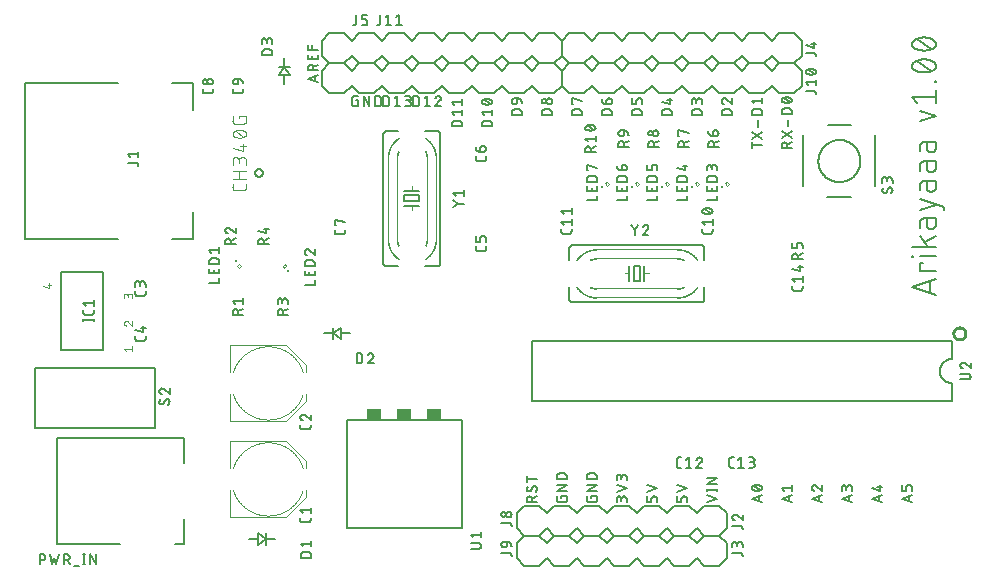
<source format=gbr>
G04 EAGLE Gerber RS-274X export*
G75*
%MOMM*%
%FSLAX34Y34*%
%LPD*%
%INSilkscreen Top*%
%IPPOS*%
%AMOC8*
5,1,8,0,0,1.08239X$1,22.5*%
G01*
%ADD10C,0.177800*%
%ADD11C,0.152400*%
%ADD12C,0.101600*%
%ADD13C,0.127000*%
%ADD14C,0.203200*%
%ADD15C,0.063400*%
%ADD16C,0.250000*%
%ADD17R,1.270000X0.952500*%
%ADD18R,1.270000X0.952600*%
%ADD19C,0.254000*%
%ADD20C,0.005078*%
%ADD21C,0.050800*%


D10*
X773811Y242189D02*
X753745Y248878D01*
X773811Y255566D01*
X768795Y253894D02*
X768795Y243861D01*
X773811Y262417D02*
X760434Y262417D01*
X760434Y269106D01*
X762663Y269106D01*
X760434Y274831D02*
X773811Y274831D01*
X754860Y274274D02*
X753745Y274274D01*
X753745Y275389D01*
X754860Y275389D01*
X754860Y274274D01*
X753745Y282881D02*
X773811Y282881D01*
X767122Y282881D02*
X760434Y291799D01*
X764335Y286783D02*
X773811Y291799D01*
X766008Y302017D02*
X766008Y307033D01*
X766007Y302017D02*
X766009Y301893D01*
X766015Y301770D01*
X766025Y301646D01*
X766038Y301523D01*
X766056Y301400D01*
X766078Y301279D01*
X766103Y301157D01*
X766132Y301037D01*
X766165Y300918D01*
X766202Y300799D01*
X766242Y300682D01*
X766287Y300567D01*
X766334Y300453D01*
X766386Y300340D01*
X766441Y300229D01*
X766499Y300120D01*
X766561Y300013D01*
X766626Y299907D01*
X766695Y299804D01*
X766767Y299703D01*
X766842Y299605D01*
X766920Y299509D01*
X767001Y299415D01*
X767085Y299324D01*
X767172Y299236D01*
X767261Y299151D01*
X767354Y299068D01*
X767449Y298988D01*
X767546Y298912D01*
X767646Y298839D01*
X767748Y298768D01*
X767852Y298701D01*
X767958Y298638D01*
X768066Y298578D01*
X768176Y298521D01*
X768288Y298468D01*
X768401Y298418D01*
X768516Y298372D01*
X768633Y298330D01*
X768750Y298291D01*
X768869Y298256D01*
X768989Y298225D01*
X769110Y298198D01*
X769231Y298174D01*
X769354Y298155D01*
X769477Y298139D01*
X769600Y298127D01*
X769723Y298119D01*
X769847Y298115D01*
X769971Y298115D01*
X770095Y298119D01*
X770218Y298127D01*
X770341Y298139D01*
X770464Y298155D01*
X770587Y298174D01*
X770708Y298198D01*
X770829Y298225D01*
X770949Y298256D01*
X771068Y298291D01*
X771185Y298330D01*
X771302Y298372D01*
X771417Y298418D01*
X771530Y298468D01*
X771642Y298521D01*
X771752Y298578D01*
X771860Y298638D01*
X771966Y298701D01*
X772070Y298768D01*
X772172Y298839D01*
X772272Y298912D01*
X772369Y298988D01*
X772464Y299068D01*
X772557Y299151D01*
X772646Y299236D01*
X772733Y299324D01*
X772817Y299415D01*
X772898Y299509D01*
X772976Y299605D01*
X773051Y299703D01*
X773123Y299804D01*
X773192Y299907D01*
X773257Y300013D01*
X773319Y300120D01*
X773377Y300229D01*
X773432Y300340D01*
X773484Y300453D01*
X773531Y300567D01*
X773576Y300682D01*
X773616Y300799D01*
X773653Y300918D01*
X773686Y301037D01*
X773715Y301157D01*
X773740Y301279D01*
X773762Y301400D01*
X773780Y301523D01*
X773793Y301646D01*
X773803Y301770D01*
X773809Y301893D01*
X773811Y302017D01*
X773811Y307033D01*
X763778Y307033D01*
X763664Y307031D01*
X763550Y307025D01*
X763436Y307015D01*
X763323Y307002D01*
X763210Y306984D01*
X763098Y306963D01*
X762986Y306938D01*
X762876Y306909D01*
X762766Y306876D01*
X762658Y306840D01*
X762551Y306800D01*
X762446Y306756D01*
X762342Y306709D01*
X762240Y306658D01*
X762139Y306604D01*
X762041Y306546D01*
X761944Y306485D01*
X761850Y306421D01*
X761757Y306354D01*
X761668Y306283D01*
X761580Y306209D01*
X761496Y306133D01*
X761413Y306054D01*
X761334Y305971D01*
X761258Y305887D01*
X761184Y305799D01*
X761113Y305710D01*
X761046Y305617D01*
X760982Y305523D01*
X760921Y305426D01*
X760863Y305328D01*
X760809Y305227D01*
X760758Y305125D01*
X760711Y305021D01*
X760667Y304916D01*
X760627Y304809D01*
X760591Y304701D01*
X760558Y304591D01*
X760529Y304481D01*
X760504Y304369D01*
X760483Y304257D01*
X760465Y304144D01*
X760452Y304031D01*
X760442Y303917D01*
X760436Y303803D01*
X760434Y303689D01*
X760434Y299230D01*
X780500Y314246D02*
X780500Y316476D01*
X760434Y323164D01*
X760434Y314246D02*
X773811Y318705D01*
X766008Y333532D02*
X766008Y338548D01*
X766007Y333532D02*
X766009Y333408D01*
X766015Y333285D01*
X766025Y333161D01*
X766038Y333038D01*
X766056Y332915D01*
X766078Y332794D01*
X766103Y332672D01*
X766132Y332552D01*
X766165Y332433D01*
X766202Y332314D01*
X766242Y332197D01*
X766287Y332082D01*
X766334Y331968D01*
X766386Y331855D01*
X766441Y331744D01*
X766499Y331635D01*
X766561Y331528D01*
X766626Y331422D01*
X766695Y331319D01*
X766767Y331218D01*
X766842Y331120D01*
X766920Y331024D01*
X767001Y330930D01*
X767085Y330839D01*
X767172Y330751D01*
X767261Y330666D01*
X767354Y330583D01*
X767449Y330503D01*
X767546Y330427D01*
X767646Y330354D01*
X767748Y330283D01*
X767852Y330216D01*
X767958Y330153D01*
X768066Y330093D01*
X768176Y330036D01*
X768288Y329983D01*
X768401Y329933D01*
X768516Y329887D01*
X768633Y329845D01*
X768750Y329806D01*
X768869Y329771D01*
X768989Y329740D01*
X769110Y329713D01*
X769231Y329689D01*
X769354Y329670D01*
X769477Y329654D01*
X769600Y329642D01*
X769723Y329634D01*
X769847Y329630D01*
X769971Y329630D01*
X770095Y329634D01*
X770218Y329642D01*
X770341Y329654D01*
X770464Y329670D01*
X770587Y329689D01*
X770708Y329713D01*
X770829Y329740D01*
X770949Y329771D01*
X771068Y329806D01*
X771185Y329845D01*
X771302Y329887D01*
X771417Y329933D01*
X771530Y329983D01*
X771642Y330036D01*
X771752Y330093D01*
X771860Y330153D01*
X771966Y330216D01*
X772070Y330283D01*
X772172Y330354D01*
X772272Y330427D01*
X772369Y330503D01*
X772464Y330583D01*
X772557Y330666D01*
X772646Y330751D01*
X772733Y330839D01*
X772817Y330930D01*
X772898Y331024D01*
X772976Y331120D01*
X773051Y331218D01*
X773123Y331319D01*
X773192Y331422D01*
X773257Y331528D01*
X773319Y331635D01*
X773377Y331744D01*
X773432Y331855D01*
X773484Y331968D01*
X773531Y332082D01*
X773576Y332197D01*
X773616Y332314D01*
X773653Y332433D01*
X773686Y332552D01*
X773715Y332672D01*
X773740Y332794D01*
X773762Y332915D01*
X773780Y333038D01*
X773793Y333161D01*
X773803Y333285D01*
X773809Y333408D01*
X773811Y333532D01*
X773811Y338548D01*
X763778Y338548D01*
X763664Y338546D01*
X763550Y338540D01*
X763436Y338530D01*
X763323Y338517D01*
X763210Y338499D01*
X763098Y338478D01*
X762986Y338453D01*
X762876Y338424D01*
X762766Y338391D01*
X762658Y338355D01*
X762551Y338315D01*
X762446Y338271D01*
X762342Y338224D01*
X762240Y338173D01*
X762139Y338119D01*
X762041Y338061D01*
X761944Y338000D01*
X761850Y337936D01*
X761757Y337869D01*
X761668Y337798D01*
X761580Y337724D01*
X761496Y337648D01*
X761413Y337569D01*
X761334Y337486D01*
X761258Y337402D01*
X761184Y337314D01*
X761113Y337225D01*
X761046Y337132D01*
X760982Y337038D01*
X760921Y336941D01*
X760863Y336843D01*
X760809Y336742D01*
X760758Y336640D01*
X760711Y336536D01*
X760667Y336431D01*
X760627Y336324D01*
X760591Y336216D01*
X760558Y336106D01*
X760529Y335996D01*
X760504Y335884D01*
X760483Y335772D01*
X760465Y335659D01*
X760452Y335546D01*
X760442Y335432D01*
X760436Y335318D01*
X760434Y335204D01*
X760434Y330745D01*
X766008Y350216D02*
X766008Y355233D01*
X766007Y350216D02*
X766009Y350092D01*
X766015Y349969D01*
X766025Y349845D01*
X766038Y349722D01*
X766056Y349599D01*
X766078Y349478D01*
X766103Y349356D01*
X766132Y349236D01*
X766165Y349117D01*
X766202Y348998D01*
X766242Y348881D01*
X766287Y348766D01*
X766334Y348652D01*
X766386Y348539D01*
X766441Y348428D01*
X766499Y348319D01*
X766561Y348212D01*
X766626Y348106D01*
X766695Y348003D01*
X766767Y347902D01*
X766842Y347804D01*
X766920Y347708D01*
X767001Y347614D01*
X767085Y347523D01*
X767172Y347435D01*
X767261Y347350D01*
X767354Y347267D01*
X767449Y347187D01*
X767546Y347111D01*
X767646Y347038D01*
X767748Y346967D01*
X767852Y346900D01*
X767958Y346837D01*
X768066Y346777D01*
X768176Y346720D01*
X768288Y346667D01*
X768401Y346617D01*
X768516Y346571D01*
X768633Y346529D01*
X768750Y346490D01*
X768869Y346455D01*
X768989Y346424D01*
X769110Y346397D01*
X769231Y346373D01*
X769354Y346354D01*
X769477Y346338D01*
X769600Y346326D01*
X769723Y346318D01*
X769847Y346314D01*
X769971Y346314D01*
X770095Y346318D01*
X770218Y346326D01*
X770341Y346338D01*
X770464Y346354D01*
X770587Y346373D01*
X770708Y346397D01*
X770829Y346424D01*
X770949Y346455D01*
X771068Y346490D01*
X771185Y346529D01*
X771302Y346571D01*
X771417Y346617D01*
X771530Y346667D01*
X771642Y346720D01*
X771752Y346777D01*
X771860Y346837D01*
X771966Y346900D01*
X772070Y346967D01*
X772172Y347038D01*
X772272Y347111D01*
X772369Y347187D01*
X772464Y347267D01*
X772557Y347350D01*
X772646Y347435D01*
X772733Y347523D01*
X772817Y347614D01*
X772898Y347708D01*
X772976Y347804D01*
X773051Y347902D01*
X773123Y348003D01*
X773192Y348106D01*
X773257Y348212D01*
X773319Y348319D01*
X773377Y348428D01*
X773432Y348539D01*
X773484Y348652D01*
X773531Y348766D01*
X773576Y348881D01*
X773616Y348998D01*
X773653Y349117D01*
X773686Y349236D01*
X773715Y349356D01*
X773740Y349478D01*
X773762Y349599D01*
X773780Y349722D01*
X773793Y349845D01*
X773803Y349969D01*
X773809Y350092D01*
X773811Y350216D01*
X773811Y355233D01*
X763778Y355233D01*
X763778Y355232D02*
X763664Y355230D01*
X763550Y355224D01*
X763436Y355214D01*
X763323Y355201D01*
X763210Y355183D01*
X763098Y355162D01*
X762986Y355137D01*
X762876Y355108D01*
X762766Y355075D01*
X762658Y355039D01*
X762551Y354999D01*
X762446Y354955D01*
X762342Y354908D01*
X762240Y354857D01*
X762139Y354803D01*
X762041Y354745D01*
X761944Y354684D01*
X761850Y354620D01*
X761757Y354553D01*
X761668Y354482D01*
X761580Y354408D01*
X761496Y354332D01*
X761413Y354253D01*
X761334Y354170D01*
X761258Y354086D01*
X761184Y353998D01*
X761113Y353909D01*
X761046Y353816D01*
X760982Y353722D01*
X760921Y353625D01*
X760863Y353527D01*
X760809Y353426D01*
X760758Y353324D01*
X760711Y353220D01*
X760667Y353115D01*
X760627Y353008D01*
X760591Y352900D01*
X760558Y352790D01*
X760529Y352680D01*
X760504Y352568D01*
X760483Y352456D01*
X760465Y352343D01*
X760452Y352230D01*
X760442Y352116D01*
X760436Y352002D01*
X760434Y351888D01*
X760434Y347429D01*
X766008Y366901D02*
X766008Y371917D01*
X766007Y366901D02*
X766009Y366777D01*
X766015Y366654D01*
X766025Y366530D01*
X766038Y366407D01*
X766056Y366284D01*
X766078Y366163D01*
X766103Y366041D01*
X766132Y365921D01*
X766165Y365802D01*
X766202Y365683D01*
X766242Y365566D01*
X766287Y365451D01*
X766334Y365337D01*
X766386Y365224D01*
X766441Y365113D01*
X766499Y365004D01*
X766561Y364897D01*
X766626Y364791D01*
X766695Y364688D01*
X766767Y364587D01*
X766842Y364489D01*
X766920Y364393D01*
X767001Y364299D01*
X767085Y364208D01*
X767172Y364120D01*
X767261Y364035D01*
X767354Y363952D01*
X767449Y363872D01*
X767546Y363796D01*
X767646Y363723D01*
X767748Y363652D01*
X767852Y363585D01*
X767958Y363522D01*
X768066Y363462D01*
X768176Y363405D01*
X768288Y363352D01*
X768401Y363302D01*
X768516Y363256D01*
X768633Y363214D01*
X768750Y363175D01*
X768869Y363140D01*
X768989Y363109D01*
X769110Y363082D01*
X769231Y363058D01*
X769354Y363039D01*
X769477Y363023D01*
X769600Y363011D01*
X769723Y363003D01*
X769847Y362999D01*
X769971Y362999D01*
X770095Y363003D01*
X770218Y363011D01*
X770341Y363023D01*
X770464Y363039D01*
X770587Y363058D01*
X770708Y363082D01*
X770829Y363109D01*
X770949Y363140D01*
X771068Y363175D01*
X771185Y363214D01*
X771302Y363256D01*
X771417Y363302D01*
X771530Y363352D01*
X771642Y363405D01*
X771752Y363462D01*
X771860Y363522D01*
X771966Y363585D01*
X772070Y363652D01*
X772172Y363723D01*
X772272Y363796D01*
X772369Y363872D01*
X772464Y363952D01*
X772557Y364035D01*
X772646Y364120D01*
X772733Y364208D01*
X772817Y364299D01*
X772898Y364393D01*
X772976Y364489D01*
X773051Y364587D01*
X773123Y364688D01*
X773192Y364791D01*
X773257Y364897D01*
X773319Y365004D01*
X773377Y365113D01*
X773432Y365224D01*
X773484Y365337D01*
X773531Y365451D01*
X773576Y365566D01*
X773616Y365683D01*
X773653Y365802D01*
X773686Y365921D01*
X773715Y366041D01*
X773740Y366163D01*
X773762Y366284D01*
X773780Y366407D01*
X773793Y366530D01*
X773803Y366654D01*
X773809Y366777D01*
X773811Y366901D01*
X773811Y371917D01*
X763778Y371917D01*
X763664Y371915D01*
X763550Y371909D01*
X763436Y371899D01*
X763323Y371886D01*
X763210Y371868D01*
X763098Y371847D01*
X762986Y371822D01*
X762876Y371793D01*
X762766Y371760D01*
X762658Y371724D01*
X762551Y371684D01*
X762446Y371640D01*
X762342Y371593D01*
X762240Y371542D01*
X762139Y371488D01*
X762041Y371430D01*
X761944Y371369D01*
X761850Y371305D01*
X761757Y371238D01*
X761668Y371167D01*
X761580Y371093D01*
X761496Y371017D01*
X761413Y370938D01*
X761334Y370855D01*
X761258Y370771D01*
X761184Y370683D01*
X761113Y370594D01*
X761046Y370501D01*
X760982Y370407D01*
X760921Y370310D01*
X760863Y370212D01*
X760809Y370111D01*
X760758Y370009D01*
X760711Y369905D01*
X760667Y369800D01*
X760627Y369693D01*
X760591Y369585D01*
X760558Y369475D01*
X760529Y369365D01*
X760504Y369253D01*
X760483Y369141D01*
X760465Y369028D01*
X760452Y368915D01*
X760442Y368801D01*
X760436Y368687D01*
X760434Y368573D01*
X760434Y364114D01*
X760434Y389017D02*
X773811Y393477D01*
X760434Y397936D01*
X758204Y404587D02*
X753745Y410161D01*
X773811Y410161D01*
X773811Y404587D02*
X773811Y415735D01*
X773811Y422581D02*
X772696Y422581D01*
X772696Y423695D01*
X773811Y423695D01*
X773811Y422581D01*
X763778Y430541D02*
X763383Y430546D01*
X762989Y430560D01*
X762595Y430583D01*
X762201Y430616D01*
X761809Y430659D01*
X761417Y430710D01*
X761027Y430771D01*
X760639Y430842D01*
X760252Y430921D01*
X759868Y431010D01*
X759485Y431108D01*
X759105Y431215D01*
X758728Y431331D01*
X758354Y431456D01*
X757982Y431590D01*
X757614Y431733D01*
X757250Y431884D01*
X756889Y432044D01*
X756532Y432213D01*
X756412Y432256D01*
X756293Y432303D01*
X756175Y432354D01*
X756060Y432408D01*
X755946Y432466D01*
X755833Y432528D01*
X755723Y432593D01*
X755615Y432661D01*
X755509Y432733D01*
X755405Y432807D01*
X755304Y432885D01*
X755205Y432967D01*
X755109Y433051D01*
X755015Y433138D01*
X754924Y433228D01*
X754836Y433320D01*
X754751Y433416D01*
X754668Y433514D01*
X754589Y433614D01*
X754513Y433717D01*
X754441Y433823D01*
X754371Y433930D01*
X754305Y434040D01*
X754242Y434151D01*
X754183Y434265D01*
X754128Y434380D01*
X754076Y434497D01*
X754027Y434615D01*
X753983Y434735D01*
X753942Y434856D01*
X753905Y434979D01*
X753871Y435102D01*
X753842Y435227D01*
X753816Y435352D01*
X753794Y435478D01*
X753777Y435605D01*
X753763Y435732D01*
X753753Y435859D01*
X753747Y435987D01*
X753745Y436115D01*
X753747Y436243D01*
X753753Y436371D01*
X753763Y436498D01*
X753777Y436625D01*
X753794Y436752D01*
X753816Y436878D01*
X753842Y437003D01*
X753871Y437128D01*
X753905Y437251D01*
X753942Y437374D01*
X753983Y437495D01*
X754027Y437615D01*
X754076Y437733D01*
X754128Y437850D01*
X754183Y437965D01*
X754242Y438079D01*
X754305Y438190D01*
X754371Y438300D01*
X754441Y438407D01*
X754513Y438513D01*
X754589Y438616D01*
X754668Y438716D01*
X754751Y438814D01*
X754836Y438910D01*
X754924Y439002D01*
X755015Y439092D01*
X755109Y439179D01*
X755205Y439263D01*
X755304Y439345D01*
X755405Y439423D01*
X755509Y439497D01*
X755615Y439569D01*
X755723Y439637D01*
X755833Y439702D01*
X755946Y439764D01*
X756060Y439822D01*
X756175Y439876D01*
X756293Y439927D01*
X756412Y439974D01*
X756532Y440017D01*
X756889Y440186D01*
X757250Y440346D01*
X757614Y440497D01*
X757982Y440640D01*
X758354Y440774D01*
X758728Y440899D01*
X759105Y441015D01*
X759485Y441122D01*
X759868Y441220D01*
X760252Y441309D01*
X760639Y441388D01*
X761027Y441459D01*
X761417Y441520D01*
X761809Y441571D01*
X762201Y441614D01*
X762595Y441647D01*
X762989Y441670D01*
X763383Y441684D01*
X763778Y441689D01*
X763778Y430541D02*
X764173Y430546D01*
X764567Y430560D01*
X764961Y430583D01*
X765355Y430616D01*
X765747Y430659D01*
X766139Y430710D01*
X766529Y430771D01*
X766917Y430842D01*
X767304Y430921D01*
X767688Y431010D01*
X768071Y431108D01*
X768451Y431215D01*
X768828Y431331D01*
X769202Y431456D01*
X769574Y431590D01*
X769942Y431733D01*
X770306Y431884D01*
X770667Y432044D01*
X771024Y432213D01*
X771144Y432256D01*
X771263Y432303D01*
X771381Y432354D01*
X771496Y432408D01*
X771610Y432466D01*
X771723Y432528D01*
X771833Y432593D01*
X771941Y432661D01*
X772047Y432733D01*
X772151Y432807D01*
X772252Y432885D01*
X772351Y432967D01*
X772447Y433051D01*
X772541Y433138D01*
X772632Y433228D01*
X772720Y433320D01*
X772805Y433416D01*
X772888Y433514D01*
X772967Y433614D01*
X773043Y433717D01*
X773115Y433823D01*
X773185Y433930D01*
X773251Y434040D01*
X773314Y434151D01*
X773373Y434265D01*
X773428Y434380D01*
X773480Y434497D01*
X773529Y434615D01*
X773573Y434735D01*
X773614Y434856D01*
X773651Y434979D01*
X773685Y435102D01*
X773714Y435227D01*
X773740Y435352D01*
X773762Y435478D01*
X773779Y435605D01*
X773793Y435732D01*
X773803Y435859D01*
X773809Y435987D01*
X773811Y436115D01*
X771024Y440017D02*
X770667Y440186D01*
X770306Y440346D01*
X769942Y440497D01*
X769574Y440640D01*
X769202Y440774D01*
X768828Y440899D01*
X768451Y441015D01*
X768071Y441122D01*
X767688Y441220D01*
X767304Y441309D01*
X766917Y441388D01*
X766529Y441459D01*
X766139Y441520D01*
X765747Y441571D01*
X765355Y441614D01*
X764961Y441647D01*
X764567Y441670D01*
X764173Y441684D01*
X763778Y441689D01*
X771024Y440017D02*
X771144Y439974D01*
X771263Y439927D01*
X771381Y439876D01*
X771496Y439822D01*
X771610Y439764D01*
X771723Y439702D01*
X771833Y439637D01*
X771941Y439569D01*
X772047Y439497D01*
X772151Y439423D01*
X772252Y439345D01*
X772351Y439263D01*
X772447Y439179D01*
X772541Y439092D01*
X772632Y439002D01*
X772720Y438910D01*
X772805Y438814D01*
X772888Y438716D01*
X772967Y438616D01*
X773043Y438513D01*
X773115Y438407D01*
X773185Y438300D01*
X773251Y438190D01*
X773314Y438079D01*
X773373Y437965D01*
X773428Y437850D01*
X773480Y437733D01*
X773529Y437615D01*
X773573Y437495D01*
X773614Y437374D01*
X773651Y437251D01*
X773685Y437128D01*
X773714Y437003D01*
X773740Y436878D01*
X773762Y436752D01*
X773779Y436625D01*
X773793Y436498D01*
X773803Y436371D01*
X773809Y436243D01*
X773811Y436115D01*
X769352Y431656D02*
X758204Y440574D01*
X763778Y449079D02*
X763383Y449084D01*
X762989Y449098D01*
X762595Y449121D01*
X762201Y449154D01*
X761809Y449197D01*
X761417Y449248D01*
X761027Y449309D01*
X760639Y449380D01*
X760252Y449459D01*
X759868Y449548D01*
X759485Y449646D01*
X759105Y449753D01*
X758728Y449869D01*
X758354Y449994D01*
X757982Y450128D01*
X757614Y450271D01*
X757250Y450422D01*
X756889Y450582D01*
X756532Y450751D01*
X756412Y450794D01*
X756293Y450841D01*
X756175Y450892D01*
X756060Y450946D01*
X755946Y451004D01*
X755833Y451066D01*
X755723Y451131D01*
X755615Y451199D01*
X755509Y451271D01*
X755405Y451345D01*
X755304Y451423D01*
X755205Y451505D01*
X755109Y451589D01*
X755015Y451676D01*
X754924Y451766D01*
X754836Y451858D01*
X754751Y451954D01*
X754668Y452052D01*
X754589Y452152D01*
X754513Y452255D01*
X754441Y452361D01*
X754371Y452468D01*
X754305Y452578D01*
X754242Y452689D01*
X754183Y452803D01*
X754128Y452918D01*
X754076Y453035D01*
X754027Y453153D01*
X753983Y453273D01*
X753942Y453394D01*
X753905Y453517D01*
X753871Y453640D01*
X753842Y453765D01*
X753816Y453890D01*
X753794Y454016D01*
X753777Y454143D01*
X753763Y454270D01*
X753753Y454397D01*
X753747Y454525D01*
X753745Y454653D01*
X753747Y454781D01*
X753753Y454909D01*
X753763Y455036D01*
X753777Y455163D01*
X753794Y455290D01*
X753816Y455416D01*
X753842Y455541D01*
X753871Y455666D01*
X753905Y455789D01*
X753942Y455912D01*
X753983Y456033D01*
X754027Y456153D01*
X754076Y456271D01*
X754128Y456388D01*
X754183Y456503D01*
X754242Y456617D01*
X754305Y456728D01*
X754371Y456838D01*
X754441Y456945D01*
X754513Y457051D01*
X754589Y457154D01*
X754668Y457254D01*
X754751Y457352D01*
X754836Y457448D01*
X754924Y457540D01*
X755015Y457630D01*
X755109Y457717D01*
X755205Y457801D01*
X755304Y457883D01*
X755405Y457961D01*
X755509Y458035D01*
X755615Y458107D01*
X755723Y458175D01*
X755833Y458240D01*
X755946Y458302D01*
X756060Y458360D01*
X756175Y458414D01*
X756293Y458465D01*
X756412Y458512D01*
X756532Y458555D01*
X756889Y458724D01*
X757250Y458884D01*
X757614Y459035D01*
X757982Y459178D01*
X758354Y459312D01*
X758728Y459437D01*
X759105Y459553D01*
X759485Y459660D01*
X759868Y459758D01*
X760252Y459847D01*
X760639Y459926D01*
X761027Y459997D01*
X761417Y460058D01*
X761809Y460109D01*
X762201Y460152D01*
X762595Y460185D01*
X762989Y460208D01*
X763383Y460222D01*
X763778Y460227D01*
X763778Y449079D02*
X764173Y449084D01*
X764567Y449098D01*
X764961Y449121D01*
X765355Y449154D01*
X765747Y449197D01*
X766139Y449248D01*
X766529Y449309D01*
X766917Y449380D01*
X767304Y449459D01*
X767688Y449548D01*
X768071Y449646D01*
X768451Y449753D01*
X768828Y449869D01*
X769202Y449994D01*
X769574Y450128D01*
X769942Y450271D01*
X770306Y450422D01*
X770667Y450582D01*
X771024Y450751D01*
X771144Y450794D01*
X771263Y450841D01*
X771381Y450892D01*
X771496Y450946D01*
X771610Y451004D01*
X771723Y451066D01*
X771833Y451131D01*
X771941Y451199D01*
X772047Y451271D01*
X772151Y451345D01*
X772252Y451423D01*
X772351Y451505D01*
X772447Y451589D01*
X772541Y451676D01*
X772632Y451766D01*
X772720Y451858D01*
X772805Y451954D01*
X772888Y452052D01*
X772967Y452152D01*
X773043Y452255D01*
X773115Y452361D01*
X773185Y452468D01*
X773251Y452578D01*
X773314Y452689D01*
X773373Y452803D01*
X773428Y452918D01*
X773480Y453035D01*
X773529Y453153D01*
X773573Y453273D01*
X773614Y453394D01*
X773651Y453517D01*
X773685Y453640D01*
X773714Y453765D01*
X773740Y453890D01*
X773762Y454016D01*
X773779Y454143D01*
X773793Y454270D01*
X773803Y454397D01*
X773809Y454525D01*
X773811Y454653D01*
X771024Y458555D02*
X770667Y458724D01*
X770306Y458884D01*
X769942Y459035D01*
X769574Y459178D01*
X769202Y459312D01*
X768828Y459437D01*
X768451Y459553D01*
X768071Y459660D01*
X767688Y459758D01*
X767304Y459847D01*
X766917Y459926D01*
X766529Y459997D01*
X766139Y460058D01*
X765747Y460109D01*
X765355Y460152D01*
X764961Y460185D01*
X764567Y460208D01*
X764173Y460222D01*
X763778Y460227D01*
X771024Y458555D02*
X771144Y458512D01*
X771263Y458465D01*
X771381Y458414D01*
X771496Y458360D01*
X771610Y458302D01*
X771723Y458240D01*
X771833Y458175D01*
X771941Y458107D01*
X772047Y458035D01*
X772151Y457961D01*
X772252Y457883D01*
X772351Y457801D01*
X772447Y457717D01*
X772541Y457630D01*
X772632Y457540D01*
X772720Y457448D01*
X772805Y457352D01*
X772888Y457254D01*
X772967Y457154D01*
X773043Y457051D01*
X773115Y456945D01*
X773185Y456838D01*
X773251Y456728D01*
X773314Y456617D01*
X773373Y456503D01*
X773428Y456388D01*
X773480Y456271D01*
X773529Y456153D01*
X773573Y456033D01*
X773614Y455912D01*
X773651Y455789D01*
X773685Y455666D01*
X773714Y455541D01*
X773740Y455416D01*
X773762Y455290D01*
X773779Y455163D01*
X773793Y455036D01*
X773803Y454909D01*
X773809Y454781D01*
X773811Y454653D01*
X769352Y450194D02*
X758204Y459112D01*
D11*
X626618Y368921D02*
X617982Y368921D01*
X617982Y366522D02*
X617982Y371320D01*
X617982Y380334D02*
X626618Y374577D01*
X626618Y380334D02*
X617982Y374577D01*
X623260Y384330D02*
X623260Y390087D01*
X626618Y394868D02*
X617982Y394868D01*
X617982Y397267D01*
X617984Y397364D01*
X617990Y397460D01*
X617999Y397556D01*
X618013Y397652D01*
X618030Y397747D01*
X618052Y397841D01*
X618077Y397934D01*
X618105Y398027D01*
X618138Y398118D01*
X618174Y398207D01*
X618214Y398295D01*
X618257Y398382D01*
X618303Y398467D01*
X618353Y398549D01*
X618407Y398630D01*
X618463Y398708D01*
X618523Y398784D01*
X618585Y398858D01*
X618651Y398929D01*
X618719Y398997D01*
X618790Y399063D01*
X618864Y399125D01*
X618940Y399185D01*
X619018Y399241D01*
X619099Y399295D01*
X619182Y399345D01*
X619266Y399391D01*
X619353Y399434D01*
X619441Y399474D01*
X619530Y399510D01*
X619621Y399543D01*
X619714Y399571D01*
X619807Y399596D01*
X619901Y399618D01*
X619996Y399635D01*
X620092Y399649D01*
X620188Y399658D01*
X620284Y399664D01*
X620381Y399666D01*
X624219Y399666D01*
X624316Y399664D01*
X624412Y399658D01*
X624508Y399649D01*
X624604Y399635D01*
X624699Y399618D01*
X624793Y399596D01*
X624886Y399571D01*
X624979Y399543D01*
X625070Y399510D01*
X625159Y399474D01*
X625247Y399434D01*
X625334Y399391D01*
X625419Y399345D01*
X625501Y399295D01*
X625582Y399241D01*
X625660Y399185D01*
X625736Y399125D01*
X625810Y399063D01*
X625881Y398997D01*
X625949Y398929D01*
X626015Y398858D01*
X626077Y398784D01*
X626137Y398708D01*
X626193Y398630D01*
X626247Y398549D01*
X626297Y398467D01*
X626343Y398382D01*
X626386Y398295D01*
X626426Y398207D01*
X626462Y398118D01*
X626495Y398027D01*
X626523Y397934D01*
X626548Y397841D01*
X626570Y397747D01*
X626587Y397652D01*
X626601Y397556D01*
X626610Y397460D01*
X626616Y397364D01*
X626618Y397267D01*
X626618Y394868D01*
X619901Y404317D02*
X617982Y406716D01*
X626618Y406716D01*
X626618Y404317D02*
X626618Y409115D01*
X643382Y366522D02*
X652018Y366522D01*
X643382Y366522D02*
X643382Y368921D01*
X643384Y369018D01*
X643390Y369114D01*
X643399Y369210D01*
X643413Y369306D01*
X643430Y369401D01*
X643452Y369495D01*
X643477Y369588D01*
X643505Y369681D01*
X643538Y369772D01*
X643574Y369861D01*
X643614Y369949D01*
X643657Y370036D01*
X643703Y370121D01*
X643753Y370203D01*
X643807Y370284D01*
X643863Y370362D01*
X643923Y370438D01*
X643985Y370512D01*
X644051Y370583D01*
X644119Y370651D01*
X644190Y370717D01*
X644264Y370779D01*
X644340Y370839D01*
X644418Y370895D01*
X644499Y370949D01*
X644582Y370999D01*
X644666Y371045D01*
X644753Y371088D01*
X644841Y371128D01*
X644930Y371164D01*
X645021Y371197D01*
X645114Y371225D01*
X645207Y371250D01*
X645301Y371272D01*
X645396Y371289D01*
X645492Y371303D01*
X645588Y371312D01*
X645684Y371318D01*
X645781Y371320D01*
X645878Y371318D01*
X645974Y371312D01*
X646070Y371303D01*
X646166Y371289D01*
X646261Y371272D01*
X646355Y371250D01*
X646448Y371225D01*
X646541Y371197D01*
X646632Y371164D01*
X646721Y371128D01*
X646809Y371088D01*
X646896Y371045D01*
X646981Y370999D01*
X647063Y370949D01*
X647144Y370895D01*
X647222Y370839D01*
X647298Y370779D01*
X647372Y370717D01*
X647443Y370651D01*
X647511Y370583D01*
X647577Y370512D01*
X647639Y370438D01*
X647699Y370362D01*
X647755Y370284D01*
X647809Y370203D01*
X647859Y370121D01*
X647905Y370036D01*
X647948Y369949D01*
X647988Y369861D01*
X648024Y369772D01*
X648057Y369681D01*
X648085Y369588D01*
X648110Y369495D01*
X648132Y369401D01*
X648149Y369306D01*
X648163Y369210D01*
X648172Y369114D01*
X648178Y369018D01*
X648180Y368921D01*
X648180Y366522D01*
X648180Y369401D02*
X652018Y371320D01*
X652018Y375102D02*
X643382Y380859D01*
X643382Y375102D02*
X652018Y380859D01*
X648660Y384855D02*
X648660Y390612D01*
X652018Y395393D02*
X643382Y395393D01*
X643382Y397792D01*
X643384Y397889D01*
X643390Y397985D01*
X643399Y398081D01*
X643413Y398177D01*
X643430Y398272D01*
X643452Y398366D01*
X643477Y398459D01*
X643505Y398552D01*
X643538Y398643D01*
X643574Y398732D01*
X643614Y398820D01*
X643657Y398907D01*
X643703Y398992D01*
X643753Y399074D01*
X643807Y399155D01*
X643863Y399233D01*
X643923Y399309D01*
X643985Y399383D01*
X644051Y399454D01*
X644119Y399522D01*
X644190Y399588D01*
X644264Y399650D01*
X644340Y399710D01*
X644418Y399766D01*
X644499Y399820D01*
X644582Y399870D01*
X644666Y399916D01*
X644753Y399959D01*
X644841Y399999D01*
X644930Y400035D01*
X645021Y400068D01*
X645114Y400096D01*
X645207Y400121D01*
X645301Y400143D01*
X645396Y400160D01*
X645492Y400174D01*
X645588Y400183D01*
X645684Y400189D01*
X645781Y400191D01*
X649619Y400191D01*
X649716Y400189D01*
X649812Y400183D01*
X649908Y400174D01*
X650004Y400160D01*
X650099Y400143D01*
X650193Y400121D01*
X650286Y400096D01*
X650379Y400068D01*
X650470Y400035D01*
X650559Y399999D01*
X650647Y399959D01*
X650734Y399916D01*
X650819Y399870D01*
X650901Y399820D01*
X650982Y399766D01*
X651060Y399710D01*
X651136Y399650D01*
X651210Y399588D01*
X651281Y399522D01*
X651349Y399454D01*
X651415Y399383D01*
X651477Y399309D01*
X651537Y399233D01*
X651593Y399155D01*
X651647Y399074D01*
X651697Y398992D01*
X651743Y398907D01*
X651786Y398820D01*
X651826Y398732D01*
X651862Y398643D01*
X651895Y398552D01*
X651923Y398459D01*
X651948Y398366D01*
X651970Y398272D01*
X651987Y398177D01*
X652001Y398081D01*
X652010Y397985D01*
X652016Y397889D01*
X652018Y397792D01*
X652018Y395393D01*
X647700Y404842D02*
X647530Y404844D01*
X647360Y404850D01*
X647191Y404860D01*
X647021Y404874D01*
X646852Y404893D01*
X646684Y404915D01*
X646516Y404941D01*
X646349Y404971D01*
X646183Y405006D01*
X646017Y405044D01*
X645852Y405086D01*
X645689Y405132D01*
X645527Y405182D01*
X645365Y405236D01*
X645206Y405293D01*
X645047Y405355D01*
X644890Y405420D01*
X644735Y405489D01*
X644581Y405562D01*
X644505Y405590D01*
X644430Y405622D01*
X644356Y405657D01*
X644284Y405695D01*
X644214Y405737D01*
X644146Y405782D01*
X644080Y405830D01*
X644016Y405881D01*
X643955Y405935D01*
X643896Y405991D01*
X643840Y406051D01*
X643787Y406112D01*
X643737Y406176D01*
X643689Y406243D01*
X643645Y406311D01*
X643604Y406382D01*
X643566Y406454D01*
X643532Y406528D01*
X643501Y406603D01*
X643473Y406680D01*
X643449Y406758D01*
X643429Y406837D01*
X643412Y406917D01*
X643399Y406997D01*
X643389Y407078D01*
X643384Y407159D01*
X643382Y407241D01*
X643384Y407323D01*
X643389Y407404D01*
X643399Y407485D01*
X643412Y407565D01*
X643429Y407645D01*
X643449Y407724D01*
X643473Y407802D01*
X643501Y407879D01*
X643532Y407954D01*
X643566Y408028D01*
X643604Y408100D01*
X643645Y408171D01*
X643689Y408239D01*
X643737Y408306D01*
X643787Y408370D01*
X643840Y408431D01*
X643896Y408491D01*
X643955Y408547D01*
X644016Y408601D01*
X644080Y408652D01*
X644146Y408700D01*
X644214Y408745D01*
X644284Y408787D01*
X644356Y408825D01*
X644430Y408860D01*
X644505Y408892D01*
X644581Y408920D01*
X644735Y408993D01*
X644890Y409062D01*
X645047Y409127D01*
X645206Y409189D01*
X645365Y409246D01*
X645527Y409300D01*
X645689Y409350D01*
X645852Y409396D01*
X646017Y409438D01*
X646183Y409476D01*
X646349Y409511D01*
X646516Y409541D01*
X646684Y409567D01*
X646852Y409589D01*
X647021Y409608D01*
X647191Y409622D01*
X647360Y409632D01*
X647530Y409638D01*
X647700Y409640D01*
X647700Y404842D02*
X647870Y404844D01*
X648040Y404850D01*
X648209Y404860D01*
X648379Y404874D01*
X648548Y404893D01*
X648716Y404915D01*
X648884Y404941D01*
X649051Y404971D01*
X649217Y405006D01*
X649383Y405044D01*
X649548Y405086D01*
X649711Y405132D01*
X649873Y405182D01*
X650035Y405236D01*
X650194Y405293D01*
X650353Y405355D01*
X650510Y405420D01*
X650665Y405489D01*
X650819Y405562D01*
X650895Y405590D01*
X650970Y405622D01*
X651044Y405657D01*
X651116Y405695D01*
X651186Y405737D01*
X651254Y405782D01*
X651320Y405830D01*
X651384Y405881D01*
X651445Y405935D01*
X651504Y405991D01*
X651560Y406051D01*
X651613Y406112D01*
X651663Y406176D01*
X651711Y406243D01*
X651755Y406311D01*
X651796Y406382D01*
X651834Y406454D01*
X651868Y406528D01*
X651899Y406603D01*
X651927Y406680D01*
X651951Y406758D01*
X651971Y406837D01*
X651988Y406917D01*
X652001Y406997D01*
X652011Y407078D01*
X652016Y407159D01*
X652018Y407241D01*
X650819Y408920D02*
X650665Y408993D01*
X650510Y409062D01*
X650353Y409127D01*
X650194Y409189D01*
X650035Y409246D01*
X649873Y409300D01*
X649711Y409350D01*
X649548Y409396D01*
X649383Y409438D01*
X649217Y409476D01*
X649051Y409511D01*
X648884Y409541D01*
X648716Y409567D01*
X648548Y409589D01*
X648379Y409608D01*
X648209Y409622D01*
X648040Y409632D01*
X647870Y409638D01*
X647700Y409640D01*
X650819Y408920D02*
X650895Y408892D01*
X650970Y408860D01*
X651044Y408825D01*
X651116Y408787D01*
X651186Y408745D01*
X651254Y408700D01*
X651320Y408652D01*
X651384Y408601D01*
X651445Y408547D01*
X651504Y408491D01*
X651560Y408431D01*
X651613Y408370D01*
X651663Y408306D01*
X651711Y408239D01*
X651755Y408171D01*
X651796Y408100D01*
X651834Y408028D01*
X651868Y407954D01*
X651899Y407879D01*
X651927Y407802D01*
X651951Y407724D01*
X651971Y407645D01*
X651988Y407565D01*
X652001Y407485D01*
X652011Y407404D01*
X652016Y407323D01*
X652018Y407241D01*
X650099Y405322D02*
X645301Y409160D01*
X601218Y394462D02*
X592582Y394462D01*
X592582Y396861D01*
X592584Y396958D01*
X592590Y397054D01*
X592599Y397150D01*
X592613Y397246D01*
X592630Y397341D01*
X592652Y397435D01*
X592677Y397528D01*
X592705Y397621D01*
X592738Y397712D01*
X592774Y397801D01*
X592814Y397889D01*
X592857Y397976D01*
X592903Y398061D01*
X592953Y398143D01*
X593007Y398224D01*
X593063Y398302D01*
X593123Y398378D01*
X593185Y398452D01*
X593251Y398523D01*
X593319Y398591D01*
X593390Y398657D01*
X593464Y398719D01*
X593540Y398779D01*
X593618Y398835D01*
X593699Y398889D01*
X593782Y398939D01*
X593866Y398985D01*
X593953Y399028D01*
X594041Y399068D01*
X594130Y399104D01*
X594221Y399137D01*
X594314Y399165D01*
X594407Y399190D01*
X594501Y399212D01*
X594596Y399229D01*
X594692Y399243D01*
X594788Y399252D01*
X594884Y399258D01*
X594981Y399260D01*
X598819Y399260D01*
X598916Y399258D01*
X599012Y399252D01*
X599108Y399243D01*
X599204Y399229D01*
X599299Y399212D01*
X599393Y399190D01*
X599486Y399165D01*
X599579Y399137D01*
X599670Y399104D01*
X599759Y399068D01*
X599847Y399028D01*
X599934Y398985D01*
X600019Y398939D01*
X600101Y398889D01*
X600182Y398835D01*
X600260Y398779D01*
X600336Y398719D01*
X600410Y398657D01*
X600481Y398591D01*
X600549Y398523D01*
X600615Y398452D01*
X600677Y398378D01*
X600737Y398302D01*
X600793Y398224D01*
X600847Y398143D01*
X600897Y398061D01*
X600943Y397976D01*
X600986Y397889D01*
X601026Y397801D01*
X601062Y397712D01*
X601095Y397621D01*
X601123Y397528D01*
X601148Y397435D01*
X601170Y397341D01*
X601187Y397246D01*
X601201Y397150D01*
X601210Y397054D01*
X601216Y396958D01*
X601218Y396861D01*
X601218Y394462D01*
X592582Y406550D02*
X592584Y406642D01*
X592590Y406733D01*
X592599Y406824D01*
X592613Y406915D01*
X592630Y407005D01*
X592652Y407094D01*
X592677Y407182D01*
X592705Y407269D01*
X592738Y407355D01*
X592774Y407439D01*
X592813Y407522D01*
X592856Y407603D01*
X592903Y407682D01*
X592952Y407759D01*
X593005Y407834D01*
X593061Y407906D01*
X593120Y407976D01*
X593182Y408044D01*
X593247Y408109D01*
X593315Y408171D01*
X593385Y408230D01*
X593457Y408286D01*
X593532Y408339D01*
X593609Y408388D01*
X593688Y408435D01*
X593769Y408478D01*
X593852Y408517D01*
X593936Y408553D01*
X594022Y408586D01*
X594109Y408614D01*
X594197Y408639D01*
X594286Y408661D01*
X594376Y408678D01*
X594467Y408692D01*
X594558Y408701D01*
X594649Y408707D01*
X594741Y408709D01*
X592582Y406550D02*
X592584Y406447D01*
X592590Y406345D01*
X592599Y406243D01*
X592612Y406141D01*
X592629Y406040D01*
X592650Y405939D01*
X592674Y405840D01*
X592703Y405741D01*
X592734Y405644D01*
X592770Y405547D01*
X592808Y405452D01*
X592851Y405359D01*
X592897Y405267D01*
X592946Y405177D01*
X592998Y405089D01*
X593054Y405002D01*
X593113Y404918D01*
X593174Y404837D01*
X593239Y404757D01*
X593307Y404680D01*
X593378Y404605D01*
X593451Y404534D01*
X593527Y404465D01*
X593605Y404398D01*
X593686Y404335D01*
X593769Y404275D01*
X593854Y404218D01*
X593941Y404164D01*
X594031Y404113D01*
X594122Y404066D01*
X594214Y404022D01*
X594309Y403981D01*
X594404Y403944D01*
X594501Y403911D01*
X596420Y407989D02*
X596354Y408056D01*
X596285Y408120D01*
X596214Y408181D01*
X596140Y408239D01*
X596064Y408294D01*
X595986Y408346D01*
X595906Y408395D01*
X595824Y408441D01*
X595740Y408483D01*
X595654Y408522D01*
X595567Y408557D01*
X595479Y408588D01*
X595389Y408616D01*
X595299Y408641D01*
X595207Y408662D01*
X595115Y408679D01*
X595022Y408692D01*
X594929Y408701D01*
X594835Y408707D01*
X594741Y408709D01*
X596420Y407989D02*
X601218Y403911D01*
X601218Y408709D01*
X575818Y394462D02*
X567182Y394462D01*
X567182Y396861D01*
X567184Y396958D01*
X567190Y397054D01*
X567199Y397150D01*
X567213Y397246D01*
X567230Y397341D01*
X567252Y397435D01*
X567277Y397528D01*
X567305Y397621D01*
X567338Y397712D01*
X567374Y397801D01*
X567414Y397889D01*
X567457Y397976D01*
X567503Y398061D01*
X567553Y398143D01*
X567607Y398224D01*
X567663Y398302D01*
X567723Y398378D01*
X567785Y398452D01*
X567851Y398523D01*
X567919Y398591D01*
X567990Y398657D01*
X568064Y398719D01*
X568140Y398779D01*
X568218Y398835D01*
X568299Y398889D01*
X568382Y398939D01*
X568466Y398985D01*
X568553Y399028D01*
X568641Y399068D01*
X568730Y399104D01*
X568821Y399137D01*
X568914Y399165D01*
X569007Y399190D01*
X569101Y399212D01*
X569196Y399229D01*
X569292Y399243D01*
X569388Y399252D01*
X569484Y399258D01*
X569581Y399260D01*
X573419Y399260D01*
X573516Y399258D01*
X573612Y399252D01*
X573708Y399243D01*
X573804Y399229D01*
X573899Y399212D01*
X573993Y399190D01*
X574086Y399165D01*
X574179Y399137D01*
X574270Y399104D01*
X574359Y399068D01*
X574447Y399028D01*
X574534Y398985D01*
X574619Y398939D01*
X574701Y398889D01*
X574782Y398835D01*
X574860Y398779D01*
X574936Y398719D01*
X575010Y398657D01*
X575081Y398591D01*
X575149Y398523D01*
X575215Y398452D01*
X575277Y398378D01*
X575337Y398302D01*
X575393Y398224D01*
X575447Y398143D01*
X575497Y398061D01*
X575543Y397976D01*
X575586Y397889D01*
X575626Y397801D01*
X575662Y397712D01*
X575695Y397621D01*
X575723Y397528D01*
X575748Y397435D01*
X575770Y397341D01*
X575787Y397246D01*
X575801Y397150D01*
X575810Y397054D01*
X575816Y396958D01*
X575818Y396861D01*
X575818Y394462D01*
X575818Y403911D02*
X575818Y406310D01*
X575816Y406407D01*
X575810Y406503D01*
X575801Y406599D01*
X575787Y406695D01*
X575770Y406790D01*
X575748Y406884D01*
X575723Y406977D01*
X575695Y407070D01*
X575662Y407161D01*
X575626Y407250D01*
X575586Y407338D01*
X575543Y407425D01*
X575497Y407510D01*
X575447Y407592D01*
X575393Y407673D01*
X575337Y407751D01*
X575277Y407827D01*
X575215Y407901D01*
X575149Y407972D01*
X575081Y408040D01*
X575010Y408106D01*
X574936Y408168D01*
X574860Y408228D01*
X574782Y408284D01*
X574701Y408338D01*
X574619Y408388D01*
X574534Y408434D01*
X574447Y408477D01*
X574359Y408517D01*
X574270Y408553D01*
X574179Y408586D01*
X574086Y408614D01*
X573993Y408639D01*
X573899Y408661D01*
X573804Y408678D01*
X573708Y408692D01*
X573612Y408701D01*
X573516Y408707D01*
X573419Y408709D01*
X573322Y408707D01*
X573226Y408701D01*
X573130Y408692D01*
X573034Y408678D01*
X572939Y408661D01*
X572845Y408639D01*
X572752Y408614D01*
X572659Y408586D01*
X572568Y408553D01*
X572479Y408517D01*
X572391Y408477D01*
X572304Y408434D01*
X572220Y408388D01*
X572137Y408338D01*
X572056Y408284D01*
X571978Y408228D01*
X571902Y408168D01*
X571828Y408106D01*
X571757Y408040D01*
X571689Y407972D01*
X571623Y407901D01*
X571561Y407827D01*
X571501Y407751D01*
X571445Y407673D01*
X571391Y407592D01*
X571341Y407510D01*
X571295Y407425D01*
X571252Y407338D01*
X571212Y407250D01*
X571176Y407161D01*
X571143Y407070D01*
X571115Y406977D01*
X571090Y406884D01*
X571068Y406790D01*
X571051Y406695D01*
X571037Y406599D01*
X571028Y406503D01*
X571022Y406407D01*
X571020Y406310D01*
X567182Y406789D02*
X567182Y403911D01*
X567182Y406789D02*
X567184Y406875D01*
X567190Y406961D01*
X567199Y407047D01*
X567213Y407132D01*
X567230Y407216D01*
X567251Y407300D01*
X567276Y407382D01*
X567304Y407463D01*
X567336Y407543D01*
X567372Y407622D01*
X567411Y407698D01*
X567454Y407773D01*
X567499Y407846D01*
X567548Y407917D01*
X567601Y407985D01*
X567656Y408052D01*
X567714Y408115D01*
X567775Y408176D01*
X567838Y408234D01*
X567905Y408289D01*
X567973Y408342D01*
X568044Y408391D01*
X568117Y408436D01*
X568192Y408479D01*
X568268Y408518D01*
X568347Y408554D01*
X568427Y408586D01*
X568508Y408614D01*
X568590Y408639D01*
X568674Y408660D01*
X568758Y408677D01*
X568843Y408691D01*
X568929Y408700D01*
X569015Y408706D01*
X569101Y408708D01*
X569187Y408706D01*
X569273Y408700D01*
X569359Y408691D01*
X569444Y408677D01*
X569528Y408660D01*
X569612Y408639D01*
X569694Y408614D01*
X569775Y408586D01*
X569855Y408554D01*
X569934Y408518D01*
X570010Y408479D01*
X570085Y408436D01*
X570158Y408391D01*
X570229Y408342D01*
X570297Y408289D01*
X570364Y408234D01*
X570427Y408176D01*
X570488Y408115D01*
X570546Y408052D01*
X570601Y407985D01*
X570654Y407917D01*
X570703Y407846D01*
X570748Y407773D01*
X570791Y407698D01*
X570830Y407622D01*
X570866Y407543D01*
X570898Y407463D01*
X570926Y407382D01*
X570951Y407300D01*
X570972Y407216D01*
X570989Y407132D01*
X571003Y407047D01*
X571012Y406961D01*
X571018Y406875D01*
X571020Y406789D01*
X571020Y404870D01*
X550418Y394462D02*
X541782Y394462D01*
X541782Y396861D01*
X541784Y396958D01*
X541790Y397054D01*
X541799Y397150D01*
X541813Y397246D01*
X541830Y397341D01*
X541852Y397435D01*
X541877Y397528D01*
X541905Y397621D01*
X541938Y397712D01*
X541974Y397801D01*
X542014Y397889D01*
X542057Y397976D01*
X542103Y398061D01*
X542153Y398143D01*
X542207Y398224D01*
X542263Y398302D01*
X542323Y398378D01*
X542385Y398452D01*
X542451Y398523D01*
X542519Y398591D01*
X542590Y398657D01*
X542664Y398719D01*
X542740Y398779D01*
X542818Y398835D01*
X542899Y398889D01*
X542982Y398939D01*
X543066Y398985D01*
X543153Y399028D01*
X543241Y399068D01*
X543330Y399104D01*
X543421Y399137D01*
X543514Y399165D01*
X543607Y399190D01*
X543701Y399212D01*
X543796Y399229D01*
X543892Y399243D01*
X543988Y399252D01*
X544084Y399258D01*
X544181Y399260D01*
X548019Y399260D01*
X548116Y399258D01*
X548212Y399252D01*
X548308Y399243D01*
X548404Y399229D01*
X548499Y399212D01*
X548593Y399190D01*
X548686Y399165D01*
X548779Y399137D01*
X548870Y399104D01*
X548959Y399068D01*
X549047Y399028D01*
X549134Y398985D01*
X549219Y398939D01*
X549301Y398889D01*
X549382Y398835D01*
X549460Y398779D01*
X549536Y398719D01*
X549610Y398657D01*
X549681Y398591D01*
X549749Y398523D01*
X549815Y398452D01*
X549877Y398378D01*
X549937Y398302D01*
X549993Y398224D01*
X550047Y398143D01*
X550097Y398061D01*
X550143Y397976D01*
X550186Y397889D01*
X550226Y397801D01*
X550262Y397712D01*
X550295Y397621D01*
X550323Y397528D01*
X550348Y397435D01*
X550370Y397341D01*
X550387Y397246D01*
X550401Y397150D01*
X550410Y397054D01*
X550416Y396958D01*
X550418Y396861D01*
X550418Y394462D01*
X548499Y403911D02*
X541782Y405830D01*
X548499Y403911D02*
X548499Y408709D01*
X546580Y407269D02*
X550418Y407269D01*
X525018Y394462D02*
X516382Y394462D01*
X516382Y396861D01*
X516384Y396958D01*
X516390Y397054D01*
X516399Y397150D01*
X516413Y397246D01*
X516430Y397341D01*
X516452Y397435D01*
X516477Y397528D01*
X516505Y397621D01*
X516538Y397712D01*
X516574Y397801D01*
X516614Y397889D01*
X516657Y397976D01*
X516703Y398061D01*
X516753Y398143D01*
X516807Y398224D01*
X516863Y398302D01*
X516923Y398378D01*
X516985Y398452D01*
X517051Y398523D01*
X517119Y398591D01*
X517190Y398657D01*
X517264Y398719D01*
X517340Y398779D01*
X517418Y398835D01*
X517499Y398889D01*
X517582Y398939D01*
X517666Y398985D01*
X517753Y399028D01*
X517841Y399068D01*
X517930Y399104D01*
X518021Y399137D01*
X518114Y399165D01*
X518207Y399190D01*
X518301Y399212D01*
X518396Y399229D01*
X518492Y399243D01*
X518588Y399252D01*
X518684Y399258D01*
X518781Y399260D01*
X522619Y399260D01*
X522716Y399258D01*
X522812Y399252D01*
X522908Y399243D01*
X523004Y399229D01*
X523099Y399212D01*
X523193Y399190D01*
X523286Y399165D01*
X523379Y399137D01*
X523470Y399104D01*
X523559Y399068D01*
X523647Y399028D01*
X523734Y398985D01*
X523819Y398939D01*
X523901Y398889D01*
X523982Y398835D01*
X524060Y398779D01*
X524136Y398719D01*
X524210Y398657D01*
X524281Y398591D01*
X524349Y398523D01*
X524415Y398452D01*
X524477Y398378D01*
X524537Y398302D01*
X524593Y398224D01*
X524647Y398143D01*
X524697Y398061D01*
X524743Y397976D01*
X524786Y397889D01*
X524826Y397801D01*
X524862Y397712D01*
X524895Y397621D01*
X524923Y397528D01*
X524948Y397435D01*
X524970Y397341D01*
X524987Y397246D01*
X525001Y397150D01*
X525010Y397054D01*
X525016Y396958D01*
X525018Y396861D01*
X525018Y394462D01*
X525018Y403911D02*
X525018Y406789D01*
X525016Y406875D01*
X525010Y406961D01*
X525001Y407047D01*
X524987Y407132D01*
X524970Y407216D01*
X524949Y407300D01*
X524924Y407382D01*
X524896Y407463D01*
X524864Y407543D01*
X524828Y407622D01*
X524789Y407698D01*
X524746Y407773D01*
X524701Y407846D01*
X524652Y407917D01*
X524599Y407985D01*
X524544Y408052D01*
X524486Y408115D01*
X524425Y408176D01*
X524362Y408234D01*
X524295Y408289D01*
X524227Y408342D01*
X524156Y408391D01*
X524083Y408436D01*
X524008Y408479D01*
X523932Y408518D01*
X523853Y408554D01*
X523773Y408586D01*
X523692Y408614D01*
X523610Y408639D01*
X523526Y408660D01*
X523442Y408677D01*
X523357Y408691D01*
X523271Y408700D01*
X523185Y408706D01*
X523099Y408708D01*
X523099Y408709D02*
X522139Y408709D01*
X522139Y408708D02*
X522053Y408706D01*
X521967Y408700D01*
X521881Y408691D01*
X521796Y408677D01*
X521712Y408660D01*
X521628Y408639D01*
X521546Y408614D01*
X521465Y408586D01*
X521385Y408554D01*
X521306Y408518D01*
X521230Y408479D01*
X521155Y408436D01*
X521082Y408391D01*
X521011Y408342D01*
X520943Y408289D01*
X520876Y408234D01*
X520813Y408176D01*
X520752Y408115D01*
X520694Y408052D01*
X520639Y407985D01*
X520587Y407917D01*
X520537Y407846D01*
X520492Y407773D01*
X520449Y407698D01*
X520410Y407622D01*
X520374Y407543D01*
X520342Y407463D01*
X520314Y407382D01*
X520289Y407300D01*
X520268Y407216D01*
X520251Y407132D01*
X520237Y407047D01*
X520228Y406961D01*
X520222Y406875D01*
X520220Y406789D01*
X520220Y403911D01*
X516382Y403911D01*
X516382Y408709D01*
X499618Y394462D02*
X490982Y394462D01*
X490982Y396861D01*
X490984Y396958D01*
X490990Y397054D01*
X490999Y397150D01*
X491013Y397246D01*
X491030Y397341D01*
X491052Y397435D01*
X491077Y397528D01*
X491105Y397621D01*
X491138Y397712D01*
X491174Y397801D01*
X491214Y397889D01*
X491257Y397976D01*
X491303Y398061D01*
X491353Y398143D01*
X491407Y398224D01*
X491463Y398302D01*
X491523Y398378D01*
X491585Y398452D01*
X491651Y398523D01*
X491719Y398591D01*
X491790Y398657D01*
X491864Y398719D01*
X491940Y398779D01*
X492018Y398835D01*
X492099Y398889D01*
X492182Y398939D01*
X492266Y398985D01*
X492353Y399028D01*
X492441Y399068D01*
X492530Y399104D01*
X492621Y399137D01*
X492714Y399165D01*
X492807Y399190D01*
X492901Y399212D01*
X492996Y399229D01*
X493092Y399243D01*
X493188Y399252D01*
X493284Y399258D01*
X493381Y399260D01*
X497219Y399260D01*
X497316Y399258D01*
X497412Y399252D01*
X497508Y399243D01*
X497604Y399229D01*
X497699Y399212D01*
X497793Y399190D01*
X497886Y399165D01*
X497979Y399137D01*
X498070Y399104D01*
X498159Y399068D01*
X498247Y399028D01*
X498334Y398985D01*
X498419Y398939D01*
X498501Y398889D01*
X498582Y398835D01*
X498660Y398779D01*
X498736Y398719D01*
X498810Y398657D01*
X498881Y398591D01*
X498949Y398523D01*
X499015Y398452D01*
X499077Y398378D01*
X499137Y398302D01*
X499193Y398224D01*
X499247Y398143D01*
X499297Y398061D01*
X499343Y397976D01*
X499386Y397889D01*
X499426Y397801D01*
X499462Y397712D01*
X499495Y397621D01*
X499523Y397528D01*
X499548Y397435D01*
X499570Y397341D01*
X499587Y397246D01*
X499601Y397150D01*
X499610Y397054D01*
X499616Y396958D01*
X499618Y396861D01*
X499618Y394462D01*
X494820Y403911D02*
X494820Y406789D01*
X494822Y406875D01*
X494828Y406961D01*
X494837Y407047D01*
X494851Y407132D01*
X494868Y407216D01*
X494889Y407300D01*
X494914Y407382D01*
X494942Y407463D01*
X494974Y407543D01*
X495010Y407622D01*
X495049Y407698D01*
X495092Y407773D01*
X495137Y407846D01*
X495187Y407917D01*
X495239Y407985D01*
X495294Y408052D01*
X495352Y408115D01*
X495413Y408176D01*
X495476Y408234D01*
X495543Y408289D01*
X495611Y408342D01*
X495682Y408391D01*
X495755Y408436D01*
X495830Y408479D01*
X495906Y408518D01*
X495985Y408554D01*
X496065Y408586D01*
X496146Y408614D01*
X496229Y408639D01*
X496312Y408660D01*
X496396Y408677D01*
X496481Y408691D01*
X496567Y408700D01*
X496653Y408706D01*
X496739Y408708D01*
X496739Y408709D02*
X497219Y408709D01*
X497316Y408707D01*
X497412Y408701D01*
X497508Y408692D01*
X497604Y408678D01*
X497699Y408661D01*
X497793Y408639D01*
X497886Y408614D01*
X497979Y408586D01*
X498070Y408553D01*
X498159Y408517D01*
X498247Y408477D01*
X498334Y408434D01*
X498419Y408388D01*
X498501Y408338D01*
X498582Y408284D01*
X498660Y408228D01*
X498736Y408168D01*
X498810Y408106D01*
X498881Y408040D01*
X498949Y407972D01*
X499015Y407901D01*
X499077Y407827D01*
X499137Y407751D01*
X499193Y407673D01*
X499247Y407592D01*
X499297Y407510D01*
X499343Y407425D01*
X499386Y407338D01*
X499426Y407250D01*
X499462Y407161D01*
X499495Y407070D01*
X499523Y406977D01*
X499548Y406884D01*
X499570Y406790D01*
X499587Y406695D01*
X499601Y406599D01*
X499610Y406503D01*
X499616Y406407D01*
X499618Y406310D01*
X499616Y406213D01*
X499610Y406117D01*
X499601Y406021D01*
X499587Y405925D01*
X499570Y405830D01*
X499548Y405736D01*
X499523Y405643D01*
X499495Y405550D01*
X499462Y405459D01*
X499426Y405370D01*
X499386Y405282D01*
X499343Y405195D01*
X499297Y405111D01*
X499247Y405028D01*
X499193Y404947D01*
X499137Y404869D01*
X499077Y404793D01*
X499015Y404719D01*
X498949Y404648D01*
X498881Y404580D01*
X498810Y404514D01*
X498736Y404452D01*
X498660Y404392D01*
X498582Y404336D01*
X498501Y404282D01*
X498419Y404232D01*
X498334Y404186D01*
X498247Y404143D01*
X498159Y404103D01*
X498070Y404067D01*
X497979Y404034D01*
X497886Y404006D01*
X497793Y403981D01*
X497699Y403959D01*
X497604Y403942D01*
X497508Y403928D01*
X497412Y403919D01*
X497316Y403913D01*
X497219Y403911D01*
X494820Y403911D01*
X494697Y403913D01*
X494574Y403919D01*
X494451Y403929D01*
X494329Y403943D01*
X494207Y403960D01*
X494086Y403982D01*
X493966Y404007D01*
X493846Y404037D01*
X493728Y404070D01*
X493611Y404107D01*
X493494Y404147D01*
X493380Y404191D01*
X493266Y404239D01*
X493155Y404291D01*
X493045Y404346D01*
X492937Y404405D01*
X492830Y404467D01*
X492726Y404532D01*
X492624Y404601D01*
X492524Y404673D01*
X492427Y404748D01*
X492332Y404827D01*
X492240Y404908D01*
X492150Y404992D01*
X492063Y405079D01*
X491979Y405169D01*
X491898Y405261D01*
X491819Y405356D01*
X491744Y405453D01*
X491672Y405553D01*
X491603Y405655D01*
X491538Y405759D01*
X491476Y405866D01*
X491417Y405974D01*
X491362Y406084D01*
X491310Y406195D01*
X491263Y406309D01*
X491218Y406423D01*
X491178Y406540D01*
X491141Y406657D01*
X491108Y406775D01*
X491078Y406895D01*
X491053Y407015D01*
X491031Y407136D01*
X491014Y407258D01*
X491000Y407380D01*
X490990Y407503D01*
X490984Y407626D01*
X490982Y407749D01*
X474218Y394462D02*
X465582Y394462D01*
X465582Y396861D01*
X465584Y396958D01*
X465590Y397054D01*
X465599Y397150D01*
X465613Y397246D01*
X465630Y397341D01*
X465652Y397435D01*
X465677Y397528D01*
X465705Y397621D01*
X465738Y397712D01*
X465774Y397801D01*
X465814Y397889D01*
X465857Y397976D01*
X465903Y398061D01*
X465953Y398143D01*
X466007Y398224D01*
X466063Y398302D01*
X466123Y398378D01*
X466185Y398452D01*
X466251Y398523D01*
X466319Y398591D01*
X466390Y398657D01*
X466464Y398719D01*
X466540Y398779D01*
X466618Y398835D01*
X466699Y398889D01*
X466782Y398939D01*
X466866Y398985D01*
X466953Y399028D01*
X467041Y399068D01*
X467130Y399104D01*
X467221Y399137D01*
X467314Y399165D01*
X467407Y399190D01*
X467501Y399212D01*
X467596Y399229D01*
X467692Y399243D01*
X467788Y399252D01*
X467884Y399258D01*
X467981Y399260D01*
X471819Y399260D01*
X471916Y399258D01*
X472012Y399252D01*
X472108Y399243D01*
X472204Y399229D01*
X472299Y399212D01*
X472393Y399190D01*
X472486Y399165D01*
X472579Y399137D01*
X472670Y399104D01*
X472759Y399068D01*
X472847Y399028D01*
X472934Y398985D01*
X473019Y398939D01*
X473101Y398889D01*
X473182Y398835D01*
X473260Y398779D01*
X473336Y398719D01*
X473410Y398657D01*
X473481Y398591D01*
X473549Y398523D01*
X473615Y398452D01*
X473677Y398378D01*
X473737Y398302D01*
X473793Y398224D01*
X473847Y398143D01*
X473897Y398061D01*
X473943Y397976D01*
X473986Y397889D01*
X474026Y397801D01*
X474062Y397712D01*
X474095Y397621D01*
X474123Y397528D01*
X474148Y397435D01*
X474170Y397341D01*
X474187Y397246D01*
X474201Y397150D01*
X474210Y397054D01*
X474216Y396958D01*
X474218Y396861D01*
X474218Y394462D01*
X466542Y403911D02*
X465582Y403911D01*
X465582Y408709D01*
X474218Y406310D01*
X448818Y394462D02*
X440182Y394462D01*
X440182Y396861D01*
X440184Y396958D01*
X440190Y397054D01*
X440199Y397150D01*
X440213Y397246D01*
X440230Y397341D01*
X440252Y397435D01*
X440277Y397528D01*
X440305Y397621D01*
X440338Y397712D01*
X440374Y397801D01*
X440414Y397889D01*
X440457Y397976D01*
X440503Y398061D01*
X440553Y398143D01*
X440607Y398224D01*
X440663Y398302D01*
X440723Y398378D01*
X440785Y398452D01*
X440851Y398523D01*
X440919Y398591D01*
X440990Y398657D01*
X441064Y398719D01*
X441140Y398779D01*
X441218Y398835D01*
X441299Y398889D01*
X441382Y398939D01*
X441466Y398985D01*
X441553Y399028D01*
X441641Y399068D01*
X441730Y399104D01*
X441821Y399137D01*
X441914Y399165D01*
X442007Y399190D01*
X442101Y399212D01*
X442196Y399229D01*
X442292Y399243D01*
X442388Y399252D01*
X442484Y399258D01*
X442581Y399260D01*
X446419Y399260D01*
X446516Y399258D01*
X446612Y399252D01*
X446708Y399243D01*
X446804Y399229D01*
X446899Y399212D01*
X446993Y399190D01*
X447086Y399165D01*
X447179Y399137D01*
X447270Y399104D01*
X447359Y399068D01*
X447447Y399028D01*
X447534Y398985D01*
X447619Y398939D01*
X447701Y398889D01*
X447782Y398835D01*
X447860Y398779D01*
X447936Y398719D01*
X448010Y398657D01*
X448081Y398591D01*
X448149Y398523D01*
X448215Y398452D01*
X448277Y398378D01*
X448337Y398302D01*
X448393Y398224D01*
X448447Y398143D01*
X448497Y398061D01*
X448543Y397976D01*
X448586Y397889D01*
X448626Y397801D01*
X448662Y397712D01*
X448695Y397621D01*
X448723Y397528D01*
X448748Y397435D01*
X448770Y397341D01*
X448787Y397246D01*
X448801Y397150D01*
X448810Y397054D01*
X448816Y396958D01*
X448818Y396861D01*
X448818Y394462D01*
X446419Y403911D02*
X446322Y403913D01*
X446226Y403919D01*
X446130Y403928D01*
X446034Y403942D01*
X445939Y403959D01*
X445845Y403981D01*
X445752Y404006D01*
X445659Y404034D01*
X445568Y404067D01*
X445479Y404103D01*
X445391Y404143D01*
X445304Y404186D01*
X445220Y404232D01*
X445137Y404282D01*
X445056Y404336D01*
X444978Y404392D01*
X444902Y404452D01*
X444828Y404514D01*
X444757Y404580D01*
X444689Y404648D01*
X444623Y404719D01*
X444561Y404793D01*
X444501Y404869D01*
X444445Y404947D01*
X444391Y405028D01*
X444341Y405111D01*
X444295Y405195D01*
X444252Y405282D01*
X444212Y405370D01*
X444176Y405459D01*
X444143Y405550D01*
X444115Y405643D01*
X444090Y405736D01*
X444068Y405830D01*
X444051Y405925D01*
X444037Y406021D01*
X444028Y406117D01*
X444022Y406213D01*
X444020Y406310D01*
X444022Y406407D01*
X444028Y406503D01*
X444037Y406599D01*
X444051Y406695D01*
X444068Y406790D01*
X444090Y406884D01*
X444115Y406977D01*
X444143Y407070D01*
X444176Y407161D01*
X444212Y407250D01*
X444252Y407338D01*
X444295Y407425D01*
X444341Y407510D01*
X444391Y407592D01*
X444445Y407673D01*
X444501Y407751D01*
X444561Y407827D01*
X444623Y407901D01*
X444689Y407972D01*
X444757Y408040D01*
X444828Y408106D01*
X444902Y408168D01*
X444978Y408228D01*
X445056Y408284D01*
X445137Y408338D01*
X445220Y408388D01*
X445304Y408434D01*
X445391Y408477D01*
X445479Y408517D01*
X445568Y408553D01*
X445659Y408586D01*
X445752Y408614D01*
X445845Y408639D01*
X445939Y408661D01*
X446034Y408678D01*
X446130Y408692D01*
X446226Y408701D01*
X446322Y408707D01*
X446419Y408709D01*
X446516Y408707D01*
X446612Y408701D01*
X446708Y408692D01*
X446804Y408678D01*
X446899Y408661D01*
X446993Y408639D01*
X447086Y408614D01*
X447179Y408586D01*
X447270Y408553D01*
X447359Y408517D01*
X447447Y408477D01*
X447534Y408434D01*
X447619Y408388D01*
X447701Y408338D01*
X447782Y408284D01*
X447860Y408228D01*
X447936Y408168D01*
X448010Y408106D01*
X448081Y408040D01*
X448149Y407972D01*
X448215Y407901D01*
X448277Y407827D01*
X448337Y407751D01*
X448393Y407673D01*
X448447Y407592D01*
X448497Y407510D01*
X448543Y407425D01*
X448586Y407338D01*
X448626Y407250D01*
X448662Y407161D01*
X448695Y407070D01*
X448723Y406977D01*
X448748Y406884D01*
X448770Y406790D01*
X448787Y406695D01*
X448801Y406599D01*
X448810Y406503D01*
X448816Y406407D01*
X448818Y406310D01*
X448816Y406213D01*
X448810Y406117D01*
X448801Y406021D01*
X448787Y405925D01*
X448770Y405830D01*
X448748Y405736D01*
X448723Y405643D01*
X448695Y405550D01*
X448662Y405459D01*
X448626Y405370D01*
X448586Y405282D01*
X448543Y405195D01*
X448497Y405111D01*
X448447Y405028D01*
X448393Y404947D01*
X448337Y404869D01*
X448277Y404793D01*
X448215Y404719D01*
X448149Y404648D01*
X448081Y404580D01*
X448010Y404514D01*
X447936Y404452D01*
X447860Y404392D01*
X447782Y404336D01*
X447701Y404282D01*
X447619Y404232D01*
X447534Y404186D01*
X447447Y404143D01*
X447359Y404103D01*
X447270Y404067D01*
X447179Y404034D01*
X447086Y404006D01*
X446993Y403981D01*
X446899Y403959D01*
X446804Y403942D01*
X446708Y403928D01*
X446612Y403919D01*
X446516Y403913D01*
X446419Y403911D01*
X442101Y404391D02*
X442015Y404393D01*
X441929Y404399D01*
X441843Y404408D01*
X441758Y404422D01*
X441674Y404439D01*
X441590Y404460D01*
X441508Y404485D01*
X441427Y404513D01*
X441347Y404545D01*
X441268Y404581D01*
X441192Y404620D01*
X441117Y404663D01*
X441044Y404708D01*
X440973Y404757D01*
X440905Y404810D01*
X440838Y404865D01*
X440775Y404923D01*
X440714Y404984D01*
X440656Y405047D01*
X440601Y405114D01*
X440548Y405182D01*
X440499Y405253D01*
X440454Y405326D01*
X440411Y405401D01*
X440372Y405477D01*
X440336Y405556D01*
X440304Y405636D01*
X440276Y405717D01*
X440251Y405799D01*
X440230Y405883D01*
X440213Y405967D01*
X440199Y406052D01*
X440190Y406138D01*
X440184Y406224D01*
X440182Y406310D01*
X440184Y406396D01*
X440190Y406482D01*
X440199Y406568D01*
X440213Y406653D01*
X440230Y406737D01*
X440251Y406821D01*
X440276Y406903D01*
X440304Y406984D01*
X440336Y407064D01*
X440372Y407143D01*
X440411Y407219D01*
X440454Y407294D01*
X440499Y407367D01*
X440548Y407438D01*
X440601Y407506D01*
X440656Y407573D01*
X440714Y407636D01*
X440775Y407697D01*
X440838Y407755D01*
X440905Y407810D01*
X440973Y407863D01*
X441044Y407912D01*
X441117Y407957D01*
X441192Y408000D01*
X441268Y408039D01*
X441347Y408075D01*
X441427Y408107D01*
X441508Y408135D01*
X441590Y408160D01*
X441674Y408181D01*
X441758Y408198D01*
X441843Y408212D01*
X441929Y408221D01*
X442015Y408227D01*
X442101Y408229D01*
X442187Y408227D01*
X442273Y408221D01*
X442359Y408212D01*
X442444Y408198D01*
X442528Y408181D01*
X442612Y408160D01*
X442694Y408135D01*
X442775Y408107D01*
X442855Y408075D01*
X442934Y408039D01*
X443010Y408000D01*
X443085Y407957D01*
X443158Y407912D01*
X443229Y407863D01*
X443297Y407810D01*
X443364Y407755D01*
X443427Y407697D01*
X443488Y407636D01*
X443546Y407573D01*
X443601Y407506D01*
X443654Y407438D01*
X443703Y407367D01*
X443748Y407294D01*
X443791Y407219D01*
X443830Y407143D01*
X443866Y407064D01*
X443898Y406984D01*
X443926Y406903D01*
X443951Y406821D01*
X443972Y406737D01*
X443989Y406653D01*
X444003Y406568D01*
X444012Y406482D01*
X444018Y406396D01*
X444020Y406310D01*
X444018Y406224D01*
X444012Y406138D01*
X444003Y406052D01*
X443989Y405967D01*
X443972Y405883D01*
X443951Y405799D01*
X443926Y405717D01*
X443898Y405636D01*
X443866Y405556D01*
X443830Y405477D01*
X443791Y405401D01*
X443748Y405326D01*
X443703Y405253D01*
X443654Y405182D01*
X443601Y405114D01*
X443546Y405047D01*
X443488Y404984D01*
X443427Y404923D01*
X443364Y404865D01*
X443297Y404810D01*
X443229Y404757D01*
X443158Y404708D01*
X443085Y404663D01*
X443010Y404620D01*
X442934Y404581D01*
X442855Y404545D01*
X442775Y404513D01*
X442694Y404485D01*
X442612Y404460D01*
X442528Y404439D01*
X442444Y404422D01*
X442359Y404408D01*
X442273Y404399D01*
X442187Y404393D01*
X442101Y404391D01*
X423418Y394462D02*
X414782Y394462D01*
X414782Y396861D01*
X414784Y396958D01*
X414790Y397054D01*
X414799Y397150D01*
X414813Y397246D01*
X414830Y397341D01*
X414852Y397435D01*
X414877Y397528D01*
X414905Y397621D01*
X414938Y397712D01*
X414974Y397801D01*
X415014Y397889D01*
X415057Y397976D01*
X415103Y398061D01*
X415153Y398143D01*
X415207Y398224D01*
X415263Y398302D01*
X415323Y398378D01*
X415385Y398452D01*
X415451Y398523D01*
X415519Y398591D01*
X415590Y398657D01*
X415664Y398719D01*
X415740Y398779D01*
X415818Y398835D01*
X415899Y398889D01*
X415982Y398939D01*
X416066Y398985D01*
X416153Y399028D01*
X416241Y399068D01*
X416330Y399104D01*
X416421Y399137D01*
X416514Y399165D01*
X416607Y399190D01*
X416701Y399212D01*
X416796Y399229D01*
X416892Y399243D01*
X416988Y399252D01*
X417084Y399258D01*
X417181Y399260D01*
X421019Y399260D01*
X421116Y399258D01*
X421212Y399252D01*
X421308Y399243D01*
X421404Y399229D01*
X421499Y399212D01*
X421593Y399190D01*
X421686Y399165D01*
X421779Y399137D01*
X421870Y399104D01*
X421959Y399068D01*
X422047Y399028D01*
X422134Y398985D01*
X422219Y398939D01*
X422301Y398889D01*
X422382Y398835D01*
X422460Y398779D01*
X422536Y398719D01*
X422610Y398657D01*
X422681Y398591D01*
X422749Y398523D01*
X422815Y398452D01*
X422877Y398378D01*
X422937Y398302D01*
X422993Y398224D01*
X423047Y398143D01*
X423097Y398061D01*
X423143Y397976D01*
X423186Y397889D01*
X423226Y397801D01*
X423262Y397712D01*
X423295Y397621D01*
X423323Y397528D01*
X423348Y397435D01*
X423370Y397341D01*
X423387Y397246D01*
X423401Y397150D01*
X423410Y397054D01*
X423416Y396958D01*
X423418Y396861D01*
X423418Y394462D01*
X419580Y405830D02*
X419580Y408709D01*
X419580Y405830D02*
X419578Y405744D01*
X419572Y405658D01*
X419563Y405572D01*
X419549Y405487D01*
X419532Y405403D01*
X419511Y405319D01*
X419486Y405237D01*
X419458Y405156D01*
X419426Y405076D01*
X419390Y404997D01*
X419351Y404921D01*
X419308Y404846D01*
X419263Y404773D01*
X419214Y404702D01*
X419161Y404634D01*
X419106Y404567D01*
X419048Y404504D01*
X418987Y404443D01*
X418924Y404385D01*
X418857Y404330D01*
X418789Y404278D01*
X418718Y404228D01*
X418645Y404183D01*
X418570Y404140D01*
X418494Y404101D01*
X418415Y404065D01*
X418335Y404033D01*
X418254Y404005D01*
X418172Y403980D01*
X418088Y403959D01*
X418004Y403942D01*
X417919Y403928D01*
X417833Y403919D01*
X417747Y403913D01*
X417661Y403911D01*
X417181Y403911D01*
X417084Y403913D01*
X416988Y403919D01*
X416892Y403928D01*
X416796Y403942D01*
X416701Y403959D01*
X416607Y403981D01*
X416514Y404006D01*
X416421Y404034D01*
X416330Y404067D01*
X416241Y404103D01*
X416153Y404143D01*
X416066Y404186D01*
X415982Y404232D01*
X415899Y404282D01*
X415818Y404336D01*
X415740Y404392D01*
X415664Y404452D01*
X415590Y404514D01*
X415519Y404580D01*
X415451Y404648D01*
X415385Y404719D01*
X415323Y404793D01*
X415263Y404869D01*
X415207Y404947D01*
X415153Y405028D01*
X415103Y405111D01*
X415057Y405195D01*
X415014Y405282D01*
X414974Y405370D01*
X414938Y405459D01*
X414905Y405550D01*
X414877Y405643D01*
X414852Y405736D01*
X414830Y405830D01*
X414813Y405925D01*
X414799Y406021D01*
X414790Y406117D01*
X414784Y406213D01*
X414782Y406310D01*
X414784Y406407D01*
X414790Y406503D01*
X414799Y406599D01*
X414813Y406695D01*
X414830Y406790D01*
X414852Y406884D01*
X414877Y406977D01*
X414905Y407070D01*
X414938Y407161D01*
X414974Y407250D01*
X415014Y407338D01*
X415057Y407425D01*
X415103Y407510D01*
X415153Y407592D01*
X415207Y407673D01*
X415263Y407751D01*
X415323Y407827D01*
X415385Y407901D01*
X415451Y407972D01*
X415519Y408040D01*
X415590Y408106D01*
X415664Y408168D01*
X415740Y408228D01*
X415818Y408284D01*
X415899Y408338D01*
X415982Y408388D01*
X416066Y408434D01*
X416153Y408477D01*
X416241Y408517D01*
X416330Y408553D01*
X416421Y408586D01*
X416514Y408614D01*
X416607Y408639D01*
X416701Y408661D01*
X416796Y408678D01*
X416892Y408692D01*
X416988Y408701D01*
X417084Y408707D01*
X417181Y408709D01*
X419580Y408709D01*
X419580Y408708D02*
X419703Y408706D01*
X419826Y408700D01*
X419949Y408690D01*
X420071Y408676D01*
X420193Y408659D01*
X420314Y408637D01*
X420434Y408612D01*
X420554Y408582D01*
X420672Y408549D01*
X420789Y408512D01*
X420906Y408472D01*
X421020Y408428D01*
X421134Y408380D01*
X421245Y408328D01*
X421355Y408273D01*
X421463Y408214D01*
X421570Y408152D01*
X421674Y408087D01*
X421776Y408018D01*
X421876Y407946D01*
X421973Y407871D01*
X422068Y407792D01*
X422160Y407711D01*
X422250Y407627D01*
X422337Y407540D01*
X422421Y407450D01*
X422502Y407358D01*
X422581Y407263D01*
X422656Y407166D01*
X422728Y407066D01*
X422797Y406964D01*
X422862Y406860D01*
X422924Y406753D01*
X422983Y406645D01*
X423038Y406535D01*
X423090Y406424D01*
X423138Y406310D01*
X423182Y406196D01*
X423222Y406079D01*
X423259Y405962D01*
X423292Y405844D01*
X423322Y405724D01*
X423347Y405604D01*
X423369Y405483D01*
X423386Y405361D01*
X423400Y405239D01*
X423410Y405116D01*
X423416Y404993D01*
X423418Y404870D01*
X398018Y384787D02*
X389382Y384787D01*
X389382Y387186D01*
X389384Y387283D01*
X389390Y387379D01*
X389399Y387475D01*
X389413Y387571D01*
X389430Y387666D01*
X389452Y387760D01*
X389477Y387853D01*
X389505Y387946D01*
X389538Y388037D01*
X389574Y388126D01*
X389614Y388214D01*
X389657Y388301D01*
X389703Y388386D01*
X389753Y388468D01*
X389807Y388549D01*
X389863Y388627D01*
X389923Y388703D01*
X389985Y388777D01*
X390051Y388848D01*
X390119Y388916D01*
X390190Y388982D01*
X390264Y389044D01*
X390340Y389104D01*
X390418Y389160D01*
X390499Y389214D01*
X390582Y389264D01*
X390666Y389310D01*
X390753Y389353D01*
X390841Y389393D01*
X390930Y389429D01*
X391021Y389462D01*
X391114Y389490D01*
X391207Y389515D01*
X391301Y389537D01*
X391396Y389554D01*
X391492Y389568D01*
X391588Y389577D01*
X391684Y389583D01*
X391781Y389585D01*
X395619Y389585D01*
X395716Y389583D01*
X395812Y389577D01*
X395908Y389568D01*
X396004Y389554D01*
X396099Y389537D01*
X396193Y389515D01*
X396286Y389490D01*
X396379Y389462D01*
X396470Y389429D01*
X396559Y389393D01*
X396647Y389353D01*
X396734Y389310D01*
X396819Y389264D01*
X396901Y389214D01*
X396982Y389160D01*
X397060Y389104D01*
X397136Y389044D01*
X397210Y388982D01*
X397281Y388916D01*
X397349Y388848D01*
X397415Y388777D01*
X397477Y388703D01*
X397537Y388627D01*
X397593Y388549D01*
X397647Y388468D01*
X397697Y388386D01*
X397743Y388301D01*
X397786Y388214D01*
X397826Y388126D01*
X397862Y388037D01*
X397895Y387946D01*
X397923Y387853D01*
X397948Y387760D01*
X397970Y387666D01*
X397987Y387571D01*
X398001Y387475D01*
X398010Y387379D01*
X398016Y387283D01*
X398018Y387186D01*
X398018Y384787D01*
X391301Y394236D02*
X389382Y396635D01*
X398018Y396635D01*
X398018Y394236D02*
X398018Y399034D01*
X393700Y403380D02*
X393530Y403382D01*
X393360Y403388D01*
X393191Y403398D01*
X393021Y403412D01*
X392852Y403431D01*
X392684Y403453D01*
X392516Y403479D01*
X392349Y403509D01*
X392183Y403544D01*
X392017Y403582D01*
X391852Y403624D01*
X391689Y403670D01*
X391527Y403720D01*
X391365Y403774D01*
X391206Y403831D01*
X391047Y403893D01*
X390890Y403958D01*
X390735Y404027D01*
X390581Y404100D01*
X390505Y404128D01*
X390430Y404160D01*
X390356Y404195D01*
X390284Y404233D01*
X390214Y404275D01*
X390146Y404320D01*
X390080Y404368D01*
X390016Y404419D01*
X389955Y404473D01*
X389896Y404529D01*
X389840Y404589D01*
X389787Y404650D01*
X389737Y404714D01*
X389689Y404781D01*
X389645Y404849D01*
X389604Y404920D01*
X389566Y404992D01*
X389532Y405066D01*
X389501Y405141D01*
X389473Y405218D01*
X389449Y405296D01*
X389429Y405375D01*
X389412Y405455D01*
X389399Y405535D01*
X389389Y405616D01*
X389384Y405697D01*
X389382Y405779D01*
X389384Y405861D01*
X389389Y405942D01*
X389399Y406023D01*
X389412Y406103D01*
X389429Y406183D01*
X389449Y406262D01*
X389473Y406340D01*
X389501Y406417D01*
X389532Y406492D01*
X389566Y406566D01*
X389604Y406638D01*
X389645Y406709D01*
X389689Y406777D01*
X389737Y406844D01*
X389787Y406908D01*
X389840Y406969D01*
X389896Y407029D01*
X389955Y407085D01*
X390016Y407139D01*
X390080Y407190D01*
X390146Y407238D01*
X390214Y407283D01*
X390284Y407325D01*
X390356Y407363D01*
X390430Y407398D01*
X390505Y407430D01*
X390581Y407458D01*
X390735Y407531D01*
X390890Y407600D01*
X391047Y407665D01*
X391206Y407727D01*
X391365Y407784D01*
X391527Y407838D01*
X391689Y407888D01*
X391852Y407934D01*
X392017Y407976D01*
X392183Y408014D01*
X392349Y408049D01*
X392516Y408079D01*
X392684Y408105D01*
X392852Y408127D01*
X393021Y408146D01*
X393191Y408160D01*
X393360Y408170D01*
X393530Y408176D01*
X393700Y408178D01*
X393700Y403380D02*
X393870Y403382D01*
X394040Y403388D01*
X394209Y403398D01*
X394379Y403412D01*
X394548Y403431D01*
X394716Y403453D01*
X394884Y403479D01*
X395051Y403509D01*
X395217Y403544D01*
X395383Y403582D01*
X395548Y403624D01*
X395711Y403670D01*
X395873Y403720D01*
X396035Y403774D01*
X396194Y403831D01*
X396353Y403893D01*
X396510Y403958D01*
X396665Y404027D01*
X396819Y404100D01*
X396895Y404128D01*
X396970Y404160D01*
X397044Y404195D01*
X397116Y404233D01*
X397186Y404275D01*
X397254Y404320D01*
X397320Y404368D01*
X397384Y404419D01*
X397445Y404473D01*
X397504Y404529D01*
X397560Y404589D01*
X397613Y404650D01*
X397663Y404714D01*
X397711Y404781D01*
X397755Y404849D01*
X397796Y404920D01*
X397834Y404992D01*
X397868Y405066D01*
X397899Y405141D01*
X397927Y405218D01*
X397951Y405296D01*
X397971Y405375D01*
X397988Y405455D01*
X398001Y405535D01*
X398011Y405616D01*
X398016Y405697D01*
X398018Y405779D01*
X396819Y407458D02*
X396665Y407531D01*
X396510Y407600D01*
X396353Y407665D01*
X396194Y407727D01*
X396035Y407784D01*
X395873Y407838D01*
X395711Y407888D01*
X395548Y407934D01*
X395383Y407976D01*
X395217Y408014D01*
X395051Y408049D01*
X394884Y408079D01*
X394716Y408105D01*
X394548Y408127D01*
X394379Y408146D01*
X394209Y408160D01*
X394040Y408170D01*
X393870Y408176D01*
X393700Y408178D01*
X396819Y407458D02*
X396895Y407430D01*
X396970Y407398D01*
X397044Y407363D01*
X397116Y407325D01*
X397186Y407283D01*
X397254Y407238D01*
X397320Y407190D01*
X397384Y407139D01*
X397445Y407085D01*
X397504Y407029D01*
X397560Y406969D01*
X397613Y406908D01*
X397663Y406844D01*
X397711Y406777D01*
X397755Y406709D01*
X397796Y406638D01*
X397834Y406566D01*
X397868Y406492D01*
X397899Y406417D01*
X397927Y406340D01*
X397951Y406262D01*
X397971Y406183D01*
X397988Y406103D01*
X398001Y406023D01*
X398011Y405942D01*
X398016Y405861D01*
X398018Y405779D01*
X396099Y403860D02*
X391301Y407698D01*
X372618Y384787D02*
X363982Y384787D01*
X363982Y387186D01*
X363984Y387283D01*
X363990Y387379D01*
X363999Y387475D01*
X364013Y387571D01*
X364030Y387666D01*
X364052Y387760D01*
X364077Y387853D01*
X364105Y387946D01*
X364138Y388037D01*
X364174Y388126D01*
X364214Y388214D01*
X364257Y388301D01*
X364303Y388386D01*
X364353Y388468D01*
X364407Y388549D01*
X364463Y388627D01*
X364523Y388703D01*
X364585Y388777D01*
X364651Y388848D01*
X364719Y388916D01*
X364790Y388982D01*
X364864Y389044D01*
X364940Y389104D01*
X365018Y389160D01*
X365099Y389214D01*
X365182Y389264D01*
X365266Y389310D01*
X365353Y389353D01*
X365441Y389393D01*
X365530Y389429D01*
X365621Y389462D01*
X365714Y389490D01*
X365807Y389515D01*
X365901Y389537D01*
X365996Y389554D01*
X366092Y389568D01*
X366188Y389577D01*
X366284Y389583D01*
X366381Y389585D01*
X370219Y389585D01*
X370316Y389583D01*
X370412Y389577D01*
X370508Y389568D01*
X370604Y389554D01*
X370699Y389537D01*
X370793Y389515D01*
X370886Y389490D01*
X370979Y389462D01*
X371070Y389429D01*
X371159Y389393D01*
X371247Y389353D01*
X371334Y389310D01*
X371419Y389264D01*
X371501Y389214D01*
X371582Y389160D01*
X371660Y389104D01*
X371736Y389044D01*
X371810Y388982D01*
X371881Y388916D01*
X371949Y388848D01*
X372015Y388777D01*
X372077Y388703D01*
X372137Y388627D01*
X372193Y388549D01*
X372247Y388468D01*
X372297Y388386D01*
X372343Y388301D01*
X372386Y388214D01*
X372426Y388126D01*
X372462Y388037D01*
X372495Y387946D01*
X372523Y387853D01*
X372548Y387760D01*
X372570Y387666D01*
X372587Y387571D01*
X372601Y387475D01*
X372610Y387379D01*
X372616Y387283D01*
X372618Y387186D01*
X372618Y384787D01*
X365901Y394236D02*
X363982Y396635D01*
X372618Y396635D01*
X372618Y394236D02*
X372618Y399034D01*
X365901Y403380D02*
X363982Y405779D01*
X372618Y405779D01*
X372618Y403380D02*
X372618Y408178D01*
X331447Y410718D02*
X331447Y402082D01*
X331447Y410718D02*
X333846Y410718D01*
X333943Y410716D01*
X334039Y410710D01*
X334135Y410701D01*
X334231Y410687D01*
X334326Y410670D01*
X334420Y410648D01*
X334513Y410623D01*
X334606Y410595D01*
X334697Y410562D01*
X334786Y410526D01*
X334874Y410486D01*
X334961Y410443D01*
X335046Y410397D01*
X335128Y410347D01*
X335209Y410293D01*
X335287Y410237D01*
X335363Y410177D01*
X335437Y410115D01*
X335508Y410049D01*
X335576Y409981D01*
X335642Y409910D01*
X335704Y409836D01*
X335764Y409760D01*
X335820Y409682D01*
X335874Y409601D01*
X335924Y409519D01*
X335970Y409434D01*
X336013Y409347D01*
X336053Y409259D01*
X336089Y409170D01*
X336122Y409079D01*
X336150Y408986D01*
X336175Y408893D01*
X336197Y408799D01*
X336214Y408704D01*
X336228Y408608D01*
X336237Y408512D01*
X336243Y408416D01*
X336245Y408319D01*
X336245Y404481D01*
X336243Y404384D01*
X336237Y404288D01*
X336228Y404192D01*
X336214Y404096D01*
X336197Y404001D01*
X336175Y403907D01*
X336150Y403814D01*
X336122Y403721D01*
X336089Y403630D01*
X336053Y403541D01*
X336013Y403453D01*
X335970Y403366D01*
X335924Y403282D01*
X335874Y403199D01*
X335820Y403118D01*
X335764Y403040D01*
X335704Y402964D01*
X335642Y402890D01*
X335576Y402819D01*
X335508Y402751D01*
X335437Y402685D01*
X335363Y402623D01*
X335287Y402563D01*
X335209Y402507D01*
X335128Y402453D01*
X335046Y402403D01*
X334961Y402357D01*
X334874Y402314D01*
X334786Y402274D01*
X334697Y402238D01*
X334606Y402205D01*
X334513Y402177D01*
X334420Y402152D01*
X334326Y402130D01*
X334231Y402113D01*
X334135Y402099D01*
X334039Y402090D01*
X333943Y402084D01*
X333846Y402082D01*
X331447Y402082D01*
X340896Y408799D02*
X343295Y410718D01*
X343295Y402082D01*
X340896Y402082D02*
X345694Y402082D01*
X352679Y410718D02*
X352771Y410716D01*
X352862Y410710D01*
X352953Y410701D01*
X353044Y410687D01*
X353134Y410670D01*
X353223Y410648D01*
X353311Y410623D01*
X353398Y410595D01*
X353484Y410562D01*
X353568Y410526D01*
X353651Y410487D01*
X353732Y410444D01*
X353811Y410397D01*
X353888Y410348D01*
X353963Y410295D01*
X354035Y410239D01*
X354105Y410180D01*
X354173Y410118D01*
X354238Y410053D01*
X354300Y409985D01*
X354359Y409915D01*
X354415Y409843D01*
X354468Y409768D01*
X354517Y409691D01*
X354564Y409612D01*
X354607Y409531D01*
X354646Y409448D01*
X354682Y409364D01*
X354715Y409278D01*
X354743Y409191D01*
X354768Y409103D01*
X354790Y409014D01*
X354807Y408924D01*
X354821Y408833D01*
X354830Y408742D01*
X354836Y408651D01*
X354838Y408559D01*
X352679Y410718D02*
X352576Y410716D01*
X352474Y410710D01*
X352372Y410701D01*
X352270Y410688D01*
X352169Y410671D01*
X352068Y410650D01*
X351969Y410626D01*
X351870Y410597D01*
X351773Y410566D01*
X351676Y410530D01*
X351581Y410492D01*
X351488Y410449D01*
X351396Y410403D01*
X351306Y410354D01*
X351218Y410302D01*
X351131Y410246D01*
X351047Y410187D01*
X350966Y410126D01*
X350886Y410061D01*
X350809Y409993D01*
X350734Y409922D01*
X350663Y409849D01*
X350594Y409773D01*
X350527Y409695D01*
X350464Y409614D01*
X350404Y409531D01*
X350347Y409446D01*
X350293Y409359D01*
X350242Y409269D01*
X350195Y409178D01*
X350151Y409086D01*
X350110Y408991D01*
X350073Y408896D01*
X350040Y408799D01*
X354118Y406880D02*
X354185Y406946D01*
X354249Y407015D01*
X354310Y407086D01*
X354368Y407160D01*
X354423Y407236D01*
X354475Y407314D01*
X354524Y407394D01*
X354570Y407476D01*
X354612Y407560D01*
X354651Y407646D01*
X354686Y407733D01*
X354717Y407821D01*
X354745Y407911D01*
X354770Y408001D01*
X354791Y408093D01*
X354808Y408185D01*
X354821Y408278D01*
X354830Y408371D01*
X354836Y408465D01*
X354838Y408559D01*
X354118Y406880D02*
X350040Y402082D01*
X354838Y402082D01*
X306047Y402082D02*
X306047Y410718D01*
X308446Y410718D01*
X308543Y410716D01*
X308639Y410710D01*
X308735Y410701D01*
X308831Y410687D01*
X308926Y410670D01*
X309020Y410648D01*
X309113Y410623D01*
X309206Y410595D01*
X309297Y410562D01*
X309386Y410526D01*
X309474Y410486D01*
X309561Y410443D01*
X309646Y410397D01*
X309728Y410347D01*
X309809Y410293D01*
X309887Y410237D01*
X309963Y410177D01*
X310037Y410115D01*
X310108Y410049D01*
X310176Y409981D01*
X310242Y409910D01*
X310304Y409836D01*
X310364Y409760D01*
X310420Y409682D01*
X310474Y409601D01*
X310524Y409519D01*
X310570Y409434D01*
X310613Y409347D01*
X310653Y409259D01*
X310689Y409170D01*
X310722Y409079D01*
X310750Y408986D01*
X310775Y408893D01*
X310797Y408799D01*
X310814Y408704D01*
X310828Y408608D01*
X310837Y408512D01*
X310843Y408416D01*
X310845Y408319D01*
X310845Y404481D01*
X310843Y404384D01*
X310837Y404288D01*
X310828Y404192D01*
X310814Y404096D01*
X310797Y404001D01*
X310775Y403907D01*
X310750Y403814D01*
X310722Y403721D01*
X310689Y403630D01*
X310653Y403541D01*
X310613Y403453D01*
X310570Y403366D01*
X310524Y403282D01*
X310474Y403199D01*
X310420Y403118D01*
X310364Y403040D01*
X310304Y402964D01*
X310242Y402890D01*
X310176Y402819D01*
X310108Y402751D01*
X310037Y402685D01*
X309963Y402623D01*
X309887Y402563D01*
X309809Y402507D01*
X309728Y402453D01*
X309646Y402403D01*
X309561Y402357D01*
X309474Y402314D01*
X309386Y402274D01*
X309297Y402238D01*
X309206Y402205D01*
X309113Y402177D01*
X309020Y402152D01*
X308926Y402130D01*
X308831Y402113D01*
X308735Y402099D01*
X308639Y402090D01*
X308543Y402084D01*
X308446Y402082D01*
X306047Y402082D01*
X315496Y408799D02*
X317895Y410718D01*
X317895Y402082D01*
X315496Y402082D02*
X320294Y402082D01*
X324640Y402082D02*
X327039Y402082D01*
X327136Y402084D01*
X327232Y402090D01*
X327328Y402099D01*
X327424Y402113D01*
X327519Y402130D01*
X327613Y402152D01*
X327706Y402177D01*
X327799Y402205D01*
X327890Y402238D01*
X327979Y402274D01*
X328067Y402314D01*
X328154Y402357D01*
X328239Y402403D01*
X328321Y402453D01*
X328402Y402507D01*
X328480Y402563D01*
X328556Y402623D01*
X328630Y402685D01*
X328701Y402751D01*
X328769Y402819D01*
X328835Y402890D01*
X328897Y402964D01*
X328957Y403040D01*
X329013Y403118D01*
X329067Y403199D01*
X329117Y403282D01*
X329163Y403366D01*
X329206Y403453D01*
X329246Y403541D01*
X329282Y403630D01*
X329315Y403721D01*
X329343Y403814D01*
X329368Y403907D01*
X329390Y404001D01*
X329407Y404096D01*
X329421Y404192D01*
X329430Y404288D01*
X329436Y404384D01*
X329438Y404481D01*
X329436Y404578D01*
X329430Y404674D01*
X329421Y404770D01*
X329407Y404866D01*
X329390Y404961D01*
X329368Y405055D01*
X329343Y405148D01*
X329315Y405241D01*
X329282Y405332D01*
X329246Y405421D01*
X329206Y405509D01*
X329163Y405596D01*
X329117Y405681D01*
X329067Y405763D01*
X329013Y405844D01*
X328957Y405922D01*
X328897Y405998D01*
X328835Y406072D01*
X328769Y406143D01*
X328701Y406211D01*
X328630Y406277D01*
X328556Y406339D01*
X328480Y406399D01*
X328402Y406455D01*
X328321Y406509D01*
X328239Y406559D01*
X328154Y406605D01*
X328067Y406648D01*
X327979Y406688D01*
X327890Y406724D01*
X327799Y406757D01*
X327706Y406785D01*
X327613Y406810D01*
X327519Y406832D01*
X327424Y406849D01*
X327328Y406863D01*
X327232Y406872D01*
X327136Y406878D01*
X327039Y406880D01*
X327519Y410718D02*
X324640Y410718D01*
X327519Y410718D02*
X327605Y410716D01*
X327691Y410710D01*
X327777Y410701D01*
X327862Y410687D01*
X327946Y410670D01*
X328030Y410649D01*
X328112Y410624D01*
X328193Y410596D01*
X328273Y410564D01*
X328352Y410528D01*
X328428Y410489D01*
X328503Y410446D01*
X328576Y410401D01*
X328647Y410352D01*
X328715Y410299D01*
X328782Y410244D01*
X328845Y410186D01*
X328906Y410125D01*
X328964Y410062D01*
X329019Y409995D01*
X329072Y409927D01*
X329121Y409856D01*
X329166Y409783D01*
X329209Y409708D01*
X329248Y409632D01*
X329284Y409553D01*
X329316Y409473D01*
X329344Y409392D01*
X329369Y409310D01*
X329390Y409226D01*
X329407Y409142D01*
X329421Y409057D01*
X329430Y408971D01*
X329436Y408885D01*
X329438Y408799D01*
X329436Y408713D01*
X329430Y408627D01*
X329421Y408541D01*
X329407Y408456D01*
X329390Y408372D01*
X329369Y408288D01*
X329344Y408206D01*
X329316Y408125D01*
X329284Y408045D01*
X329248Y407966D01*
X329209Y407890D01*
X329166Y407815D01*
X329121Y407742D01*
X329072Y407671D01*
X329019Y407603D01*
X328964Y407536D01*
X328906Y407473D01*
X328845Y407412D01*
X328782Y407354D01*
X328715Y407299D01*
X328647Y407246D01*
X328576Y407197D01*
X328503Y407152D01*
X328428Y407109D01*
X328352Y407070D01*
X328273Y407034D01*
X328193Y407002D01*
X328112Y406974D01*
X328030Y406949D01*
X327946Y406928D01*
X327862Y406911D01*
X327777Y406897D01*
X327691Y406888D01*
X327605Y406882D01*
X327519Y406880D01*
X325600Y406880D01*
X284531Y406880D02*
X283092Y406880D01*
X284531Y406880D02*
X284531Y402082D01*
X281652Y402082D01*
X281566Y402084D01*
X281480Y402090D01*
X281394Y402099D01*
X281309Y402113D01*
X281225Y402130D01*
X281141Y402151D01*
X281059Y402176D01*
X280978Y402204D01*
X280898Y402236D01*
X280819Y402272D01*
X280743Y402311D01*
X280668Y402354D01*
X280595Y402399D01*
X280524Y402448D01*
X280456Y402501D01*
X280389Y402556D01*
X280326Y402614D01*
X280265Y402675D01*
X280207Y402738D01*
X280152Y402805D01*
X280099Y402873D01*
X280050Y402944D01*
X280005Y403017D01*
X279962Y403092D01*
X279923Y403168D01*
X279887Y403247D01*
X279855Y403327D01*
X279827Y403408D01*
X279802Y403490D01*
X279781Y403574D01*
X279764Y403658D01*
X279750Y403743D01*
X279741Y403829D01*
X279735Y403915D01*
X279733Y404001D01*
X279733Y408799D01*
X279735Y408885D01*
X279741Y408971D01*
X279750Y409057D01*
X279764Y409142D01*
X279781Y409226D01*
X279802Y409310D01*
X279827Y409392D01*
X279855Y409473D01*
X279887Y409553D01*
X279923Y409632D01*
X279962Y409708D01*
X280005Y409783D01*
X280050Y409856D01*
X280099Y409927D01*
X280152Y409995D01*
X280207Y410062D01*
X280265Y410125D01*
X280326Y410186D01*
X280389Y410244D01*
X280456Y410299D01*
X280524Y410351D01*
X280595Y410401D01*
X280668Y410446D01*
X280743Y410489D01*
X280819Y410528D01*
X280898Y410564D01*
X280978Y410596D01*
X281059Y410624D01*
X281141Y410649D01*
X281225Y410670D01*
X281309Y410687D01*
X281394Y410701D01*
X281480Y410710D01*
X281566Y410716D01*
X281652Y410718D01*
X284531Y410718D01*
X289487Y410718D02*
X289487Y402082D01*
X294284Y402082D02*
X289487Y410718D01*
X294284Y410718D02*
X294284Y402082D01*
X299240Y402082D02*
X299240Y410718D01*
X301639Y410718D01*
X301736Y410716D01*
X301832Y410710D01*
X301928Y410701D01*
X302024Y410687D01*
X302119Y410670D01*
X302213Y410648D01*
X302306Y410623D01*
X302399Y410595D01*
X302490Y410562D01*
X302579Y410526D01*
X302667Y410486D01*
X302754Y410443D01*
X302839Y410397D01*
X302921Y410347D01*
X303002Y410293D01*
X303080Y410237D01*
X303156Y410177D01*
X303230Y410115D01*
X303301Y410049D01*
X303369Y409981D01*
X303435Y409910D01*
X303497Y409836D01*
X303557Y409760D01*
X303613Y409682D01*
X303667Y409601D01*
X303717Y409519D01*
X303763Y409434D01*
X303806Y409347D01*
X303846Y409259D01*
X303882Y409170D01*
X303915Y409079D01*
X303943Y408986D01*
X303968Y408893D01*
X303990Y408799D01*
X304007Y408704D01*
X304021Y408608D01*
X304030Y408512D01*
X304036Y408416D01*
X304038Y408319D01*
X304038Y404481D01*
X304036Y404384D01*
X304030Y404288D01*
X304021Y404192D01*
X304007Y404096D01*
X303990Y404001D01*
X303968Y403907D01*
X303943Y403814D01*
X303915Y403721D01*
X303882Y403630D01*
X303846Y403541D01*
X303806Y403453D01*
X303763Y403366D01*
X303717Y403282D01*
X303667Y403199D01*
X303613Y403118D01*
X303557Y403040D01*
X303497Y402964D01*
X303435Y402890D01*
X303369Y402819D01*
X303301Y402751D01*
X303230Y402685D01*
X303156Y402623D01*
X303080Y402563D01*
X303002Y402507D01*
X302921Y402453D01*
X302839Y402403D01*
X302754Y402357D01*
X302667Y402314D01*
X302579Y402274D01*
X302490Y402238D01*
X302399Y402205D01*
X302306Y402177D01*
X302213Y402152D01*
X302119Y402130D01*
X302024Y402113D01*
X301928Y402099D01*
X301832Y402090D01*
X301736Y402084D01*
X301639Y402082D01*
X299240Y402082D01*
X250698Y422402D02*
X242062Y425281D01*
X250698Y428159D01*
X248539Y427440D02*
X248539Y423122D01*
X250698Y432415D02*
X242062Y432415D01*
X242062Y434814D01*
X242064Y434911D01*
X242070Y435007D01*
X242079Y435103D01*
X242093Y435199D01*
X242110Y435294D01*
X242132Y435388D01*
X242157Y435481D01*
X242185Y435574D01*
X242218Y435665D01*
X242254Y435754D01*
X242294Y435842D01*
X242337Y435929D01*
X242383Y436014D01*
X242433Y436096D01*
X242487Y436177D01*
X242543Y436255D01*
X242603Y436331D01*
X242665Y436405D01*
X242731Y436476D01*
X242799Y436544D01*
X242870Y436610D01*
X242944Y436672D01*
X243020Y436732D01*
X243098Y436788D01*
X243179Y436842D01*
X243262Y436892D01*
X243346Y436938D01*
X243433Y436981D01*
X243521Y437021D01*
X243610Y437057D01*
X243701Y437090D01*
X243794Y437118D01*
X243887Y437143D01*
X243981Y437165D01*
X244076Y437182D01*
X244172Y437196D01*
X244268Y437205D01*
X244364Y437211D01*
X244461Y437213D01*
X244558Y437211D01*
X244654Y437205D01*
X244750Y437196D01*
X244846Y437182D01*
X244941Y437165D01*
X245035Y437143D01*
X245128Y437118D01*
X245221Y437090D01*
X245312Y437057D01*
X245401Y437021D01*
X245489Y436981D01*
X245576Y436938D01*
X245661Y436892D01*
X245743Y436842D01*
X245824Y436788D01*
X245902Y436732D01*
X245978Y436672D01*
X246052Y436610D01*
X246123Y436544D01*
X246191Y436476D01*
X246257Y436405D01*
X246319Y436331D01*
X246379Y436255D01*
X246435Y436177D01*
X246489Y436096D01*
X246539Y436014D01*
X246585Y435929D01*
X246628Y435842D01*
X246668Y435754D01*
X246704Y435665D01*
X246737Y435574D01*
X246765Y435481D01*
X246790Y435388D01*
X246812Y435294D01*
X246829Y435199D01*
X246843Y435103D01*
X246852Y435007D01*
X246858Y434911D01*
X246860Y434814D01*
X246860Y432415D01*
X246860Y435294D02*
X250698Y437213D01*
X250698Y441805D02*
X250698Y445643D01*
X250698Y441805D02*
X242062Y441805D01*
X242062Y445643D01*
X245900Y444684D02*
X245900Y441805D01*
X242062Y449730D02*
X250698Y449730D01*
X242062Y449730D02*
X242062Y453568D01*
X245900Y453568D02*
X245900Y449730D01*
X427482Y66802D02*
X436118Y66802D01*
X427482Y66802D02*
X427482Y69201D01*
X427484Y69298D01*
X427490Y69394D01*
X427499Y69490D01*
X427513Y69586D01*
X427530Y69681D01*
X427552Y69775D01*
X427577Y69868D01*
X427605Y69961D01*
X427638Y70052D01*
X427674Y70141D01*
X427714Y70229D01*
X427757Y70316D01*
X427803Y70401D01*
X427853Y70483D01*
X427907Y70564D01*
X427963Y70642D01*
X428023Y70718D01*
X428085Y70792D01*
X428151Y70863D01*
X428219Y70931D01*
X428290Y70997D01*
X428364Y71059D01*
X428440Y71119D01*
X428518Y71175D01*
X428599Y71229D01*
X428682Y71279D01*
X428766Y71325D01*
X428853Y71368D01*
X428941Y71408D01*
X429030Y71444D01*
X429121Y71477D01*
X429214Y71505D01*
X429307Y71530D01*
X429401Y71552D01*
X429496Y71569D01*
X429592Y71583D01*
X429688Y71592D01*
X429784Y71598D01*
X429881Y71600D01*
X429978Y71598D01*
X430074Y71592D01*
X430170Y71583D01*
X430266Y71569D01*
X430361Y71552D01*
X430455Y71530D01*
X430548Y71505D01*
X430641Y71477D01*
X430732Y71444D01*
X430821Y71408D01*
X430909Y71368D01*
X430996Y71325D01*
X431081Y71279D01*
X431163Y71229D01*
X431244Y71175D01*
X431322Y71119D01*
X431398Y71059D01*
X431472Y70997D01*
X431543Y70931D01*
X431611Y70863D01*
X431677Y70792D01*
X431739Y70718D01*
X431799Y70642D01*
X431855Y70564D01*
X431909Y70483D01*
X431959Y70401D01*
X432005Y70316D01*
X432048Y70229D01*
X432088Y70141D01*
X432124Y70052D01*
X432157Y69961D01*
X432185Y69868D01*
X432210Y69775D01*
X432232Y69681D01*
X432249Y69586D01*
X432263Y69490D01*
X432272Y69394D01*
X432278Y69298D01*
X432280Y69201D01*
X432280Y66802D01*
X432280Y69681D02*
X436118Y71600D01*
X436118Y78435D02*
X436116Y78521D01*
X436110Y78607D01*
X436101Y78693D01*
X436087Y78778D01*
X436070Y78862D01*
X436049Y78946D01*
X436024Y79028D01*
X435996Y79109D01*
X435964Y79189D01*
X435928Y79268D01*
X435889Y79344D01*
X435846Y79419D01*
X435801Y79492D01*
X435752Y79563D01*
X435699Y79631D01*
X435644Y79698D01*
X435586Y79761D01*
X435525Y79822D01*
X435462Y79880D01*
X435395Y79935D01*
X435327Y79988D01*
X435256Y80037D01*
X435183Y80082D01*
X435108Y80125D01*
X435032Y80164D01*
X434953Y80200D01*
X434873Y80232D01*
X434792Y80260D01*
X434710Y80285D01*
X434626Y80306D01*
X434542Y80323D01*
X434457Y80337D01*
X434371Y80346D01*
X434285Y80352D01*
X434199Y80354D01*
X436118Y78435D02*
X436116Y78312D01*
X436111Y78189D01*
X436101Y78066D01*
X436088Y77944D01*
X436071Y77822D01*
X436051Y77700D01*
X436027Y77580D01*
X435999Y77460D01*
X435968Y77341D01*
X435932Y77223D01*
X435894Y77106D01*
X435852Y76990D01*
X435806Y76876D01*
X435757Y76763D01*
X435705Y76652D01*
X435649Y76542D01*
X435590Y76434D01*
X435527Y76328D01*
X435462Y76224D01*
X435393Y76121D01*
X435321Y76021D01*
X435246Y75924D01*
X435169Y75828D01*
X435088Y75735D01*
X435005Y75644D01*
X434919Y75556D01*
X429401Y75797D02*
X429315Y75799D01*
X429229Y75805D01*
X429143Y75814D01*
X429058Y75828D01*
X428974Y75845D01*
X428890Y75866D01*
X428808Y75891D01*
X428727Y75919D01*
X428647Y75951D01*
X428568Y75987D01*
X428492Y76026D01*
X428417Y76069D01*
X428344Y76114D01*
X428273Y76163D01*
X428205Y76216D01*
X428138Y76271D01*
X428075Y76329D01*
X428014Y76390D01*
X427956Y76453D01*
X427901Y76520D01*
X427848Y76588D01*
X427799Y76659D01*
X427754Y76732D01*
X427711Y76807D01*
X427672Y76883D01*
X427636Y76962D01*
X427604Y77042D01*
X427576Y77123D01*
X427551Y77205D01*
X427530Y77289D01*
X427513Y77373D01*
X427499Y77458D01*
X427490Y77544D01*
X427484Y77630D01*
X427482Y77716D01*
X427484Y77832D01*
X427489Y77947D01*
X427499Y78063D01*
X427512Y78178D01*
X427528Y78292D01*
X427549Y78406D01*
X427573Y78520D01*
X427601Y78632D01*
X427632Y78743D01*
X427667Y78854D01*
X427705Y78963D01*
X427747Y79071D01*
X427792Y79177D01*
X427841Y79283D01*
X427893Y79386D01*
X427948Y79488D01*
X428007Y79587D01*
X428069Y79685D01*
X428134Y79781D01*
X428202Y79875D01*
X431080Y76756D02*
X431034Y76681D01*
X430984Y76608D01*
X430931Y76538D01*
X430875Y76470D01*
X430816Y76405D01*
X430754Y76342D01*
X430690Y76283D01*
X430622Y76226D01*
X430552Y76172D01*
X430480Y76122D01*
X430406Y76075D01*
X430330Y76031D01*
X430251Y75991D01*
X430171Y75955D01*
X430090Y75922D01*
X430007Y75893D01*
X429922Y75867D01*
X429837Y75845D01*
X429751Y75828D01*
X429664Y75814D01*
X429577Y75804D01*
X429489Y75798D01*
X429401Y75796D01*
X432520Y79395D02*
X432566Y79469D01*
X432616Y79542D01*
X432669Y79612D01*
X432725Y79680D01*
X432784Y79745D01*
X432846Y79808D01*
X432911Y79867D01*
X432978Y79924D01*
X433048Y79978D01*
X433120Y80028D01*
X433194Y80075D01*
X433270Y80119D01*
X433349Y80159D01*
X433429Y80195D01*
X433510Y80228D01*
X433593Y80258D01*
X433678Y80283D01*
X433763Y80305D01*
X433849Y80322D01*
X433936Y80336D01*
X434023Y80346D01*
X434111Y80352D01*
X434199Y80354D01*
X432520Y79395D02*
X431080Y76756D01*
X427482Y86185D02*
X436118Y86185D01*
X427482Y83786D02*
X427482Y88584D01*
X456720Y71600D02*
X456720Y70160D01*
X456720Y71600D02*
X461518Y71600D01*
X461518Y68721D01*
X461516Y68635D01*
X461510Y68549D01*
X461501Y68463D01*
X461487Y68378D01*
X461470Y68294D01*
X461449Y68210D01*
X461424Y68128D01*
X461396Y68047D01*
X461364Y67967D01*
X461328Y67888D01*
X461289Y67812D01*
X461246Y67737D01*
X461201Y67664D01*
X461152Y67593D01*
X461099Y67525D01*
X461044Y67458D01*
X460986Y67395D01*
X460925Y67334D01*
X460862Y67276D01*
X460795Y67221D01*
X460727Y67169D01*
X460656Y67119D01*
X460583Y67074D01*
X460508Y67031D01*
X460432Y66992D01*
X460353Y66956D01*
X460273Y66924D01*
X460192Y66896D01*
X460110Y66871D01*
X460026Y66850D01*
X459942Y66833D01*
X459857Y66819D01*
X459771Y66810D01*
X459685Y66804D01*
X459599Y66802D01*
X454801Y66802D01*
X454715Y66804D01*
X454629Y66810D01*
X454543Y66819D01*
X454458Y66833D01*
X454374Y66850D01*
X454290Y66871D01*
X454208Y66896D01*
X454127Y66924D01*
X454047Y66956D01*
X453968Y66992D01*
X453892Y67031D01*
X453817Y67074D01*
X453744Y67119D01*
X453673Y67168D01*
X453605Y67221D01*
X453538Y67276D01*
X453475Y67334D01*
X453414Y67395D01*
X453356Y67458D01*
X453301Y67525D01*
X453249Y67593D01*
X453199Y67664D01*
X453154Y67737D01*
X453111Y67812D01*
X453072Y67888D01*
X453036Y67967D01*
X453004Y68047D01*
X452976Y68128D01*
X452951Y68210D01*
X452930Y68294D01*
X452913Y68378D01*
X452899Y68463D01*
X452890Y68549D01*
X452884Y68635D01*
X452882Y68721D01*
X452882Y71600D01*
X452882Y76556D02*
X461518Y76556D01*
X461518Y81353D02*
X452882Y76556D01*
X452882Y81353D02*
X461518Y81353D01*
X461518Y86309D02*
X452882Y86309D01*
X452882Y88708D01*
X452884Y88805D01*
X452890Y88901D01*
X452899Y88997D01*
X452913Y89093D01*
X452930Y89188D01*
X452952Y89282D01*
X452977Y89375D01*
X453005Y89468D01*
X453038Y89559D01*
X453074Y89648D01*
X453114Y89736D01*
X453157Y89823D01*
X453203Y89908D01*
X453253Y89990D01*
X453307Y90071D01*
X453363Y90149D01*
X453423Y90225D01*
X453485Y90299D01*
X453551Y90370D01*
X453619Y90438D01*
X453690Y90504D01*
X453764Y90566D01*
X453840Y90626D01*
X453918Y90682D01*
X453999Y90736D01*
X454082Y90786D01*
X454166Y90832D01*
X454253Y90875D01*
X454341Y90915D01*
X454430Y90951D01*
X454521Y90984D01*
X454614Y91012D01*
X454707Y91037D01*
X454801Y91059D01*
X454896Y91076D01*
X454992Y91090D01*
X455088Y91099D01*
X455184Y91105D01*
X455281Y91107D01*
X459119Y91107D01*
X459216Y91105D01*
X459312Y91099D01*
X459408Y91090D01*
X459504Y91076D01*
X459599Y91059D01*
X459693Y91037D01*
X459786Y91012D01*
X459879Y90984D01*
X459970Y90951D01*
X460059Y90915D01*
X460147Y90875D01*
X460234Y90832D01*
X460319Y90786D01*
X460401Y90736D01*
X460482Y90682D01*
X460560Y90626D01*
X460636Y90566D01*
X460710Y90504D01*
X460781Y90438D01*
X460849Y90370D01*
X460915Y90299D01*
X460977Y90225D01*
X461037Y90149D01*
X461093Y90071D01*
X461147Y89990D01*
X461197Y89908D01*
X461243Y89823D01*
X461286Y89736D01*
X461326Y89648D01*
X461362Y89559D01*
X461395Y89468D01*
X461423Y89375D01*
X461448Y89282D01*
X461470Y89188D01*
X461487Y89093D01*
X461501Y88997D01*
X461510Y88901D01*
X461516Y88805D01*
X461518Y88708D01*
X461518Y86309D01*
X482120Y71600D02*
X482120Y70160D01*
X482120Y71600D02*
X486918Y71600D01*
X486918Y68721D01*
X486916Y68635D01*
X486910Y68549D01*
X486901Y68463D01*
X486887Y68378D01*
X486870Y68294D01*
X486849Y68210D01*
X486824Y68128D01*
X486796Y68047D01*
X486764Y67967D01*
X486728Y67888D01*
X486689Y67812D01*
X486646Y67737D01*
X486601Y67664D01*
X486552Y67593D01*
X486499Y67525D01*
X486444Y67458D01*
X486386Y67395D01*
X486325Y67334D01*
X486262Y67276D01*
X486195Y67221D01*
X486127Y67169D01*
X486056Y67119D01*
X485983Y67074D01*
X485908Y67031D01*
X485832Y66992D01*
X485753Y66956D01*
X485673Y66924D01*
X485592Y66896D01*
X485510Y66871D01*
X485426Y66850D01*
X485342Y66833D01*
X485257Y66819D01*
X485171Y66810D01*
X485085Y66804D01*
X484999Y66802D01*
X480201Y66802D01*
X480115Y66804D01*
X480029Y66810D01*
X479943Y66819D01*
X479858Y66833D01*
X479774Y66850D01*
X479690Y66871D01*
X479608Y66896D01*
X479527Y66924D01*
X479447Y66956D01*
X479368Y66992D01*
X479292Y67031D01*
X479217Y67074D01*
X479144Y67119D01*
X479073Y67168D01*
X479005Y67221D01*
X478938Y67276D01*
X478875Y67334D01*
X478814Y67395D01*
X478756Y67458D01*
X478701Y67525D01*
X478649Y67593D01*
X478599Y67664D01*
X478554Y67737D01*
X478511Y67812D01*
X478472Y67888D01*
X478436Y67967D01*
X478404Y68047D01*
X478376Y68128D01*
X478351Y68210D01*
X478330Y68294D01*
X478313Y68378D01*
X478299Y68463D01*
X478290Y68549D01*
X478284Y68635D01*
X478282Y68721D01*
X478282Y71600D01*
X478282Y76556D02*
X486918Y76556D01*
X486918Y81353D02*
X478282Y76556D01*
X478282Y81353D02*
X486918Y81353D01*
X486918Y86309D02*
X478282Y86309D01*
X478282Y88708D01*
X478284Y88805D01*
X478290Y88901D01*
X478299Y88997D01*
X478313Y89093D01*
X478330Y89188D01*
X478352Y89282D01*
X478377Y89375D01*
X478405Y89468D01*
X478438Y89559D01*
X478474Y89648D01*
X478514Y89736D01*
X478557Y89823D01*
X478603Y89908D01*
X478653Y89990D01*
X478707Y90071D01*
X478763Y90149D01*
X478823Y90225D01*
X478885Y90299D01*
X478951Y90370D01*
X479019Y90438D01*
X479090Y90504D01*
X479164Y90566D01*
X479240Y90626D01*
X479318Y90682D01*
X479399Y90736D01*
X479482Y90786D01*
X479566Y90832D01*
X479653Y90875D01*
X479741Y90915D01*
X479830Y90951D01*
X479921Y90984D01*
X480014Y91012D01*
X480107Y91037D01*
X480201Y91059D01*
X480296Y91076D01*
X480392Y91090D01*
X480488Y91099D01*
X480584Y91105D01*
X480681Y91107D01*
X484519Y91107D01*
X484616Y91105D01*
X484712Y91099D01*
X484808Y91090D01*
X484904Y91076D01*
X484999Y91059D01*
X485093Y91037D01*
X485186Y91012D01*
X485279Y90984D01*
X485370Y90951D01*
X485459Y90915D01*
X485547Y90875D01*
X485634Y90832D01*
X485719Y90786D01*
X485801Y90736D01*
X485882Y90682D01*
X485960Y90626D01*
X486036Y90566D01*
X486110Y90504D01*
X486181Y90438D01*
X486249Y90370D01*
X486315Y90299D01*
X486377Y90225D01*
X486437Y90149D01*
X486493Y90071D01*
X486547Y89990D01*
X486597Y89908D01*
X486643Y89823D01*
X486686Y89736D01*
X486726Y89648D01*
X486762Y89559D01*
X486795Y89468D01*
X486823Y89375D01*
X486848Y89282D01*
X486870Y89188D01*
X486887Y89093D01*
X486901Y88997D01*
X486910Y88901D01*
X486916Y88805D01*
X486918Y88708D01*
X486918Y86309D01*
X512318Y69201D02*
X512318Y66802D01*
X512318Y69201D02*
X512316Y69298D01*
X512310Y69394D01*
X512301Y69490D01*
X512287Y69586D01*
X512270Y69681D01*
X512248Y69775D01*
X512223Y69868D01*
X512195Y69961D01*
X512162Y70052D01*
X512126Y70141D01*
X512086Y70229D01*
X512043Y70316D01*
X511997Y70401D01*
X511947Y70483D01*
X511893Y70564D01*
X511837Y70642D01*
X511777Y70718D01*
X511715Y70792D01*
X511649Y70863D01*
X511581Y70931D01*
X511510Y70997D01*
X511436Y71059D01*
X511360Y71119D01*
X511282Y71175D01*
X511201Y71229D01*
X511119Y71279D01*
X511034Y71325D01*
X510947Y71368D01*
X510859Y71408D01*
X510770Y71444D01*
X510679Y71477D01*
X510586Y71505D01*
X510493Y71530D01*
X510399Y71552D01*
X510304Y71569D01*
X510208Y71583D01*
X510112Y71592D01*
X510016Y71598D01*
X509919Y71600D01*
X509822Y71598D01*
X509726Y71592D01*
X509630Y71583D01*
X509534Y71569D01*
X509439Y71552D01*
X509345Y71530D01*
X509252Y71505D01*
X509159Y71477D01*
X509068Y71444D01*
X508979Y71408D01*
X508891Y71368D01*
X508804Y71325D01*
X508720Y71279D01*
X508637Y71229D01*
X508556Y71175D01*
X508478Y71119D01*
X508402Y71059D01*
X508328Y70997D01*
X508257Y70931D01*
X508189Y70863D01*
X508123Y70792D01*
X508061Y70718D01*
X508001Y70642D01*
X507945Y70564D01*
X507891Y70483D01*
X507841Y70401D01*
X507795Y70316D01*
X507752Y70229D01*
X507712Y70141D01*
X507676Y70052D01*
X507643Y69961D01*
X507615Y69868D01*
X507590Y69775D01*
X507568Y69681D01*
X507551Y69586D01*
X507537Y69490D01*
X507528Y69394D01*
X507522Y69298D01*
X507520Y69201D01*
X503682Y69681D02*
X503682Y66802D01*
X503682Y69681D02*
X503684Y69767D01*
X503690Y69853D01*
X503699Y69939D01*
X503713Y70024D01*
X503730Y70108D01*
X503751Y70192D01*
X503776Y70274D01*
X503804Y70355D01*
X503836Y70435D01*
X503872Y70514D01*
X503911Y70590D01*
X503954Y70665D01*
X503999Y70738D01*
X504048Y70809D01*
X504101Y70877D01*
X504156Y70944D01*
X504214Y71007D01*
X504275Y71068D01*
X504338Y71126D01*
X504405Y71181D01*
X504473Y71234D01*
X504544Y71283D01*
X504617Y71328D01*
X504692Y71371D01*
X504768Y71410D01*
X504847Y71446D01*
X504927Y71478D01*
X505008Y71506D01*
X505090Y71531D01*
X505174Y71552D01*
X505258Y71569D01*
X505343Y71583D01*
X505429Y71592D01*
X505515Y71598D01*
X505601Y71600D01*
X505687Y71598D01*
X505773Y71592D01*
X505859Y71583D01*
X505944Y71569D01*
X506028Y71552D01*
X506112Y71531D01*
X506194Y71506D01*
X506275Y71478D01*
X506355Y71446D01*
X506434Y71410D01*
X506510Y71371D01*
X506585Y71328D01*
X506658Y71283D01*
X506729Y71234D01*
X506797Y71181D01*
X506864Y71126D01*
X506927Y71068D01*
X506988Y71007D01*
X507046Y70944D01*
X507101Y70877D01*
X507154Y70809D01*
X507203Y70738D01*
X507248Y70665D01*
X507291Y70590D01*
X507330Y70514D01*
X507366Y70435D01*
X507398Y70355D01*
X507426Y70274D01*
X507451Y70192D01*
X507472Y70108D01*
X507489Y70024D01*
X507503Y69939D01*
X507512Y69853D01*
X507518Y69767D01*
X507520Y69681D01*
X507520Y67762D01*
X503682Y75466D02*
X512318Y78345D01*
X503682Y81224D01*
X512318Y85090D02*
X512318Y87489D01*
X512316Y87586D01*
X512310Y87682D01*
X512301Y87778D01*
X512287Y87874D01*
X512270Y87969D01*
X512248Y88063D01*
X512223Y88156D01*
X512195Y88249D01*
X512162Y88340D01*
X512126Y88429D01*
X512086Y88517D01*
X512043Y88604D01*
X511997Y88689D01*
X511947Y88771D01*
X511893Y88852D01*
X511837Y88930D01*
X511777Y89006D01*
X511715Y89080D01*
X511649Y89151D01*
X511581Y89219D01*
X511510Y89285D01*
X511436Y89347D01*
X511360Y89407D01*
X511282Y89463D01*
X511201Y89517D01*
X511119Y89567D01*
X511034Y89613D01*
X510947Y89656D01*
X510859Y89696D01*
X510770Y89732D01*
X510679Y89765D01*
X510586Y89793D01*
X510493Y89818D01*
X510399Y89840D01*
X510304Y89857D01*
X510208Y89871D01*
X510112Y89880D01*
X510016Y89886D01*
X509919Y89888D01*
X509822Y89886D01*
X509726Y89880D01*
X509630Y89871D01*
X509534Y89857D01*
X509439Y89840D01*
X509345Y89818D01*
X509252Y89793D01*
X509159Y89765D01*
X509068Y89732D01*
X508979Y89696D01*
X508891Y89656D01*
X508804Y89613D01*
X508720Y89567D01*
X508637Y89517D01*
X508556Y89463D01*
X508478Y89407D01*
X508402Y89347D01*
X508328Y89285D01*
X508257Y89219D01*
X508189Y89151D01*
X508123Y89080D01*
X508061Y89006D01*
X508001Y88930D01*
X507945Y88852D01*
X507891Y88771D01*
X507841Y88689D01*
X507795Y88604D01*
X507752Y88517D01*
X507712Y88429D01*
X507676Y88340D01*
X507643Y88249D01*
X507615Y88156D01*
X507590Y88063D01*
X507568Y87969D01*
X507551Y87874D01*
X507537Y87778D01*
X507528Y87682D01*
X507522Y87586D01*
X507520Y87489D01*
X503682Y87969D02*
X503682Y85090D01*
X503682Y87969D02*
X503684Y88055D01*
X503690Y88141D01*
X503699Y88227D01*
X503713Y88312D01*
X503730Y88396D01*
X503751Y88480D01*
X503776Y88562D01*
X503804Y88643D01*
X503836Y88723D01*
X503872Y88802D01*
X503911Y88878D01*
X503954Y88953D01*
X503999Y89026D01*
X504048Y89097D01*
X504101Y89165D01*
X504156Y89232D01*
X504214Y89295D01*
X504275Y89356D01*
X504338Y89414D01*
X504405Y89469D01*
X504473Y89522D01*
X504544Y89571D01*
X504617Y89616D01*
X504692Y89659D01*
X504768Y89698D01*
X504847Y89734D01*
X504927Y89766D01*
X505008Y89794D01*
X505090Y89819D01*
X505174Y89840D01*
X505258Y89857D01*
X505343Y89871D01*
X505429Y89880D01*
X505515Y89886D01*
X505601Y89888D01*
X505687Y89886D01*
X505773Y89880D01*
X505859Y89871D01*
X505944Y89857D01*
X506028Y89840D01*
X506112Y89819D01*
X506194Y89794D01*
X506275Y89766D01*
X506355Y89734D01*
X506434Y89698D01*
X506510Y89659D01*
X506585Y89616D01*
X506658Y89571D01*
X506729Y89522D01*
X506797Y89469D01*
X506864Y89414D01*
X506927Y89356D01*
X506988Y89295D01*
X507046Y89232D01*
X507101Y89165D01*
X507154Y89097D01*
X507203Y89026D01*
X507248Y88953D01*
X507291Y88878D01*
X507330Y88802D01*
X507366Y88723D01*
X507398Y88643D01*
X507426Y88562D01*
X507451Y88480D01*
X507472Y88396D01*
X507489Y88312D01*
X507503Y88227D01*
X507512Y88141D01*
X507518Y88055D01*
X507520Y87969D01*
X507520Y86049D01*
X537718Y69681D02*
X537718Y66802D01*
X537718Y69681D02*
X537716Y69767D01*
X537710Y69853D01*
X537701Y69939D01*
X537687Y70024D01*
X537670Y70108D01*
X537649Y70192D01*
X537624Y70274D01*
X537596Y70355D01*
X537564Y70435D01*
X537528Y70514D01*
X537489Y70590D01*
X537446Y70665D01*
X537401Y70738D01*
X537352Y70809D01*
X537299Y70877D01*
X537244Y70944D01*
X537186Y71007D01*
X537125Y71068D01*
X537062Y71126D01*
X536995Y71181D01*
X536927Y71234D01*
X536856Y71283D01*
X536783Y71328D01*
X536708Y71371D01*
X536632Y71410D01*
X536553Y71446D01*
X536473Y71478D01*
X536392Y71506D01*
X536310Y71531D01*
X536226Y71552D01*
X536142Y71569D01*
X536057Y71583D01*
X535971Y71592D01*
X535885Y71598D01*
X535799Y71600D01*
X534839Y71600D01*
X534753Y71598D01*
X534667Y71592D01*
X534581Y71583D01*
X534496Y71569D01*
X534412Y71552D01*
X534328Y71531D01*
X534246Y71506D01*
X534165Y71478D01*
X534085Y71446D01*
X534006Y71410D01*
X533930Y71371D01*
X533855Y71328D01*
X533782Y71283D01*
X533711Y71234D01*
X533643Y71181D01*
X533576Y71126D01*
X533513Y71068D01*
X533452Y71007D01*
X533394Y70944D01*
X533339Y70877D01*
X533287Y70809D01*
X533237Y70738D01*
X533192Y70665D01*
X533149Y70590D01*
X533110Y70514D01*
X533074Y70435D01*
X533042Y70355D01*
X533014Y70274D01*
X532989Y70192D01*
X532968Y70108D01*
X532951Y70024D01*
X532937Y69939D01*
X532928Y69853D01*
X532922Y69767D01*
X532920Y69681D01*
X532920Y66802D01*
X529082Y66802D01*
X529082Y71600D01*
X529082Y75466D02*
X537718Y78345D01*
X529082Y81224D01*
X563118Y69681D02*
X563118Y66802D01*
X563118Y69681D02*
X563116Y69767D01*
X563110Y69853D01*
X563101Y69939D01*
X563087Y70024D01*
X563070Y70108D01*
X563049Y70192D01*
X563024Y70274D01*
X562996Y70355D01*
X562964Y70435D01*
X562928Y70514D01*
X562889Y70590D01*
X562846Y70665D01*
X562801Y70738D01*
X562752Y70809D01*
X562699Y70877D01*
X562644Y70944D01*
X562586Y71007D01*
X562525Y71068D01*
X562462Y71126D01*
X562395Y71181D01*
X562327Y71234D01*
X562256Y71283D01*
X562183Y71328D01*
X562108Y71371D01*
X562032Y71410D01*
X561953Y71446D01*
X561873Y71478D01*
X561792Y71506D01*
X561710Y71531D01*
X561626Y71552D01*
X561542Y71569D01*
X561457Y71583D01*
X561371Y71592D01*
X561285Y71598D01*
X561199Y71600D01*
X560239Y71600D01*
X560153Y71598D01*
X560067Y71592D01*
X559981Y71583D01*
X559896Y71569D01*
X559812Y71552D01*
X559728Y71531D01*
X559646Y71506D01*
X559565Y71478D01*
X559485Y71446D01*
X559406Y71410D01*
X559330Y71371D01*
X559255Y71328D01*
X559182Y71283D01*
X559111Y71234D01*
X559043Y71181D01*
X558976Y71126D01*
X558913Y71068D01*
X558852Y71007D01*
X558794Y70944D01*
X558739Y70877D01*
X558687Y70809D01*
X558637Y70738D01*
X558592Y70665D01*
X558549Y70590D01*
X558510Y70514D01*
X558474Y70435D01*
X558442Y70355D01*
X558414Y70274D01*
X558389Y70192D01*
X558368Y70108D01*
X558351Y70024D01*
X558337Y69939D01*
X558328Y69853D01*
X558322Y69767D01*
X558320Y69681D01*
X558320Y66802D01*
X554482Y66802D01*
X554482Y71600D01*
X554482Y75466D02*
X563118Y78345D01*
X554482Y81224D01*
X579882Y66802D02*
X588518Y69681D01*
X579882Y72559D01*
X579882Y76996D02*
X588518Y76996D01*
X588518Y77955D02*
X588518Y76036D01*
X579882Y76036D02*
X579882Y77955D01*
X579882Y82217D02*
X588518Y82217D01*
X588518Y87015D02*
X579882Y82217D01*
X579882Y87015D02*
X588518Y87015D01*
X617982Y69681D02*
X626618Y66802D01*
X626618Y72559D02*
X617982Y69681D01*
X624459Y71840D02*
X624459Y67522D01*
X622300Y76426D02*
X622130Y76428D01*
X621960Y76434D01*
X621791Y76444D01*
X621621Y76458D01*
X621452Y76477D01*
X621284Y76499D01*
X621116Y76525D01*
X620949Y76555D01*
X620783Y76590D01*
X620617Y76628D01*
X620452Y76670D01*
X620289Y76716D01*
X620127Y76766D01*
X619965Y76820D01*
X619806Y76877D01*
X619647Y76939D01*
X619490Y77004D01*
X619335Y77073D01*
X619181Y77146D01*
X619105Y77174D01*
X619030Y77206D01*
X618956Y77241D01*
X618884Y77279D01*
X618814Y77321D01*
X618746Y77366D01*
X618680Y77414D01*
X618616Y77465D01*
X618555Y77519D01*
X618496Y77575D01*
X618440Y77635D01*
X618387Y77696D01*
X618337Y77760D01*
X618289Y77827D01*
X618245Y77895D01*
X618204Y77966D01*
X618166Y78038D01*
X618132Y78112D01*
X618101Y78187D01*
X618073Y78264D01*
X618049Y78342D01*
X618029Y78421D01*
X618012Y78501D01*
X617999Y78581D01*
X617989Y78662D01*
X617984Y78743D01*
X617982Y78825D01*
X617984Y78907D01*
X617989Y78988D01*
X617999Y79069D01*
X618012Y79149D01*
X618029Y79229D01*
X618049Y79308D01*
X618073Y79386D01*
X618101Y79463D01*
X618132Y79538D01*
X618166Y79612D01*
X618204Y79684D01*
X618245Y79755D01*
X618289Y79823D01*
X618337Y79890D01*
X618387Y79954D01*
X618440Y80015D01*
X618496Y80075D01*
X618555Y80131D01*
X618616Y80185D01*
X618680Y80236D01*
X618746Y80284D01*
X618814Y80329D01*
X618884Y80371D01*
X618956Y80409D01*
X619030Y80444D01*
X619105Y80476D01*
X619181Y80504D01*
X619335Y80577D01*
X619490Y80646D01*
X619647Y80711D01*
X619806Y80773D01*
X619965Y80830D01*
X620127Y80884D01*
X620289Y80934D01*
X620452Y80980D01*
X620617Y81022D01*
X620783Y81060D01*
X620949Y81095D01*
X621116Y81125D01*
X621284Y81151D01*
X621452Y81173D01*
X621621Y81192D01*
X621791Y81206D01*
X621960Y81216D01*
X622130Y81222D01*
X622300Y81224D01*
X622300Y76426D02*
X622470Y76428D01*
X622640Y76434D01*
X622809Y76444D01*
X622979Y76458D01*
X623148Y76477D01*
X623316Y76499D01*
X623484Y76525D01*
X623651Y76555D01*
X623817Y76590D01*
X623983Y76628D01*
X624148Y76670D01*
X624311Y76716D01*
X624473Y76766D01*
X624635Y76820D01*
X624794Y76877D01*
X624953Y76939D01*
X625110Y77004D01*
X625265Y77073D01*
X625419Y77146D01*
X625495Y77174D01*
X625570Y77206D01*
X625644Y77241D01*
X625716Y77279D01*
X625786Y77321D01*
X625854Y77366D01*
X625920Y77414D01*
X625984Y77465D01*
X626045Y77519D01*
X626104Y77575D01*
X626160Y77635D01*
X626213Y77696D01*
X626263Y77760D01*
X626311Y77827D01*
X626355Y77895D01*
X626396Y77966D01*
X626434Y78038D01*
X626468Y78112D01*
X626499Y78187D01*
X626527Y78264D01*
X626551Y78342D01*
X626571Y78421D01*
X626588Y78501D01*
X626601Y78581D01*
X626611Y78662D01*
X626616Y78743D01*
X626618Y78825D01*
X625419Y80504D02*
X625265Y80577D01*
X625110Y80646D01*
X624953Y80711D01*
X624794Y80773D01*
X624635Y80830D01*
X624473Y80884D01*
X624311Y80934D01*
X624148Y80980D01*
X623983Y81022D01*
X623817Y81060D01*
X623651Y81095D01*
X623484Y81125D01*
X623316Y81151D01*
X623148Y81173D01*
X622979Y81192D01*
X622809Y81206D01*
X622640Y81216D01*
X622470Y81222D01*
X622300Y81224D01*
X625419Y80504D02*
X625495Y80476D01*
X625570Y80444D01*
X625644Y80409D01*
X625716Y80371D01*
X625786Y80329D01*
X625854Y80284D01*
X625920Y80236D01*
X625984Y80185D01*
X626045Y80131D01*
X626104Y80075D01*
X626160Y80015D01*
X626213Y79954D01*
X626263Y79890D01*
X626311Y79823D01*
X626355Y79755D01*
X626396Y79684D01*
X626434Y79612D01*
X626468Y79538D01*
X626499Y79463D01*
X626527Y79386D01*
X626551Y79308D01*
X626571Y79229D01*
X626588Y79149D01*
X626601Y79069D01*
X626611Y78988D01*
X626616Y78907D01*
X626618Y78825D01*
X624699Y76906D02*
X619901Y80744D01*
X643382Y69681D02*
X652018Y66802D01*
X652018Y72559D02*
X643382Y69681D01*
X649859Y71840D02*
X649859Y67522D01*
X645301Y76426D02*
X643382Y78825D01*
X652018Y78825D01*
X652018Y76426D02*
X652018Y81224D01*
X668782Y69681D02*
X677418Y66802D01*
X677418Y72559D02*
X668782Y69681D01*
X675259Y71840D02*
X675259Y67522D01*
X668782Y79065D02*
X668784Y79157D01*
X668790Y79248D01*
X668799Y79339D01*
X668813Y79430D01*
X668830Y79520D01*
X668852Y79609D01*
X668877Y79697D01*
X668905Y79784D01*
X668938Y79870D01*
X668974Y79954D01*
X669013Y80037D01*
X669056Y80118D01*
X669103Y80197D01*
X669152Y80274D01*
X669205Y80349D01*
X669261Y80421D01*
X669320Y80491D01*
X669382Y80559D01*
X669447Y80624D01*
X669515Y80686D01*
X669585Y80745D01*
X669657Y80801D01*
X669732Y80854D01*
X669809Y80903D01*
X669888Y80950D01*
X669969Y80993D01*
X670052Y81032D01*
X670136Y81068D01*
X670222Y81101D01*
X670309Y81129D01*
X670397Y81154D01*
X670486Y81176D01*
X670576Y81193D01*
X670667Y81207D01*
X670758Y81216D01*
X670849Y81222D01*
X670941Y81224D01*
X668782Y79065D02*
X668784Y78962D01*
X668790Y78860D01*
X668799Y78758D01*
X668812Y78656D01*
X668829Y78555D01*
X668850Y78454D01*
X668874Y78355D01*
X668903Y78256D01*
X668934Y78159D01*
X668970Y78062D01*
X669008Y77967D01*
X669051Y77874D01*
X669097Y77782D01*
X669146Y77692D01*
X669198Y77604D01*
X669254Y77517D01*
X669313Y77433D01*
X669374Y77352D01*
X669439Y77272D01*
X669507Y77195D01*
X669578Y77120D01*
X669651Y77049D01*
X669727Y76980D01*
X669805Y76913D01*
X669886Y76850D01*
X669969Y76790D01*
X670054Y76733D01*
X670141Y76679D01*
X670231Y76628D01*
X670322Y76581D01*
X670414Y76537D01*
X670509Y76496D01*
X670604Y76459D01*
X670701Y76426D01*
X672620Y80503D02*
X672554Y80570D01*
X672485Y80634D01*
X672414Y80695D01*
X672340Y80753D01*
X672264Y80808D01*
X672186Y80860D01*
X672106Y80909D01*
X672024Y80955D01*
X671940Y80997D01*
X671854Y81036D01*
X671767Y81071D01*
X671679Y81102D01*
X671589Y81130D01*
X671499Y81155D01*
X671407Y81176D01*
X671315Y81193D01*
X671222Y81206D01*
X671129Y81215D01*
X671035Y81221D01*
X670941Y81223D01*
X672620Y80504D02*
X677418Y76426D01*
X677418Y81224D01*
X694182Y69681D02*
X702818Y66802D01*
X702818Y72559D02*
X694182Y69681D01*
X700659Y71840D02*
X700659Y67522D01*
X702818Y76426D02*
X702818Y78825D01*
X702816Y78922D01*
X702810Y79018D01*
X702801Y79114D01*
X702787Y79210D01*
X702770Y79305D01*
X702748Y79399D01*
X702723Y79492D01*
X702695Y79585D01*
X702662Y79676D01*
X702626Y79765D01*
X702586Y79853D01*
X702543Y79940D01*
X702497Y80025D01*
X702447Y80107D01*
X702393Y80188D01*
X702337Y80266D01*
X702277Y80342D01*
X702215Y80416D01*
X702149Y80487D01*
X702081Y80555D01*
X702010Y80621D01*
X701936Y80683D01*
X701860Y80743D01*
X701782Y80799D01*
X701701Y80853D01*
X701619Y80903D01*
X701534Y80949D01*
X701447Y80992D01*
X701359Y81032D01*
X701270Y81068D01*
X701179Y81101D01*
X701086Y81129D01*
X700993Y81154D01*
X700899Y81176D01*
X700804Y81193D01*
X700708Y81207D01*
X700612Y81216D01*
X700516Y81222D01*
X700419Y81224D01*
X700322Y81222D01*
X700226Y81216D01*
X700130Y81207D01*
X700034Y81193D01*
X699939Y81176D01*
X699845Y81154D01*
X699752Y81129D01*
X699659Y81101D01*
X699568Y81068D01*
X699479Y81032D01*
X699391Y80992D01*
X699304Y80949D01*
X699220Y80903D01*
X699137Y80853D01*
X699056Y80799D01*
X698978Y80743D01*
X698902Y80683D01*
X698828Y80621D01*
X698757Y80555D01*
X698689Y80487D01*
X698623Y80416D01*
X698561Y80342D01*
X698501Y80266D01*
X698445Y80188D01*
X698391Y80107D01*
X698341Y80025D01*
X698295Y79940D01*
X698252Y79853D01*
X698212Y79765D01*
X698176Y79676D01*
X698143Y79585D01*
X698115Y79492D01*
X698090Y79399D01*
X698068Y79305D01*
X698051Y79210D01*
X698037Y79114D01*
X698028Y79018D01*
X698022Y78922D01*
X698020Y78825D01*
X694182Y79304D02*
X694182Y76426D01*
X694182Y79304D02*
X694184Y79390D01*
X694190Y79476D01*
X694199Y79562D01*
X694213Y79647D01*
X694230Y79731D01*
X694251Y79815D01*
X694276Y79897D01*
X694304Y79978D01*
X694336Y80058D01*
X694372Y80137D01*
X694411Y80213D01*
X694454Y80288D01*
X694499Y80361D01*
X694548Y80432D01*
X694601Y80500D01*
X694656Y80567D01*
X694714Y80630D01*
X694775Y80691D01*
X694838Y80749D01*
X694905Y80804D01*
X694973Y80857D01*
X695044Y80906D01*
X695117Y80951D01*
X695192Y80994D01*
X695268Y81033D01*
X695347Y81069D01*
X695427Y81101D01*
X695508Y81129D01*
X695590Y81154D01*
X695674Y81175D01*
X695758Y81192D01*
X695843Y81206D01*
X695929Y81215D01*
X696015Y81221D01*
X696101Y81223D01*
X696187Y81221D01*
X696273Y81215D01*
X696359Y81206D01*
X696444Y81192D01*
X696528Y81175D01*
X696612Y81154D01*
X696694Y81129D01*
X696775Y81101D01*
X696855Y81069D01*
X696934Y81033D01*
X697010Y80994D01*
X697085Y80951D01*
X697158Y80906D01*
X697229Y80857D01*
X697297Y80804D01*
X697364Y80749D01*
X697427Y80691D01*
X697488Y80630D01*
X697546Y80567D01*
X697601Y80500D01*
X697654Y80432D01*
X697703Y80361D01*
X697748Y80288D01*
X697791Y80213D01*
X697830Y80137D01*
X697866Y80058D01*
X697898Y79978D01*
X697926Y79897D01*
X697951Y79815D01*
X697972Y79731D01*
X697989Y79647D01*
X698003Y79562D01*
X698012Y79476D01*
X698018Y79390D01*
X698020Y79304D01*
X698020Y77385D01*
X719582Y69681D02*
X728218Y66802D01*
X728218Y72559D02*
X719582Y69681D01*
X726059Y71840D02*
X726059Y67522D01*
X726299Y76426D02*
X719582Y78345D01*
X726299Y76426D02*
X726299Y81224D01*
X724380Y79784D02*
X728218Y79784D01*
X744982Y69681D02*
X753618Y66802D01*
X753618Y72559D02*
X744982Y69681D01*
X751459Y71840D02*
X751459Y67522D01*
X753618Y76426D02*
X753618Y79304D01*
X753616Y79390D01*
X753610Y79476D01*
X753601Y79562D01*
X753587Y79647D01*
X753570Y79731D01*
X753549Y79815D01*
X753524Y79897D01*
X753496Y79978D01*
X753464Y80058D01*
X753428Y80137D01*
X753389Y80213D01*
X753346Y80288D01*
X753301Y80361D01*
X753252Y80432D01*
X753199Y80500D01*
X753144Y80567D01*
X753086Y80630D01*
X753025Y80691D01*
X752962Y80749D01*
X752895Y80804D01*
X752827Y80857D01*
X752756Y80906D01*
X752683Y80951D01*
X752608Y80994D01*
X752532Y81033D01*
X752453Y81069D01*
X752373Y81101D01*
X752292Y81129D01*
X752210Y81154D01*
X752126Y81175D01*
X752042Y81192D01*
X751957Y81206D01*
X751871Y81215D01*
X751785Y81221D01*
X751699Y81223D01*
X751699Y81224D02*
X750739Y81224D01*
X750739Y81223D02*
X750653Y81221D01*
X750567Y81215D01*
X750481Y81206D01*
X750396Y81192D01*
X750312Y81175D01*
X750228Y81154D01*
X750146Y81129D01*
X750065Y81101D01*
X749985Y81069D01*
X749906Y81033D01*
X749830Y80994D01*
X749755Y80951D01*
X749682Y80906D01*
X749611Y80857D01*
X749543Y80804D01*
X749476Y80749D01*
X749413Y80691D01*
X749352Y80630D01*
X749294Y80567D01*
X749239Y80500D01*
X749187Y80432D01*
X749137Y80361D01*
X749092Y80288D01*
X749049Y80213D01*
X749010Y80137D01*
X748974Y80058D01*
X748942Y79978D01*
X748914Y79897D01*
X748889Y79815D01*
X748868Y79731D01*
X748851Y79647D01*
X748837Y79562D01*
X748828Y79476D01*
X748822Y79390D01*
X748820Y79304D01*
X748820Y76426D01*
X744982Y76426D01*
X744982Y81224D01*
D12*
X175780Y95860D02*
X175780Y118860D01*
X223780Y118860D01*
X240780Y101860D01*
X240780Y95860D01*
X240780Y76860D02*
X240780Y70860D01*
X223780Y53860D01*
X175780Y53860D01*
X175780Y76860D01*
X178780Y95860D02*
X179021Y96578D01*
X179280Y97291D01*
X179556Y97996D01*
X179849Y98695D01*
X180159Y99387D01*
X180486Y100070D01*
X180829Y100746D01*
X181189Y101413D01*
X181565Y102071D01*
X181957Y102719D01*
X182365Y103358D01*
X182788Y103986D01*
X183227Y104604D01*
X183680Y105211D01*
X184149Y105807D01*
X184631Y106391D01*
X185128Y106963D01*
X185639Y107523D01*
X186163Y108070D01*
X186700Y108605D01*
X187251Y109126D01*
X187814Y109633D01*
X188389Y110126D01*
X188976Y110606D01*
X189574Y111070D01*
X190184Y111520D01*
X190805Y111955D01*
X191436Y112375D01*
X192077Y112779D01*
X192727Y113167D01*
X193388Y113539D01*
X194056Y113895D01*
X194734Y114235D01*
X195420Y114558D01*
X196113Y114864D01*
X196813Y115153D01*
X197521Y115424D01*
X198234Y115679D01*
X198954Y115916D01*
X199680Y116135D01*
X200410Y116336D01*
X201145Y116520D01*
X201885Y116685D01*
X202628Y116832D01*
X203375Y116961D01*
X204125Y117072D01*
X204877Y117165D01*
X205631Y117239D01*
X206387Y117294D01*
X207144Y117331D01*
X207901Y117350D01*
X208659Y117350D01*
X209416Y117331D01*
X210173Y117294D01*
X210929Y117239D01*
X211683Y117165D01*
X212435Y117072D01*
X213185Y116961D01*
X213932Y116832D01*
X214675Y116685D01*
X215415Y116520D01*
X216150Y116336D01*
X216880Y116135D01*
X217606Y115916D01*
X218326Y115679D01*
X219039Y115424D01*
X219747Y115153D01*
X220447Y114864D01*
X221140Y114558D01*
X221826Y114235D01*
X222504Y113895D01*
X223172Y113539D01*
X223833Y113167D01*
X224483Y112779D01*
X225124Y112375D01*
X225755Y111955D01*
X226376Y111520D01*
X226986Y111070D01*
X227584Y110606D01*
X228171Y110126D01*
X228746Y109633D01*
X229309Y109126D01*
X229860Y108605D01*
X230397Y108070D01*
X230921Y107523D01*
X231432Y106963D01*
X231929Y106391D01*
X232411Y105807D01*
X232880Y105211D01*
X233333Y104604D01*
X233772Y103986D01*
X234195Y103358D01*
X234603Y102719D01*
X234995Y102071D01*
X235371Y101413D01*
X235731Y100746D01*
X236074Y100070D01*
X236401Y99387D01*
X236711Y98695D01*
X237004Y97996D01*
X237280Y97291D01*
X237539Y96578D01*
X237780Y95860D01*
X237780Y76860D02*
X237539Y76142D01*
X237280Y75429D01*
X237004Y74724D01*
X236711Y74025D01*
X236401Y73333D01*
X236074Y72650D01*
X235731Y71974D01*
X235371Y71307D01*
X234995Y70649D01*
X234603Y70001D01*
X234195Y69362D01*
X233772Y68734D01*
X233333Y68116D01*
X232880Y67509D01*
X232411Y66913D01*
X231929Y66329D01*
X231432Y65757D01*
X230921Y65197D01*
X230397Y64650D01*
X229860Y64115D01*
X229309Y63594D01*
X228746Y63087D01*
X228171Y62594D01*
X227584Y62114D01*
X226986Y61650D01*
X226376Y61200D01*
X225755Y60765D01*
X225124Y60345D01*
X224483Y59941D01*
X223833Y59553D01*
X223172Y59181D01*
X222504Y58825D01*
X221826Y58485D01*
X221140Y58162D01*
X220447Y57856D01*
X219747Y57567D01*
X219039Y57296D01*
X218326Y57041D01*
X217606Y56804D01*
X216880Y56585D01*
X216150Y56384D01*
X215415Y56200D01*
X214675Y56035D01*
X213932Y55888D01*
X213185Y55759D01*
X212435Y55648D01*
X211683Y55555D01*
X210929Y55481D01*
X210173Y55426D01*
X209416Y55389D01*
X208659Y55370D01*
X207901Y55370D01*
X207144Y55389D01*
X206387Y55426D01*
X205631Y55481D01*
X204877Y55555D01*
X204125Y55648D01*
X203375Y55759D01*
X202628Y55888D01*
X201885Y56035D01*
X201145Y56200D01*
X200410Y56384D01*
X199680Y56585D01*
X198954Y56804D01*
X198234Y57041D01*
X197521Y57296D01*
X196813Y57567D01*
X196113Y57856D01*
X195420Y58162D01*
X194734Y58485D01*
X194056Y58825D01*
X193388Y59181D01*
X192727Y59553D01*
X192077Y59941D01*
X191436Y60345D01*
X190805Y60765D01*
X190184Y61200D01*
X189574Y61650D01*
X188976Y62114D01*
X188389Y62594D01*
X187814Y63087D01*
X187251Y63594D01*
X186700Y64115D01*
X186163Y64650D01*
X185639Y65197D01*
X185128Y65757D01*
X184631Y66329D01*
X184149Y66913D01*
X183680Y67509D01*
X183227Y68116D01*
X182788Y68734D01*
X182365Y69362D01*
X181957Y70001D01*
X181565Y70649D01*
X181189Y71307D01*
X180829Y71974D01*
X180486Y72650D01*
X180159Y73333D01*
X179849Y74025D01*
X179556Y74724D01*
X179280Y75429D01*
X179021Y76142D01*
X178780Y76860D01*
D11*
X244348Y53490D02*
X244348Y51571D01*
X244346Y51485D01*
X244340Y51399D01*
X244331Y51313D01*
X244317Y51228D01*
X244300Y51144D01*
X244279Y51060D01*
X244254Y50978D01*
X244226Y50897D01*
X244194Y50817D01*
X244158Y50738D01*
X244119Y50662D01*
X244076Y50587D01*
X244031Y50514D01*
X243982Y50443D01*
X243929Y50375D01*
X243874Y50308D01*
X243816Y50245D01*
X243755Y50184D01*
X243692Y50126D01*
X243625Y50071D01*
X243557Y50019D01*
X243486Y49969D01*
X243413Y49924D01*
X243338Y49881D01*
X243262Y49842D01*
X243183Y49806D01*
X243103Y49774D01*
X243022Y49746D01*
X242940Y49721D01*
X242856Y49700D01*
X242772Y49683D01*
X242687Y49669D01*
X242601Y49660D01*
X242515Y49654D01*
X242429Y49652D01*
X237631Y49652D01*
X237545Y49654D01*
X237459Y49660D01*
X237373Y49669D01*
X237288Y49683D01*
X237204Y49700D01*
X237120Y49721D01*
X237038Y49746D01*
X236957Y49774D01*
X236877Y49806D01*
X236798Y49842D01*
X236722Y49881D01*
X236647Y49924D01*
X236574Y49969D01*
X236503Y50018D01*
X236435Y50071D01*
X236368Y50126D01*
X236305Y50184D01*
X236244Y50245D01*
X236186Y50308D01*
X236131Y50375D01*
X236079Y50443D01*
X236029Y50514D01*
X235984Y50587D01*
X235941Y50662D01*
X235902Y50738D01*
X235866Y50817D01*
X235834Y50897D01*
X235806Y50978D01*
X235781Y51060D01*
X235760Y51144D01*
X235743Y51228D01*
X235729Y51313D01*
X235720Y51399D01*
X235714Y51485D01*
X235712Y51571D01*
X235712Y53490D01*
X237631Y57310D02*
X235712Y59709D01*
X244348Y59709D01*
X244348Y57310D02*
X244348Y62108D01*
X584708Y295919D02*
X584708Y297838D01*
X584708Y295919D02*
X584706Y295833D01*
X584700Y295747D01*
X584691Y295661D01*
X584677Y295576D01*
X584660Y295492D01*
X584639Y295408D01*
X584614Y295326D01*
X584586Y295245D01*
X584554Y295165D01*
X584518Y295086D01*
X584479Y295010D01*
X584436Y294935D01*
X584391Y294862D01*
X584342Y294791D01*
X584289Y294723D01*
X584234Y294656D01*
X584176Y294593D01*
X584115Y294532D01*
X584052Y294474D01*
X583985Y294419D01*
X583917Y294367D01*
X583846Y294317D01*
X583773Y294272D01*
X583698Y294229D01*
X583622Y294190D01*
X583543Y294154D01*
X583463Y294122D01*
X583382Y294094D01*
X583300Y294069D01*
X583216Y294048D01*
X583132Y294031D01*
X583047Y294017D01*
X582961Y294008D01*
X582875Y294002D01*
X582789Y294000D01*
X577991Y294000D01*
X577905Y294002D01*
X577819Y294008D01*
X577733Y294017D01*
X577648Y294031D01*
X577564Y294048D01*
X577480Y294069D01*
X577398Y294094D01*
X577317Y294122D01*
X577237Y294154D01*
X577158Y294190D01*
X577082Y294229D01*
X577007Y294272D01*
X576934Y294317D01*
X576863Y294366D01*
X576795Y294419D01*
X576728Y294474D01*
X576665Y294532D01*
X576604Y294593D01*
X576546Y294656D01*
X576491Y294723D01*
X576439Y294791D01*
X576389Y294862D01*
X576344Y294935D01*
X576301Y295010D01*
X576262Y295086D01*
X576226Y295165D01*
X576194Y295245D01*
X576166Y295326D01*
X576141Y295408D01*
X576120Y295492D01*
X576103Y295576D01*
X576089Y295661D01*
X576080Y295747D01*
X576074Y295833D01*
X576072Y295919D01*
X576072Y297838D01*
X577991Y301658D02*
X576072Y304057D01*
X584708Y304057D01*
X584708Y301658D02*
X584708Y306456D01*
X580390Y310802D02*
X580220Y310804D01*
X580050Y310810D01*
X579881Y310820D01*
X579711Y310834D01*
X579542Y310853D01*
X579374Y310875D01*
X579206Y310901D01*
X579039Y310931D01*
X578873Y310966D01*
X578707Y311004D01*
X578542Y311046D01*
X578379Y311092D01*
X578217Y311142D01*
X578055Y311196D01*
X577896Y311253D01*
X577737Y311315D01*
X577580Y311380D01*
X577425Y311449D01*
X577271Y311522D01*
X577195Y311550D01*
X577120Y311582D01*
X577046Y311617D01*
X576974Y311655D01*
X576904Y311697D01*
X576836Y311742D01*
X576770Y311790D01*
X576706Y311841D01*
X576645Y311895D01*
X576586Y311951D01*
X576530Y312011D01*
X576477Y312072D01*
X576427Y312136D01*
X576379Y312203D01*
X576335Y312271D01*
X576294Y312342D01*
X576256Y312414D01*
X576222Y312488D01*
X576191Y312563D01*
X576163Y312640D01*
X576139Y312718D01*
X576119Y312797D01*
X576102Y312877D01*
X576089Y312957D01*
X576079Y313038D01*
X576074Y313119D01*
X576072Y313201D01*
X576074Y313283D01*
X576079Y313364D01*
X576089Y313445D01*
X576102Y313525D01*
X576119Y313605D01*
X576139Y313684D01*
X576163Y313762D01*
X576191Y313839D01*
X576222Y313914D01*
X576256Y313988D01*
X576294Y314060D01*
X576335Y314131D01*
X576379Y314199D01*
X576427Y314266D01*
X576477Y314330D01*
X576530Y314391D01*
X576586Y314451D01*
X576645Y314507D01*
X576706Y314561D01*
X576770Y314612D01*
X576836Y314660D01*
X576904Y314705D01*
X576974Y314747D01*
X577046Y314785D01*
X577120Y314820D01*
X577195Y314852D01*
X577271Y314880D01*
X577425Y314953D01*
X577580Y315022D01*
X577737Y315087D01*
X577896Y315149D01*
X578055Y315206D01*
X578217Y315260D01*
X578379Y315310D01*
X578542Y315356D01*
X578707Y315398D01*
X578873Y315436D01*
X579039Y315471D01*
X579206Y315501D01*
X579374Y315527D01*
X579542Y315549D01*
X579711Y315568D01*
X579881Y315582D01*
X580050Y315592D01*
X580220Y315598D01*
X580390Y315600D01*
X580390Y310802D02*
X580560Y310804D01*
X580730Y310810D01*
X580899Y310820D01*
X581069Y310834D01*
X581238Y310853D01*
X581406Y310875D01*
X581574Y310901D01*
X581741Y310931D01*
X581907Y310966D01*
X582073Y311004D01*
X582238Y311046D01*
X582401Y311092D01*
X582563Y311142D01*
X582725Y311196D01*
X582884Y311253D01*
X583043Y311315D01*
X583200Y311380D01*
X583355Y311449D01*
X583509Y311522D01*
X583585Y311550D01*
X583660Y311582D01*
X583734Y311617D01*
X583806Y311655D01*
X583876Y311697D01*
X583944Y311742D01*
X584010Y311790D01*
X584074Y311841D01*
X584135Y311895D01*
X584194Y311951D01*
X584250Y312011D01*
X584303Y312072D01*
X584353Y312136D01*
X584401Y312203D01*
X584445Y312271D01*
X584486Y312342D01*
X584524Y312414D01*
X584558Y312488D01*
X584589Y312563D01*
X584617Y312640D01*
X584641Y312718D01*
X584661Y312797D01*
X584678Y312877D01*
X584691Y312957D01*
X584701Y313038D01*
X584706Y313119D01*
X584708Y313201D01*
X583509Y314880D02*
X583355Y314953D01*
X583200Y315022D01*
X583043Y315087D01*
X582884Y315149D01*
X582725Y315206D01*
X582563Y315260D01*
X582401Y315310D01*
X582238Y315356D01*
X582073Y315398D01*
X581907Y315436D01*
X581741Y315471D01*
X581574Y315501D01*
X581406Y315527D01*
X581238Y315549D01*
X581069Y315568D01*
X580899Y315582D01*
X580730Y315592D01*
X580560Y315598D01*
X580390Y315600D01*
X583509Y314880D02*
X583585Y314852D01*
X583660Y314820D01*
X583734Y314785D01*
X583806Y314747D01*
X583876Y314705D01*
X583944Y314660D01*
X584010Y314612D01*
X584074Y314561D01*
X584135Y314507D01*
X584194Y314451D01*
X584250Y314391D01*
X584303Y314330D01*
X584353Y314266D01*
X584401Y314199D01*
X584445Y314131D01*
X584486Y314060D01*
X584524Y313988D01*
X584558Y313914D01*
X584589Y313839D01*
X584617Y313762D01*
X584641Y313684D01*
X584661Y313605D01*
X584678Y313525D01*
X584691Y313445D01*
X584701Y313364D01*
X584706Y313283D01*
X584708Y313201D01*
X582789Y311282D02*
X577991Y315120D01*
X465328Y297838D02*
X465328Y295919D01*
X465326Y295833D01*
X465320Y295747D01*
X465311Y295661D01*
X465297Y295576D01*
X465280Y295492D01*
X465259Y295408D01*
X465234Y295326D01*
X465206Y295245D01*
X465174Y295165D01*
X465138Y295086D01*
X465099Y295010D01*
X465056Y294935D01*
X465011Y294862D01*
X464962Y294791D01*
X464909Y294723D01*
X464854Y294656D01*
X464796Y294593D01*
X464735Y294532D01*
X464672Y294474D01*
X464605Y294419D01*
X464537Y294367D01*
X464466Y294317D01*
X464393Y294272D01*
X464318Y294229D01*
X464242Y294190D01*
X464163Y294154D01*
X464083Y294122D01*
X464002Y294094D01*
X463920Y294069D01*
X463836Y294048D01*
X463752Y294031D01*
X463667Y294017D01*
X463581Y294008D01*
X463495Y294002D01*
X463409Y294000D01*
X458611Y294000D01*
X458525Y294002D01*
X458439Y294008D01*
X458353Y294017D01*
X458268Y294031D01*
X458184Y294048D01*
X458100Y294069D01*
X458018Y294094D01*
X457937Y294122D01*
X457857Y294154D01*
X457778Y294190D01*
X457702Y294229D01*
X457627Y294272D01*
X457554Y294317D01*
X457483Y294366D01*
X457415Y294419D01*
X457348Y294474D01*
X457285Y294532D01*
X457224Y294593D01*
X457166Y294656D01*
X457111Y294723D01*
X457059Y294791D01*
X457009Y294862D01*
X456964Y294935D01*
X456921Y295010D01*
X456882Y295086D01*
X456846Y295165D01*
X456814Y295245D01*
X456786Y295326D01*
X456761Y295408D01*
X456740Y295492D01*
X456723Y295576D01*
X456709Y295661D01*
X456700Y295747D01*
X456694Y295833D01*
X456692Y295919D01*
X456692Y297838D01*
X458611Y301658D02*
X456692Y304057D01*
X465328Y304057D01*
X465328Y301658D02*
X465328Y306456D01*
X458611Y310802D02*
X456692Y313201D01*
X465328Y313201D01*
X465328Y310802D02*
X465328Y315600D01*
X556269Y96012D02*
X558188Y96012D01*
X556269Y96012D02*
X556183Y96014D01*
X556097Y96020D01*
X556011Y96029D01*
X555926Y96043D01*
X555842Y96060D01*
X555758Y96081D01*
X555676Y96106D01*
X555595Y96134D01*
X555515Y96166D01*
X555436Y96202D01*
X555360Y96241D01*
X555285Y96284D01*
X555212Y96329D01*
X555141Y96378D01*
X555073Y96431D01*
X555006Y96486D01*
X554943Y96544D01*
X554882Y96605D01*
X554824Y96668D01*
X554769Y96735D01*
X554716Y96803D01*
X554667Y96874D01*
X554622Y96947D01*
X554579Y97022D01*
X554540Y97098D01*
X554504Y97177D01*
X554472Y97257D01*
X554444Y97338D01*
X554419Y97420D01*
X554398Y97504D01*
X554381Y97588D01*
X554367Y97673D01*
X554358Y97759D01*
X554352Y97845D01*
X554350Y97931D01*
X554350Y102729D01*
X554352Y102815D01*
X554358Y102901D01*
X554367Y102987D01*
X554381Y103072D01*
X554398Y103156D01*
X554419Y103240D01*
X554444Y103322D01*
X554472Y103403D01*
X554504Y103483D01*
X554540Y103562D01*
X554579Y103638D01*
X554622Y103713D01*
X554667Y103786D01*
X554716Y103857D01*
X554769Y103925D01*
X554824Y103992D01*
X554882Y104055D01*
X554943Y104116D01*
X555006Y104174D01*
X555073Y104229D01*
X555141Y104281D01*
X555212Y104331D01*
X555285Y104376D01*
X555360Y104419D01*
X555436Y104458D01*
X555515Y104494D01*
X555595Y104526D01*
X555676Y104554D01*
X555758Y104579D01*
X555842Y104600D01*
X555926Y104617D01*
X556011Y104631D01*
X556097Y104640D01*
X556183Y104646D01*
X556269Y104648D01*
X558188Y104648D01*
X562008Y102729D02*
X564407Y104648D01*
X564407Y96012D01*
X562008Y96012D02*
X566806Y96012D01*
X573791Y104648D02*
X573883Y104646D01*
X573974Y104640D01*
X574065Y104631D01*
X574156Y104617D01*
X574246Y104600D01*
X574335Y104578D01*
X574423Y104553D01*
X574510Y104525D01*
X574596Y104492D01*
X574680Y104456D01*
X574763Y104417D01*
X574844Y104374D01*
X574923Y104327D01*
X575000Y104278D01*
X575075Y104225D01*
X575147Y104169D01*
X575217Y104110D01*
X575285Y104048D01*
X575350Y103983D01*
X575412Y103915D01*
X575471Y103845D01*
X575527Y103773D01*
X575580Y103698D01*
X575629Y103621D01*
X575676Y103542D01*
X575719Y103461D01*
X575758Y103378D01*
X575794Y103294D01*
X575827Y103208D01*
X575855Y103121D01*
X575880Y103033D01*
X575902Y102944D01*
X575919Y102854D01*
X575933Y102763D01*
X575942Y102672D01*
X575948Y102581D01*
X575950Y102489D01*
X573791Y104648D02*
X573688Y104646D01*
X573586Y104640D01*
X573484Y104631D01*
X573382Y104618D01*
X573281Y104601D01*
X573180Y104580D01*
X573081Y104556D01*
X572982Y104527D01*
X572885Y104496D01*
X572788Y104460D01*
X572693Y104422D01*
X572600Y104379D01*
X572508Y104333D01*
X572418Y104284D01*
X572330Y104232D01*
X572243Y104176D01*
X572159Y104117D01*
X572078Y104056D01*
X571998Y103991D01*
X571921Y103923D01*
X571846Y103852D01*
X571775Y103779D01*
X571706Y103703D01*
X571639Y103625D01*
X571576Y103544D01*
X571516Y103461D01*
X571459Y103376D01*
X571405Y103289D01*
X571354Y103199D01*
X571307Y103108D01*
X571263Y103016D01*
X571222Y102921D01*
X571185Y102826D01*
X571152Y102729D01*
X575230Y100810D02*
X575297Y100876D01*
X575361Y100945D01*
X575422Y101016D01*
X575480Y101090D01*
X575535Y101166D01*
X575587Y101244D01*
X575636Y101324D01*
X575682Y101406D01*
X575724Y101490D01*
X575763Y101576D01*
X575798Y101663D01*
X575829Y101751D01*
X575857Y101841D01*
X575882Y101931D01*
X575903Y102023D01*
X575920Y102115D01*
X575933Y102208D01*
X575942Y102301D01*
X575948Y102395D01*
X575950Y102489D01*
X575230Y100810D02*
X571152Y96012D01*
X575950Y96012D01*
X600719Y96012D02*
X602638Y96012D01*
X600719Y96012D02*
X600633Y96014D01*
X600547Y96020D01*
X600461Y96029D01*
X600376Y96043D01*
X600292Y96060D01*
X600208Y96081D01*
X600126Y96106D01*
X600045Y96134D01*
X599965Y96166D01*
X599886Y96202D01*
X599810Y96241D01*
X599735Y96284D01*
X599662Y96329D01*
X599591Y96378D01*
X599523Y96431D01*
X599456Y96486D01*
X599393Y96544D01*
X599332Y96605D01*
X599274Y96668D01*
X599219Y96735D01*
X599166Y96803D01*
X599117Y96874D01*
X599072Y96947D01*
X599029Y97022D01*
X598990Y97098D01*
X598954Y97177D01*
X598922Y97257D01*
X598894Y97338D01*
X598869Y97420D01*
X598848Y97504D01*
X598831Y97588D01*
X598817Y97673D01*
X598808Y97759D01*
X598802Y97845D01*
X598800Y97931D01*
X598800Y102729D01*
X598802Y102815D01*
X598808Y102901D01*
X598817Y102987D01*
X598831Y103072D01*
X598848Y103156D01*
X598869Y103240D01*
X598894Y103322D01*
X598922Y103403D01*
X598954Y103483D01*
X598990Y103562D01*
X599029Y103638D01*
X599072Y103713D01*
X599117Y103786D01*
X599166Y103857D01*
X599219Y103925D01*
X599274Y103992D01*
X599332Y104055D01*
X599393Y104116D01*
X599456Y104174D01*
X599523Y104229D01*
X599591Y104281D01*
X599662Y104331D01*
X599735Y104376D01*
X599810Y104419D01*
X599886Y104458D01*
X599965Y104494D01*
X600045Y104526D01*
X600126Y104554D01*
X600208Y104579D01*
X600292Y104600D01*
X600376Y104617D01*
X600461Y104631D01*
X600547Y104640D01*
X600633Y104646D01*
X600719Y104648D01*
X602638Y104648D01*
X606458Y102729D02*
X608857Y104648D01*
X608857Y96012D01*
X606458Y96012D02*
X611256Y96012D01*
X615602Y96012D02*
X618001Y96012D01*
X618098Y96014D01*
X618194Y96020D01*
X618290Y96029D01*
X618386Y96043D01*
X618481Y96060D01*
X618575Y96082D01*
X618668Y96107D01*
X618761Y96135D01*
X618852Y96168D01*
X618941Y96204D01*
X619029Y96244D01*
X619116Y96287D01*
X619201Y96333D01*
X619283Y96383D01*
X619364Y96437D01*
X619442Y96493D01*
X619518Y96553D01*
X619592Y96615D01*
X619663Y96681D01*
X619731Y96749D01*
X619797Y96820D01*
X619859Y96894D01*
X619919Y96970D01*
X619975Y97048D01*
X620029Y97129D01*
X620079Y97211D01*
X620125Y97296D01*
X620168Y97383D01*
X620208Y97471D01*
X620244Y97560D01*
X620277Y97651D01*
X620305Y97744D01*
X620330Y97837D01*
X620352Y97931D01*
X620369Y98026D01*
X620383Y98122D01*
X620392Y98218D01*
X620398Y98314D01*
X620400Y98411D01*
X620398Y98508D01*
X620392Y98604D01*
X620383Y98700D01*
X620369Y98796D01*
X620352Y98891D01*
X620330Y98985D01*
X620305Y99078D01*
X620277Y99171D01*
X620244Y99262D01*
X620208Y99351D01*
X620168Y99439D01*
X620125Y99526D01*
X620079Y99610D01*
X620029Y99693D01*
X619975Y99774D01*
X619919Y99852D01*
X619859Y99928D01*
X619797Y100002D01*
X619731Y100073D01*
X619663Y100141D01*
X619592Y100207D01*
X619518Y100269D01*
X619442Y100329D01*
X619364Y100385D01*
X619283Y100439D01*
X619201Y100489D01*
X619116Y100535D01*
X619029Y100578D01*
X618941Y100618D01*
X618852Y100654D01*
X618761Y100687D01*
X618668Y100715D01*
X618575Y100740D01*
X618481Y100762D01*
X618386Y100779D01*
X618290Y100793D01*
X618194Y100802D01*
X618098Y100808D01*
X618001Y100810D01*
X618481Y104648D02*
X615602Y104648D01*
X618481Y104648D02*
X618567Y104646D01*
X618653Y104640D01*
X618739Y104631D01*
X618824Y104617D01*
X618908Y104600D01*
X618992Y104579D01*
X619074Y104554D01*
X619155Y104526D01*
X619235Y104494D01*
X619314Y104458D01*
X619390Y104419D01*
X619465Y104376D01*
X619538Y104331D01*
X619609Y104282D01*
X619677Y104229D01*
X619744Y104174D01*
X619807Y104116D01*
X619868Y104055D01*
X619926Y103992D01*
X619981Y103925D01*
X620034Y103857D01*
X620083Y103786D01*
X620128Y103713D01*
X620171Y103638D01*
X620210Y103562D01*
X620246Y103483D01*
X620278Y103403D01*
X620306Y103322D01*
X620331Y103240D01*
X620352Y103156D01*
X620369Y103072D01*
X620383Y102987D01*
X620392Y102901D01*
X620398Y102815D01*
X620400Y102729D01*
X620398Y102643D01*
X620392Y102557D01*
X620383Y102471D01*
X620369Y102386D01*
X620352Y102302D01*
X620331Y102218D01*
X620306Y102136D01*
X620278Y102055D01*
X620246Y101975D01*
X620210Y101896D01*
X620171Y101820D01*
X620128Y101745D01*
X620083Y101672D01*
X620034Y101601D01*
X619981Y101533D01*
X619926Y101466D01*
X619868Y101403D01*
X619807Y101342D01*
X619744Y101284D01*
X619677Y101229D01*
X619609Y101176D01*
X619538Y101127D01*
X619465Y101082D01*
X619390Y101039D01*
X619314Y101000D01*
X619235Y100964D01*
X619155Y100932D01*
X619074Y100904D01*
X618992Y100879D01*
X618908Y100858D01*
X618824Y100841D01*
X618739Y100827D01*
X618653Y100818D01*
X618567Y100812D01*
X618481Y100810D01*
X616562Y100810D01*
X660908Y247659D02*
X660908Y249578D01*
X660908Y247659D02*
X660906Y247573D01*
X660900Y247487D01*
X660891Y247401D01*
X660877Y247316D01*
X660860Y247232D01*
X660839Y247148D01*
X660814Y247066D01*
X660786Y246985D01*
X660754Y246905D01*
X660718Y246826D01*
X660679Y246750D01*
X660636Y246675D01*
X660591Y246602D01*
X660542Y246531D01*
X660489Y246463D01*
X660434Y246396D01*
X660376Y246333D01*
X660315Y246272D01*
X660252Y246214D01*
X660185Y246159D01*
X660117Y246107D01*
X660046Y246057D01*
X659973Y246012D01*
X659898Y245969D01*
X659822Y245930D01*
X659743Y245894D01*
X659663Y245862D01*
X659582Y245834D01*
X659500Y245809D01*
X659416Y245788D01*
X659332Y245771D01*
X659247Y245757D01*
X659161Y245748D01*
X659075Y245742D01*
X658989Y245740D01*
X654191Y245740D01*
X654105Y245742D01*
X654019Y245748D01*
X653933Y245757D01*
X653848Y245771D01*
X653764Y245788D01*
X653680Y245809D01*
X653598Y245834D01*
X653517Y245862D01*
X653437Y245894D01*
X653358Y245930D01*
X653282Y245969D01*
X653207Y246012D01*
X653134Y246057D01*
X653063Y246106D01*
X652995Y246159D01*
X652928Y246214D01*
X652865Y246272D01*
X652804Y246333D01*
X652746Y246396D01*
X652691Y246463D01*
X652639Y246531D01*
X652589Y246602D01*
X652544Y246675D01*
X652501Y246750D01*
X652462Y246826D01*
X652426Y246905D01*
X652394Y246985D01*
X652366Y247066D01*
X652341Y247148D01*
X652320Y247232D01*
X652303Y247316D01*
X652289Y247401D01*
X652280Y247487D01*
X652274Y247573D01*
X652272Y247659D01*
X652272Y249578D01*
X654191Y253398D02*
X652272Y255797D01*
X660908Y255797D01*
X660908Y253398D02*
X660908Y258196D01*
X658989Y262542D02*
X652272Y264461D01*
X658989Y262542D02*
X658989Y267340D01*
X657070Y265901D02*
X660908Y265901D01*
D12*
X175780Y200140D02*
X175780Y177140D01*
X175780Y200140D02*
X223780Y200140D01*
X240780Y183140D01*
X240780Y177140D01*
X240780Y158140D02*
X240780Y152140D01*
X223780Y135140D01*
X175780Y135140D01*
X175780Y158140D01*
X178780Y177140D02*
X179021Y177858D01*
X179280Y178571D01*
X179556Y179276D01*
X179849Y179975D01*
X180159Y180667D01*
X180486Y181350D01*
X180829Y182026D01*
X181189Y182693D01*
X181565Y183351D01*
X181957Y183999D01*
X182365Y184638D01*
X182788Y185266D01*
X183227Y185884D01*
X183680Y186491D01*
X184149Y187087D01*
X184631Y187671D01*
X185128Y188243D01*
X185639Y188803D01*
X186163Y189350D01*
X186700Y189885D01*
X187251Y190406D01*
X187814Y190913D01*
X188389Y191406D01*
X188976Y191886D01*
X189574Y192350D01*
X190184Y192800D01*
X190805Y193235D01*
X191436Y193655D01*
X192077Y194059D01*
X192727Y194447D01*
X193388Y194819D01*
X194056Y195175D01*
X194734Y195515D01*
X195420Y195838D01*
X196113Y196144D01*
X196813Y196433D01*
X197521Y196704D01*
X198234Y196959D01*
X198954Y197196D01*
X199680Y197415D01*
X200410Y197616D01*
X201145Y197800D01*
X201885Y197965D01*
X202628Y198112D01*
X203375Y198241D01*
X204125Y198352D01*
X204877Y198445D01*
X205631Y198519D01*
X206387Y198574D01*
X207144Y198611D01*
X207901Y198630D01*
X208659Y198630D01*
X209416Y198611D01*
X210173Y198574D01*
X210929Y198519D01*
X211683Y198445D01*
X212435Y198352D01*
X213185Y198241D01*
X213932Y198112D01*
X214675Y197965D01*
X215415Y197800D01*
X216150Y197616D01*
X216880Y197415D01*
X217606Y197196D01*
X218326Y196959D01*
X219039Y196704D01*
X219747Y196433D01*
X220447Y196144D01*
X221140Y195838D01*
X221826Y195515D01*
X222504Y195175D01*
X223172Y194819D01*
X223833Y194447D01*
X224483Y194059D01*
X225124Y193655D01*
X225755Y193235D01*
X226376Y192800D01*
X226986Y192350D01*
X227584Y191886D01*
X228171Y191406D01*
X228746Y190913D01*
X229309Y190406D01*
X229860Y189885D01*
X230397Y189350D01*
X230921Y188803D01*
X231432Y188243D01*
X231929Y187671D01*
X232411Y187087D01*
X232880Y186491D01*
X233333Y185884D01*
X233772Y185266D01*
X234195Y184638D01*
X234603Y183999D01*
X234995Y183351D01*
X235371Y182693D01*
X235731Y182026D01*
X236074Y181350D01*
X236401Y180667D01*
X236711Y179975D01*
X237004Y179276D01*
X237280Y178571D01*
X237539Y177858D01*
X237780Y177140D01*
X237780Y158140D02*
X237539Y157422D01*
X237280Y156709D01*
X237004Y156004D01*
X236711Y155305D01*
X236401Y154613D01*
X236074Y153930D01*
X235731Y153254D01*
X235371Y152587D01*
X234995Y151929D01*
X234603Y151281D01*
X234195Y150642D01*
X233772Y150014D01*
X233333Y149396D01*
X232880Y148789D01*
X232411Y148193D01*
X231929Y147609D01*
X231432Y147037D01*
X230921Y146477D01*
X230397Y145930D01*
X229860Y145395D01*
X229309Y144874D01*
X228746Y144367D01*
X228171Y143874D01*
X227584Y143394D01*
X226986Y142930D01*
X226376Y142480D01*
X225755Y142045D01*
X225124Y141625D01*
X224483Y141221D01*
X223833Y140833D01*
X223172Y140461D01*
X222504Y140105D01*
X221826Y139765D01*
X221140Y139442D01*
X220447Y139136D01*
X219747Y138847D01*
X219039Y138576D01*
X218326Y138321D01*
X217606Y138084D01*
X216880Y137865D01*
X216150Y137664D01*
X215415Y137480D01*
X214675Y137315D01*
X213932Y137168D01*
X213185Y137039D01*
X212435Y136928D01*
X211683Y136835D01*
X210929Y136761D01*
X210173Y136706D01*
X209416Y136669D01*
X208659Y136650D01*
X207901Y136650D01*
X207144Y136669D01*
X206387Y136706D01*
X205631Y136761D01*
X204877Y136835D01*
X204125Y136928D01*
X203375Y137039D01*
X202628Y137168D01*
X201885Y137315D01*
X201145Y137480D01*
X200410Y137664D01*
X199680Y137865D01*
X198954Y138084D01*
X198234Y138321D01*
X197521Y138576D01*
X196813Y138847D01*
X196113Y139136D01*
X195420Y139442D01*
X194734Y139765D01*
X194056Y140105D01*
X193388Y140461D01*
X192727Y140833D01*
X192077Y141221D01*
X191436Y141625D01*
X190805Y142045D01*
X190184Y142480D01*
X189574Y142930D01*
X188976Y143394D01*
X188389Y143874D01*
X187814Y144367D01*
X187251Y144874D01*
X186700Y145395D01*
X186163Y145930D01*
X185639Y146477D01*
X185128Y147037D01*
X184631Y147609D01*
X184149Y148193D01*
X183680Y148789D01*
X183227Y149396D01*
X182788Y150014D01*
X182365Y150642D01*
X181957Y151281D01*
X181565Y151929D01*
X181189Y152587D01*
X180829Y153254D01*
X180486Y153930D01*
X180159Y154613D01*
X179849Y155305D01*
X179556Y156004D01*
X179280Y156709D01*
X179021Y157422D01*
X178780Y158140D01*
D11*
X244348Y132230D02*
X244348Y130311D01*
X244346Y130225D01*
X244340Y130139D01*
X244331Y130053D01*
X244317Y129968D01*
X244300Y129884D01*
X244279Y129800D01*
X244254Y129718D01*
X244226Y129637D01*
X244194Y129557D01*
X244158Y129478D01*
X244119Y129402D01*
X244076Y129327D01*
X244031Y129254D01*
X243982Y129183D01*
X243929Y129115D01*
X243874Y129048D01*
X243816Y128985D01*
X243755Y128924D01*
X243692Y128866D01*
X243625Y128811D01*
X243557Y128759D01*
X243486Y128709D01*
X243413Y128664D01*
X243338Y128621D01*
X243262Y128582D01*
X243183Y128546D01*
X243103Y128514D01*
X243022Y128486D01*
X242940Y128461D01*
X242856Y128440D01*
X242772Y128423D01*
X242687Y128409D01*
X242601Y128400D01*
X242515Y128394D01*
X242429Y128392D01*
X237631Y128392D01*
X237545Y128394D01*
X237459Y128400D01*
X237373Y128409D01*
X237288Y128423D01*
X237204Y128440D01*
X237120Y128461D01*
X237038Y128486D01*
X236957Y128514D01*
X236877Y128546D01*
X236798Y128582D01*
X236722Y128621D01*
X236647Y128664D01*
X236574Y128709D01*
X236503Y128758D01*
X236435Y128811D01*
X236368Y128866D01*
X236305Y128924D01*
X236244Y128985D01*
X236186Y129048D01*
X236131Y129115D01*
X236079Y129183D01*
X236029Y129254D01*
X235984Y129327D01*
X235941Y129402D01*
X235902Y129478D01*
X235866Y129557D01*
X235834Y129637D01*
X235806Y129718D01*
X235781Y129800D01*
X235760Y129884D01*
X235743Y129968D01*
X235729Y130053D01*
X235720Y130139D01*
X235714Y130225D01*
X235712Y130311D01*
X235712Y132230D01*
X235712Y138689D02*
X235714Y138781D01*
X235720Y138872D01*
X235729Y138963D01*
X235743Y139054D01*
X235760Y139144D01*
X235782Y139233D01*
X235807Y139321D01*
X235835Y139408D01*
X235868Y139494D01*
X235904Y139578D01*
X235943Y139661D01*
X235986Y139742D01*
X236033Y139821D01*
X236082Y139898D01*
X236135Y139973D01*
X236191Y140045D01*
X236250Y140115D01*
X236312Y140183D01*
X236377Y140248D01*
X236445Y140310D01*
X236515Y140369D01*
X236587Y140425D01*
X236662Y140478D01*
X236739Y140527D01*
X236818Y140574D01*
X236899Y140617D01*
X236982Y140656D01*
X237066Y140692D01*
X237152Y140725D01*
X237239Y140753D01*
X237327Y140778D01*
X237416Y140800D01*
X237506Y140817D01*
X237597Y140831D01*
X237688Y140840D01*
X237779Y140846D01*
X237871Y140848D01*
X235712Y138689D02*
X235714Y138586D01*
X235720Y138484D01*
X235729Y138382D01*
X235742Y138280D01*
X235759Y138179D01*
X235780Y138078D01*
X235804Y137979D01*
X235833Y137880D01*
X235864Y137783D01*
X235900Y137686D01*
X235938Y137591D01*
X235981Y137498D01*
X236027Y137406D01*
X236076Y137316D01*
X236128Y137228D01*
X236184Y137141D01*
X236243Y137057D01*
X236304Y136976D01*
X236369Y136896D01*
X236437Y136819D01*
X236508Y136744D01*
X236581Y136673D01*
X236657Y136604D01*
X236735Y136537D01*
X236816Y136474D01*
X236899Y136414D01*
X236984Y136357D01*
X237071Y136303D01*
X237161Y136252D01*
X237252Y136205D01*
X237344Y136161D01*
X237439Y136120D01*
X237534Y136083D01*
X237631Y136050D01*
X239550Y140128D02*
X239484Y140195D01*
X239415Y140259D01*
X239344Y140320D01*
X239270Y140378D01*
X239194Y140433D01*
X239116Y140485D01*
X239036Y140534D01*
X238954Y140580D01*
X238870Y140622D01*
X238784Y140661D01*
X238697Y140696D01*
X238609Y140727D01*
X238519Y140755D01*
X238429Y140780D01*
X238337Y140801D01*
X238245Y140818D01*
X238152Y140831D01*
X238059Y140840D01*
X237965Y140846D01*
X237871Y140848D01*
X239550Y140128D02*
X244348Y136050D01*
X244348Y140848D01*
X104648Y243341D02*
X104648Y245260D01*
X104648Y243341D02*
X104646Y243255D01*
X104640Y243169D01*
X104631Y243083D01*
X104617Y242998D01*
X104600Y242914D01*
X104579Y242830D01*
X104554Y242748D01*
X104526Y242667D01*
X104494Y242587D01*
X104458Y242508D01*
X104419Y242432D01*
X104376Y242357D01*
X104331Y242284D01*
X104282Y242213D01*
X104229Y242145D01*
X104174Y242078D01*
X104116Y242015D01*
X104055Y241954D01*
X103992Y241896D01*
X103925Y241841D01*
X103857Y241789D01*
X103786Y241739D01*
X103713Y241694D01*
X103638Y241651D01*
X103562Y241612D01*
X103483Y241576D01*
X103403Y241544D01*
X103322Y241516D01*
X103240Y241491D01*
X103156Y241470D01*
X103072Y241453D01*
X102987Y241439D01*
X102901Y241430D01*
X102815Y241424D01*
X102729Y241422D01*
X97931Y241422D01*
X97845Y241424D01*
X97759Y241430D01*
X97673Y241439D01*
X97588Y241453D01*
X97504Y241470D01*
X97420Y241491D01*
X97338Y241516D01*
X97257Y241544D01*
X97177Y241576D01*
X97098Y241612D01*
X97022Y241651D01*
X96947Y241694D01*
X96874Y241739D01*
X96803Y241788D01*
X96735Y241841D01*
X96668Y241896D01*
X96605Y241954D01*
X96544Y242015D01*
X96486Y242078D01*
X96431Y242145D01*
X96379Y242213D01*
X96329Y242284D01*
X96284Y242357D01*
X96241Y242432D01*
X96202Y242508D01*
X96166Y242587D01*
X96134Y242667D01*
X96106Y242748D01*
X96081Y242830D01*
X96060Y242914D01*
X96043Y242998D01*
X96029Y243083D01*
X96020Y243169D01*
X96014Y243255D01*
X96012Y243341D01*
X96012Y245260D01*
X104648Y249080D02*
X104648Y251479D01*
X104646Y251576D01*
X104640Y251672D01*
X104631Y251768D01*
X104617Y251864D01*
X104600Y251959D01*
X104578Y252053D01*
X104553Y252146D01*
X104525Y252239D01*
X104492Y252330D01*
X104456Y252419D01*
X104416Y252507D01*
X104373Y252594D01*
X104327Y252679D01*
X104277Y252761D01*
X104223Y252842D01*
X104167Y252920D01*
X104107Y252996D01*
X104045Y253070D01*
X103979Y253141D01*
X103911Y253209D01*
X103840Y253275D01*
X103766Y253337D01*
X103690Y253397D01*
X103612Y253453D01*
X103531Y253507D01*
X103449Y253557D01*
X103364Y253603D01*
X103277Y253646D01*
X103189Y253686D01*
X103100Y253722D01*
X103009Y253755D01*
X102916Y253783D01*
X102823Y253808D01*
X102729Y253830D01*
X102634Y253847D01*
X102538Y253861D01*
X102442Y253870D01*
X102346Y253876D01*
X102249Y253878D01*
X102152Y253876D01*
X102056Y253870D01*
X101960Y253861D01*
X101864Y253847D01*
X101769Y253830D01*
X101675Y253808D01*
X101582Y253783D01*
X101489Y253755D01*
X101398Y253722D01*
X101309Y253686D01*
X101221Y253646D01*
X101134Y253603D01*
X101050Y253557D01*
X100967Y253507D01*
X100886Y253453D01*
X100808Y253397D01*
X100732Y253337D01*
X100658Y253275D01*
X100587Y253209D01*
X100519Y253141D01*
X100453Y253070D01*
X100391Y252996D01*
X100331Y252920D01*
X100275Y252842D01*
X100221Y252761D01*
X100171Y252679D01*
X100125Y252594D01*
X100082Y252507D01*
X100042Y252419D01*
X100006Y252330D01*
X99973Y252239D01*
X99945Y252146D01*
X99920Y252053D01*
X99898Y251959D01*
X99881Y251864D01*
X99867Y251768D01*
X99858Y251672D01*
X99852Y251576D01*
X99850Y251479D01*
X96012Y251959D02*
X96012Y249080D01*
X96012Y251959D02*
X96014Y252045D01*
X96020Y252131D01*
X96029Y252217D01*
X96043Y252302D01*
X96060Y252386D01*
X96081Y252470D01*
X96106Y252552D01*
X96134Y252633D01*
X96166Y252713D01*
X96202Y252792D01*
X96241Y252868D01*
X96284Y252943D01*
X96329Y253016D01*
X96378Y253087D01*
X96431Y253155D01*
X96486Y253222D01*
X96544Y253285D01*
X96605Y253346D01*
X96668Y253404D01*
X96735Y253459D01*
X96803Y253512D01*
X96874Y253561D01*
X96947Y253606D01*
X97022Y253649D01*
X97098Y253688D01*
X97177Y253724D01*
X97257Y253756D01*
X97338Y253784D01*
X97420Y253809D01*
X97504Y253830D01*
X97588Y253847D01*
X97673Y253861D01*
X97759Y253870D01*
X97845Y253876D01*
X97931Y253878D01*
X98017Y253876D01*
X98103Y253870D01*
X98189Y253861D01*
X98274Y253847D01*
X98358Y253830D01*
X98442Y253809D01*
X98524Y253784D01*
X98605Y253756D01*
X98685Y253724D01*
X98764Y253688D01*
X98840Y253649D01*
X98915Y253606D01*
X98988Y253561D01*
X99059Y253512D01*
X99127Y253459D01*
X99194Y253404D01*
X99257Y253346D01*
X99318Y253285D01*
X99376Y253222D01*
X99431Y253155D01*
X99484Y253087D01*
X99533Y253016D01*
X99578Y252943D01*
X99621Y252868D01*
X99660Y252792D01*
X99696Y252713D01*
X99728Y252633D01*
X99756Y252552D01*
X99781Y252470D01*
X99802Y252386D01*
X99819Y252302D01*
X99833Y252217D01*
X99842Y252131D01*
X99848Y252045D01*
X99850Y251959D01*
X99850Y250040D01*
X104648Y207160D02*
X104648Y205241D01*
X104646Y205155D01*
X104640Y205069D01*
X104631Y204983D01*
X104617Y204898D01*
X104600Y204814D01*
X104579Y204730D01*
X104554Y204648D01*
X104526Y204567D01*
X104494Y204487D01*
X104458Y204408D01*
X104419Y204332D01*
X104376Y204257D01*
X104331Y204184D01*
X104282Y204113D01*
X104229Y204045D01*
X104174Y203978D01*
X104116Y203915D01*
X104055Y203854D01*
X103992Y203796D01*
X103925Y203741D01*
X103857Y203689D01*
X103786Y203639D01*
X103713Y203594D01*
X103638Y203551D01*
X103562Y203512D01*
X103483Y203476D01*
X103403Y203444D01*
X103322Y203416D01*
X103240Y203391D01*
X103156Y203370D01*
X103072Y203353D01*
X102987Y203339D01*
X102901Y203330D01*
X102815Y203324D01*
X102729Y203322D01*
X97931Y203322D01*
X97845Y203324D01*
X97759Y203330D01*
X97673Y203339D01*
X97588Y203353D01*
X97504Y203370D01*
X97420Y203391D01*
X97338Y203416D01*
X97257Y203444D01*
X97177Y203476D01*
X97098Y203512D01*
X97022Y203551D01*
X96947Y203594D01*
X96874Y203639D01*
X96803Y203688D01*
X96735Y203741D01*
X96668Y203796D01*
X96605Y203854D01*
X96544Y203915D01*
X96486Y203978D01*
X96431Y204045D01*
X96379Y204113D01*
X96329Y204184D01*
X96284Y204257D01*
X96241Y204332D01*
X96202Y204408D01*
X96166Y204487D01*
X96134Y204567D01*
X96106Y204648D01*
X96081Y204730D01*
X96060Y204814D01*
X96043Y204898D01*
X96029Y204983D01*
X96020Y205069D01*
X96014Y205155D01*
X96012Y205241D01*
X96012Y207160D01*
X96012Y212899D02*
X102729Y210980D01*
X102729Y215778D01*
X100810Y214339D02*
X104648Y214339D01*
X392938Y281441D02*
X392938Y283360D01*
X392938Y281441D02*
X392936Y281355D01*
X392930Y281269D01*
X392921Y281183D01*
X392907Y281098D01*
X392890Y281014D01*
X392869Y280930D01*
X392844Y280848D01*
X392816Y280767D01*
X392784Y280687D01*
X392748Y280608D01*
X392709Y280532D01*
X392666Y280457D01*
X392621Y280384D01*
X392572Y280313D01*
X392519Y280245D01*
X392464Y280178D01*
X392406Y280115D01*
X392345Y280054D01*
X392282Y279996D01*
X392215Y279941D01*
X392147Y279889D01*
X392076Y279839D01*
X392003Y279794D01*
X391928Y279751D01*
X391852Y279712D01*
X391773Y279676D01*
X391693Y279644D01*
X391612Y279616D01*
X391530Y279591D01*
X391446Y279570D01*
X391362Y279553D01*
X391277Y279539D01*
X391191Y279530D01*
X391105Y279524D01*
X391019Y279522D01*
X386221Y279522D01*
X386135Y279524D01*
X386049Y279530D01*
X385963Y279539D01*
X385878Y279553D01*
X385794Y279570D01*
X385710Y279591D01*
X385628Y279616D01*
X385547Y279644D01*
X385467Y279676D01*
X385388Y279712D01*
X385312Y279751D01*
X385237Y279794D01*
X385164Y279839D01*
X385093Y279888D01*
X385025Y279941D01*
X384958Y279996D01*
X384895Y280054D01*
X384834Y280115D01*
X384776Y280178D01*
X384721Y280245D01*
X384669Y280313D01*
X384619Y280384D01*
X384574Y280457D01*
X384531Y280532D01*
X384492Y280608D01*
X384456Y280687D01*
X384424Y280767D01*
X384396Y280848D01*
X384371Y280930D01*
X384350Y281014D01*
X384333Y281098D01*
X384319Y281183D01*
X384310Y281269D01*
X384304Y281355D01*
X384302Y281441D01*
X384302Y283360D01*
X392938Y287180D02*
X392938Y290059D01*
X392936Y290145D01*
X392930Y290231D01*
X392921Y290317D01*
X392907Y290402D01*
X392890Y290486D01*
X392869Y290570D01*
X392844Y290652D01*
X392816Y290733D01*
X392784Y290813D01*
X392748Y290892D01*
X392709Y290968D01*
X392666Y291043D01*
X392621Y291116D01*
X392572Y291187D01*
X392519Y291255D01*
X392464Y291322D01*
X392406Y291385D01*
X392345Y291446D01*
X392282Y291504D01*
X392215Y291559D01*
X392147Y291612D01*
X392076Y291661D01*
X392003Y291706D01*
X391928Y291749D01*
X391852Y291788D01*
X391773Y291824D01*
X391693Y291856D01*
X391612Y291884D01*
X391530Y291909D01*
X391446Y291930D01*
X391362Y291947D01*
X391277Y291961D01*
X391191Y291970D01*
X391105Y291976D01*
X391019Y291978D01*
X390059Y291978D01*
X389973Y291976D01*
X389887Y291970D01*
X389801Y291961D01*
X389716Y291947D01*
X389632Y291930D01*
X389548Y291909D01*
X389466Y291884D01*
X389385Y291856D01*
X389305Y291824D01*
X389226Y291788D01*
X389150Y291749D01*
X389075Y291706D01*
X389002Y291661D01*
X388931Y291612D01*
X388863Y291559D01*
X388796Y291504D01*
X388733Y291446D01*
X388672Y291385D01*
X388614Y291322D01*
X388559Y291255D01*
X388507Y291187D01*
X388457Y291116D01*
X388412Y291043D01*
X388369Y290968D01*
X388330Y290892D01*
X388294Y290813D01*
X388262Y290733D01*
X388234Y290652D01*
X388209Y290570D01*
X388188Y290486D01*
X388171Y290402D01*
X388157Y290317D01*
X388148Y290231D01*
X388142Y290145D01*
X388140Y290059D01*
X388140Y287180D01*
X384302Y287180D01*
X384302Y291978D01*
X392938Y357641D02*
X392938Y359560D01*
X392938Y357641D02*
X392936Y357555D01*
X392930Y357469D01*
X392921Y357383D01*
X392907Y357298D01*
X392890Y357214D01*
X392869Y357130D01*
X392844Y357048D01*
X392816Y356967D01*
X392784Y356887D01*
X392748Y356808D01*
X392709Y356732D01*
X392666Y356657D01*
X392621Y356584D01*
X392572Y356513D01*
X392519Y356445D01*
X392464Y356378D01*
X392406Y356315D01*
X392345Y356254D01*
X392282Y356196D01*
X392215Y356141D01*
X392147Y356089D01*
X392076Y356039D01*
X392003Y355994D01*
X391928Y355951D01*
X391852Y355912D01*
X391773Y355876D01*
X391693Y355844D01*
X391612Y355816D01*
X391530Y355791D01*
X391446Y355770D01*
X391362Y355753D01*
X391277Y355739D01*
X391191Y355730D01*
X391105Y355724D01*
X391019Y355722D01*
X386221Y355722D01*
X386135Y355724D01*
X386049Y355730D01*
X385963Y355739D01*
X385878Y355753D01*
X385794Y355770D01*
X385710Y355791D01*
X385628Y355816D01*
X385547Y355844D01*
X385467Y355876D01*
X385388Y355912D01*
X385312Y355951D01*
X385237Y355994D01*
X385164Y356039D01*
X385093Y356088D01*
X385025Y356141D01*
X384958Y356196D01*
X384895Y356254D01*
X384834Y356315D01*
X384776Y356378D01*
X384721Y356445D01*
X384669Y356513D01*
X384619Y356584D01*
X384574Y356657D01*
X384531Y356732D01*
X384492Y356808D01*
X384456Y356887D01*
X384424Y356967D01*
X384396Y357048D01*
X384371Y357130D01*
X384350Y357214D01*
X384333Y357298D01*
X384319Y357383D01*
X384310Y357469D01*
X384304Y357555D01*
X384302Y357641D01*
X384302Y359560D01*
X388140Y363380D02*
X388140Y366259D01*
X388142Y366345D01*
X388148Y366431D01*
X388157Y366517D01*
X388171Y366602D01*
X388188Y366686D01*
X388209Y366770D01*
X388234Y366852D01*
X388262Y366933D01*
X388294Y367013D01*
X388330Y367092D01*
X388369Y367168D01*
X388412Y367243D01*
X388457Y367316D01*
X388507Y367387D01*
X388559Y367455D01*
X388614Y367522D01*
X388672Y367585D01*
X388733Y367646D01*
X388796Y367704D01*
X388863Y367759D01*
X388931Y367812D01*
X389002Y367861D01*
X389075Y367906D01*
X389150Y367949D01*
X389226Y367988D01*
X389305Y368024D01*
X389385Y368056D01*
X389466Y368084D01*
X389549Y368109D01*
X389632Y368130D01*
X389716Y368147D01*
X389801Y368161D01*
X389887Y368170D01*
X389973Y368176D01*
X390059Y368178D01*
X390539Y368178D01*
X390636Y368176D01*
X390732Y368170D01*
X390828Y368161D01*
X390924Y368147D01*
X391019Y368130D01*
X391113Y368108D01*
X391206Y368083D01*
X391299Y368055D01*
X391390Y368022D01*
X391479Y367986D01*
X391567Y367946D01*
X391654Y367903D01*
X391739Y367857D01*
X391821Y367807D01*
X391902Y367753D01*
X391980Y367697D01*
X392056Y367637D01*
X392130Y367575D01*
X392201Y367509D01*
X392269Y367441D01*
X392335Y367370D01*
X392397Y367296D01*
X392457Y367220D01*
X392513Y367142D01*
X392567Y367061D01*
X392617Y366979D01*
X392663Y366894D01*
X392706Y366807D01*
X392746Y366719D01*
X392782Y366630D01*
X392815Y366539D01*
X392843Y366446D01*
X392868Y366353D01*
X392890Y366259D01*
X392907Y366164D01*
X392921Y366068D01*
X392930Y365972D01*
X392936Y365876D01*
X392938Y365779D01*
X392936Y365682D01*
X392930Y365586D01*
X392921Y365490D01*
X392907Y365394D01*
X392890Y365299D01*
X392868Y365205D01*
X392843Y365112D01*
X392815Y365019D01*
X392782Y364928D01*
X392746Y364839D01*
X392706Y364751D01*
X392663Y364664D01*
X392617Y364580D01*
X392567Y364497D01*
X392513Y364416D01*
X392457Y364338D01*
X392397Y364262D01*
X392335Y364188D01*
X392269Y364117D01*
X392201Y364049D01*
X392130Y363983D01*
X392056Y363921D01*
X391980Y363861D01*
X391902Y363805D01*
X391821Y363751D01*
X391739Y363701D01*
X391654Y363655D01*
X391567Y363612D01*
X391479Y363572D01*
X391390Y363536D01*
X391299Y363503D01*
X391206Y363475D01*
X391113Y363450D01*
X391019Y363428D01*
X390924Y363411D01*
X390828Y363397D01*
X390732Y363388D01*
X390636Y363382D01*
X390539Y363380D01*
X388140Y363380D01*
X388017Y363382D01*
X387894Y363388D01*
X387771Y363398D01*
X387649Y363412D01*
X387527Y363429D01*
X387406Y363451D01*
X387286Y363476D01*
X387166Y363506D01*
X387048Y363539D01*
X386931Y363576D01*
X386814Y363616D01*
X386700Y363660D01*
X386586Y363708D01*
X386475Y363760D01*
X386365Y363815D01*
X386257Y363874D01*
X386150Y363936D01*
X386046Y364001D01*
X385944Y364070D01*
X385844Y364142D01*
X385747Y364217D01*
X385652Y364296D01*
X385560Y364377D01*
X385470Y364461D01*
X385383Y364548D01*
X385299Y364638D01*
X385218Y364730D01*
X385139Y364825D01*
X385064Y364922D01*
X384992Y365022D01*
X384923Y365124D01*
X384858Y365228D01*
X384796Y365335D01*
X384737Y365443D01*
X384682Y365553D01*
X384630Y365664D01*
X384583Y365778D01*
X384538Y365892D01*
X384498Y366009D01*
X384461Y366126D01*
X384428Y366244D01*
X384398Y366364D01*
X384373Y366484D01*
X384351Y366605D01*
X384334Y366727D01*
X384320Y366849D01*
X384310Y366972D01*
X384304Y367095D01*
X384302Y367218D01*
X273558Y297330D02*
X273558Y295411D01*
X273556Y295325D01*
X273550Y295239D01*
X273541Y295153D01*
X273527Y295068D01*
X273510Y294984D01*
X273489Y294900D01*
X273464Y294818D01*
X273436Y294737D01*
X273404Y294657D01*
X273368Y294578D01*
X273329Y294502D01*
X273286Y294427D01*
X273241Y294354D01*
X273192Y294283D01*
X273139Y294215D01*
X273084Y294148D01*
X273026Y294085D01*
X272965Y294024D01*
X272902Y293966D01*
X272835Y293911D01*
X272767Y293859D01*
X272696Y293809D01*
X272623Y293764D01*
X272548Y293721D01*
X272472Y293682D01*
X272393Y293646D01*
X272313Y293614D01*
X272232Y293586D01*
X272150Y293561D01*
X272066Y293540D01*
X271982Y293523D01*
X271897Y293509D01*
X271811Y293500D01*
X271725Y293494D01*
X271639Y293492D01*
X266841Y293492D01*
X266755Y293494D01*
X266669Y293500D01*
X266583Y293509D01*
X266498Y293523D01*
X266414Y293540D01*
X266330Y293561D01*
X266248Y293586D01*
X266167Y293614D01*
X266087Y293646D01*
X266008Y293682D01*
X265932Y293721D01*
X265857Y293764D01*
X265784Y293809D01*
X265713Y293858D01*
X265645Y293911D01*
X265578Y293966D01*
X265515Y294024D01*
X265454Y294085D01*
X265396Y294148D01*
X265341Y294215D01*
X265289Y294283D01*
X265239Y294354D01*
X265194Y294427D01*
X265151Y294502D01*
X265112Y294578D01*
X265076Y294657D01*
X265044Y294737D01*
X265016Y294818D01*
X264991Y294900D01*
X264970Y294984D01*
X264953Y295068D01*
X264939Y295153D01*
X264930Y295239D01*
X264924Y295325D01*
X264922Y295411D01*
X264922Y297330D01*
X264922Y301150D02*
X265882Y301150D01*
X264922Y301150D02*
X264922Y305948D01*
X273558Y303549D01*
X161798Y414791D02*
X161798Y416710D01*
X161798Y414791D02*
X161796Y414705D01*
X161790Y414619D01*
X161781Y414533D01*
X161767Y414448D01*
X161750Y414364D01*
X161729Y414280D01*
X161704Y414198D01*
X161676Y414117D01*
X161644Y414037D01*
X161608Y413958D01*
X161569Y413882D01*
X161526Y413807D01*
X161481Y413734D01*
X161432Y413663D01*
X161379Y413595D01*
X161324Y413528D01*
X161266Y413465D01*
X161205Y413404D01*
X161142Y413346D01*
X161075Y413291D01*
X161007Y413239D01*
X160936Y413189D01*
X160863Y413144D01*
X160788Y413101D01*
X160712Y413062D01*
X160633Y413026D01*
X160553Y412994D01*
X160472Y412966D01*
X160390Y412941D01*
X160306Y412920D01*
X160222Y412903D01*
X160137Y412889D01*
X160051Y412880D01*
X159965Y412874D01*
X159879Y412872D01*
X155081Y412872D01*
X154995Y412874D01*
X154909Y412880D01*
X154823Y412889D01*
X154738Y412903D01*
X154654Y412920D01*
X154570Y412941D01*
X154488Y412966D01*
X154407Y412994D01*
X154327Y413026D01*
X154248Y413062D01*
X154172Y413101D01*
X154097Y413144D01*
X154024Y413189D01*
X153953Y413238D01*
X153885Y413291D01*
X153818Y413346D01*
X153755Y413404D01*
X153694Y413465D01*
X153636Y413528D01*
X153581Y413595D01*
X153529Y413663D01*
X153479Y413734D01*
X153434Y413807D01*
X153391Y413882D01*
X153352Y413958D01*
X153316Y414037D01*
X153284Y414117D01*
X153256Y414198D01*
X153231Y414280D01*
X153210Y414364D01*
X153193Y414448D01*
X153179Y414533D01*
X153170Y414619D01*
X153164Y414705D01*
X153162Y414791D01*
X153162Y416710D01*
X159399Y420530D02*
X159302Y420532D01*
X159206Y420538D01*
X159110Y420547D01*
X159014Y420561D01*
X158919Y420578D01*
X158825Y420600D01*
X158732Y420625D01*
X158639Y420653D01*
X158548Y420686D01*
X158459Y420722D01*
X158371Y420762D01*
X158284Y420805D01*
X158199Y420851D01*
X158117Y420901D01*
X158036Y420955D01*
X157958Y421011D01*
X157882Y421071D01*
X157808Y421133D01*
X157737Y421199D01*
X157669Y421267D01*
X157603Y421338D01*
X157541Y421412D01*
X157481Y421488D01*
X157425Y421566D01*
X157371Y421647D01*
X157321Y421730D01*
X157275Y421814D01*
X157232Y421901D01*
X157192Y421989D01*
X157156Y422078D01*
X157123Y422169D01*
X157095Y422262D01*
X157070Y422355D01*
X157048Y422449D01*
X157031Y422544D01*
X157017Y422640D01*
X157008Y422736D01*
X157002Y422832D01*
X157000Y422929D01*
X157002Y423026D01*
X157008Y423122D01*
X157017Y423218D01*
X157031Y423314D01*
X157048Y423409D01*
X157070Y423503D01*
X157095Y423596D01*
X157123Y423689D01*
X157156Y423780D01*
X157192Y423869D01*
X157232Y423957D01*
X157275Y424044D01*
X157321Y424129D01*
X157371Y424211D01*
X157425Y424292D01*
X157481Y424370D01*
X157541Y424446D01*
X157603Y424520D01*
X157669Y424591D01*
X157737Y424659D01*
X157808Y424725D01*
X157882Y424787D01*
X157958Y424847D01*
X158036Y424903D01*
X158117Y424957D01*
X158200Y425007D01*
X158284Y425053D01*
X158371Y425096D01*
X158459Y425136D01*
X158548Y425172D01*
X158639Y425205D01*
X158732Y425233D01*
X158825Y425258D01*
X158919Y425280D01*
X159014Y425297D01*
X159110Y425311D01*
X159206Y425320D01*
X159302Y425326D01*
X159399Y425328D01*
X159496Y425326D01*
X159592Y425320D01*
X159688Y425311D01*
X159784Y425297D01*
X159879Y425280D01*
X159973Y425258D01*
X160066Y425233D01*
X160159Y425205D01*
X160250Y425172D01*
X160339Y425136D01*
X160427Y425096D01*
X160514Y425053D01*
X160599Y425007D01*
X160681Y424957D01*
X160762Y424903D01*
X160840Y424847D01*
X160916Y424787D01*
X160990Y424725D01*
X161061Y424659D01*
X161129Y424591D01*
X161195Y424520D01*
X161257Y424446D01*
X161317Y424370D01*
X161373Y424292D01*
X161427Y424211D01*
X161477Y424129D01*
X161523Y424044D01*
X161566Y423957D01*
X161606Y423869D01*
X161642Y423780D01*
X161675Y423689D01*
X161703Y423596D01*
X161728Y423503D01*
X161750Y423409D01*
X161767Y423314D01*
X161781Y423218D01*
X161790Y423122D01*
X161796Y423026D01*
X161798Y422929D01*
X161796Y422832D01*
X161790Y422736D01*
X161781Y422640D01*
X161767Y422544D01*
X161750Y422449D01*
X161728Y422355D01*
X161703Y422262D01*
X161675Y422169D01*
X161642Y422078D01*
X161606Y421989D01*
X161566Y421901D01*
X161523Y421814D01*
X161477Y421730D01*
X161427Y421647D01*
X161373Y421566D01*
X161317Y421488D01*
X161257Y421412D01*
X161195Y421338D01*
X161129Y421267D01*
X161061Y421199D01*
X160990Y421133D01*
X160916Y421071D01*
X160840Y421011D01*
X160762Y420955D01*
X160681Y420901D01*
X160599Y420851D01*
X160514Y420805D01*
X160427Y420762D01*
X160339Y420722D01*
X160250Y420686D01*
X160159Y420653D01*
X160066Y420625D01*
X159973Y420600D01*
X159879Y420578D01*
X159784Y420561D01*
X159688Y420547D01*
X159592Y420538D01*
X159496Y420532D01*
X159399Y420530D01*
X155081Y421010D02*
X154995Y421012D01*
X154909Y421018D01*
X154823Y421027D01*
X154738Y421041D01*
X154654Y421058D01*
X154570Y421079D01*
X154488Y421104D01*
X154407Y421132D01*
X154327Y421164D01*
X154248Y421200D01*
X154172Y421239D01*
X154097Y421282D01*
X154024Y421327D01*
X153953Y421376D01*
X153885Y421429D01*
X153818Y421484D01*
X153755Y421542D01*
X153694Y421603D01*
X153636Y421666D01*
X153581Y421733D01*
X153528Y421801D01*
X153479Y421872D01*
X153434Y421945D01*
X153391Y422020D01*
X153352Y422096D01*
X153316Y422175D01*
X153284Y422255D01*
X153256Y422336D01*
X153231Y422418D01*
X153210Y422502D01*
X153193Y422586D01*
X153179Y422671D01*
X153170Y422757D01*
X153164Y422843D01*
X153162Y422929D01*
X153164Y423015D01*
X153170Y423101D01*
X153179Y423187D01*
X153193Y423272D01*
X153210Y423356D01*
X153231Y423440D01*
X153256Y423522D01*
X153284Y423603D01*
X153316Y423683D01*
X153352Y423762D01*
X153391Y423838D01*
X153434Y423913D01*
X153479Y423986D01*
X153528Y424057D01*
X153581Y424125D01*
X153636Y424192D01*
X153694Y424255D01*
X153755Y424316D01*
X153818Y424374D01*
X153885Y424429D01*
X153953Y424482D01*
X154024Y424531D01*
X154097Y424576D01*
X154172Y424619D01*
X154248Y424658D01*
X154327Y424694D01*
X154407Y424726D01*
X154488Y424754D01*
X154570Y424779D01*
X154654Y424800D01*
X154738Y424817D01*
X154823Y424831D01*
X154909Y424840D01*
X154995Y424846D01*
X155081Y424848D01*
X155167Y424846D01*
X155253Y424840D01*
X155339Y424831D01*
X155424Y424817D01*
X155508Y424800D01*
X155592Y424779D01*
X155674Y424754D01*
X155755Y424726D01*
X155835Y424694D01*
X155914Y424658D01*
X155990Y424619D01*
X156065Y424576D01*
X156138Y424531D01*
X156209Y424482D01*
X156277Y424429D01*
X156344Y424374D01*
X156407Y424316D01*
X156468Y424255D01*
X156526Y424192D01*
X156581Y424125D01*
X156634Y424057D01*
X156683Y423986D01*
X156728Y423913D01*
X156771Y423838D01*
X156810Y423762D01*
X156846Y423683D01*
X156878Y423603D01*
X156906Y423522D01*
X156931Y423440D01*
X156952Y423356D01*
X156969Y423272D01*
X156983Y423187D01*
X156992Y423101D01*
X156998Y423015D01*
X157000Y422929D01*
X156998Y422843D01*
X156992Y422757D01*
X156983Y422671D01*
X156969Y422586D01*
X156952Y422502D01*
X156931Y422418D01*
X156906Y422336D01*
X156878Y422255D01*
X156846Y422175D01*
X156810Y422096D01*
X156771Y422020D01*
X156728Y421945D01*
X156683Y421872D01*
X156634Y421801D01*
X156581Y421733D01*
X156526Y421666D01*
X156468Y421603D01*
X156407Y421542D01*
X156344Y421484D01*
X156277Y421429D01*
X156209Y421376D01*
X156138Y421327D01*
X156065Y421282D01*
X155990Y421239D01*
X155914Y421200D01*
X155835Y421164D01*
X155755Y421132D01*
X155674Y421104D01*
X155592Y421079D01*
X155508Y421058D01*
X155424Y421041D01*
X155339Y421027D01*
X155253Y421018D01*
X155167Y421012D01*
X155081Y421010D01*
X187198Y416710D02*
X187198Y414791D01*
X187196Y414705D01*
X187190Y414619D01*
X187181Y414533D01*
X187167Y414448D01*
X187150Y414364D01*
X187129Y414280D01*
X187104Y414198D01*
X187076Y414117D01*
X187044Y414037D01*
X187008Y413958D01*
X186969Y413882D01*
X186926Y413807D01*
X186881Y413734D01*
X186832Y413663D01*
X186779Y413595D01*
X186724Y413528D01*
X186666Y413465D01*
X186605Y413404D01*
X186542Y413346D01*
X186475Y413291D01*
X186407Y413239D01*
X186336Y413189D01*
X186263Y413144D01*
X186188Y413101D01*
X186112Y413062D01*
X186033Y413026D01*
X185953Y412994D01*
X185872Y412966D01*
X185790Y412941D01*
X185706Y412920D01*
X185622Y412903D01*
X185537Y412889D01*
X185451Y412880D01*
X185365Y412874D01*
X185279Y412872D01*
X180481Y412872D01*
X180395Y412874D01*
X180309Y412880D01*
X180223Y412889D01*
X180138Y412903D01*
X180054Y412920D01*
X179970Y412941D01*
X179888Y412966D01*
X179807Y412994D01*
X179727Y413026D01*
X179648Y413062D01*
X179572Y413101D01*
X179497Y413144D01*
X179424Y413189D01*
X179353Y413238D01*
X179285Y413291D01*
X179218Y413346D01*
X179155Y413404D01*
X179094Y413465D01*
X179036Y413528D01*
X178981Y413595D01*
X178929Y413663D01*
X178879Y413734D01*
X178834Y413807D01*
X178791Y413882D01*
X178752Y413958D01*
X178716Y414037D01*
X178684Y414117D01*
X178656Y414198D01*
X178631Y414280D01*
X178610Y414364D01*
X178593Y414448D01*
X178579Y414533D01*
X178570Y414619D01*
X178564Y414705D01*
X178562Y414791D01*
X178562Y416710D01*
X183360Y422449D02*
X183360Y425328D01*
X183360Y422449D02*
X183358Y422363D01*
X183352Y422277D01*
X183343Y422191D01*
X183329Y422106D01*
X183312Y422022D01*
X183291Y421938D01*
X183266Y421856D01*
X183238Y421775D01*
X183206Y421695D01*
X183170Y421616D01*
X183131Y421540D01*
X183088Y421465D01*
X183043Y421392D01*
X182994Y421321D01*
X182941Y421253D01*
X182886Y421186D01*
X182828Y421123D01*
X182767Y421062D01*
X182704Y421004D01*
X182637Y420949D01*
X182569Y420897D01*
X182498Y420847D01*
X182425Y420802D01*
X182350Y420759D01*
X182274Y420720D01*
X182195Y420684D01*
X182115Y420652D01*
X182034Y420624D01*
X181952Y420599D01*
X181868Y420578D01*
X181784Y420561D01*
X181699Y420547D01*
X181613Y420538D01*
X181527Y420532D01*
X181441Y420530D01*
X180961Y420530D01*
X180864Y420532D01*
X180768Y420538D01*
X180672Y420547D01*
X180576Y420561D01*
X180481Y420578D01*
X180387Y420600D01*
X180294Y420625D01*
X180201Y420653D01*
X180110Y420686D01*
X180021Y420722D01*
X179933Y420762D01*
X179846Y420805D01*
X179761Y420851D01*
X179679Y420901D01*
X179598Y420955D01*
X179520Y421011D01*
X179444Y421071D01*
X179370Y421133D01*
X179299Y421199D01*
X179231Y421267D01*
X179165Y421338D01*
X179103Y421412D01*
X179043Y421488D01*
X178987Y421566D01*
X178933Y421647D01*
X178883Y421730D01*
X178837Y421814D01*
X178794Y421901D01*
X178754Y421989D01*
X178718Y422078D01*
X178685Y422169D01*
X178657Y422262D01*
X178632Y422355D01*
X178610Y422449D01*
X178593Y422544D01*
X178579Y422640D01*
X178570Y422736D01*
X178564Y422832D01*
X178562Y422929D01*
X178564Y423026D01*
X178570Y423122D01*
X178579Y423218D01*
X178593Y423314D01*
X178610Y423409D01*
X178632Y423503D01*
X178657Y423596D01*
X178685Y423689D01*
X178718Y423780D01*
X178754Y423869D01*
X178794Y423957D01*
X178837Y424044D01*
X178883Y424129D01*
X178933Y424211D01*
X178987Y424292D01*
X179043Y424370D01*
X179103Y424446D01*
X179165Y424520D01*
X179231Y424591D01*
X179299Y424659D01*
X179370Y424725D01*
X179444Y424787D01*
X179520Y424847D01*
X179598Y424903D01*
X179679Y424957D01*
X179762Y425007D01*
X179846Y425053D01*
X179933Y425096D01*
X180021Y425136D01*
X180110Y425172D01*
X180201Y425205D01*
X180294Y425233D01*
X180387Y425258D01*
X180481Y425280D01*
X180576Y425297D01*
X180672Y425311D01*
X180768Y425320D01*
X180864Y425326D01*
X180961Y425328D01*
X183360Y425328D01*
X183483Y425326D01*
X183606Y425320D01*
X183729Y425310D01*
X183851Y425296D01*
X183973Y425279D01*
X184094Y425257D01*
X184214Y425232D01*
X184334Y425202D01*
X184452Y425169D01*
X184569Y425132D01*
X184686Y425092D01*
X184800Y425048D01*
X184914Y425000D01*
X185025Y424948D01*
X185135Y424893D01*
X185243Y424834D01*
X185350Y424772D01*
X185454Y424707D01*
X185556Y424638D01*
X185656Y424566D01*
X185753Y424491D01*
X185848Y424412D01*
X185940Y424331D01*
X186030Y424247D01*
X186117Y424160D01*
X186201Y424070D01*
X186282Y423978D01*
X186361Y423883D01*
X186436Y423786D01*
X186508Y423686D01*
X186577Y423584D01*
X186642Y423480D01*
X186704Y423373D01*
X186763Y423265D01*
X186818Y423155D01*
X186870Y423044D01*
X186918Y422930D01*
X186962Y422816D01*
X187002Y422699D01*
X187039Y422582D01*
X187072Y422464D01*
X187102Y422344D01*
X187127Y422224D01*
X187149Y422103D01*
X187166Y421981D01*
X187180Y421859D01*
X187190Y421736D01*
X187196Y421613D01*
X187198Y421490D01*
D13*
X200025Y40323D02*
X206375Y35560D01*
X200025Y35560D02*
X200025Y40323D01*
X200025Y35560D02*
X200025Y30797D01*
X206375Y35560D01*
X206375Y40323D01*
X206375Y35560D02*
X206375Y30797D01*
X200025Y35560D02*
X192087Y35560D01*
X206375Y35560D02*
X214313Y35560D01*
D11*
X236347Y19812D02*
X244983Y19812D01*
X236347Y19812D02*
X236347Y22211D01*
X236349Y22308D01*
X236355Y22404D01*
X236364Y22500D01*
X236378Y22596D01*
X236395Y22691D01*
X236417Y22785D01*
X236442Y22878D01*
X236470Y22971D01*
X236503Y23062D01*
X236539Y23151D01*
X236579Y23239D01*
X236622Y23326D01*
X236668Y23411D01*
X236718Y23493D01*
X236772Y23574D01*
X236828Y23652D01*
X236888Y23728D01*
X236950Y23802D01*
X237016Y23873D01*
X237084Y23941D01*
X237155Y24007D01*
X237229Y24069D01*
X237305Y24129D01*
X237383Y24185D01*
X237464Y24239D01*
X237547Y24289D01*
X237631Y24335D01*
X237718Y24378D01*
X237806Y24418D01*
X237895Y24454D01*
X237986Y24487D01*
X238079Y24515D01*
X238172Y24540D01*
X238266Y24562D01*
X238361Y24579D01*
X238457Y24593D01*
X238553Y24602D01*
X238649Y24608D01*
X238746Y24610D01*
X242584Y24610D01*
X242681Y24608D01*
X242777Y24602D01*
X242873Y24593D01*
X242969Y24579D01*
X243064Y24562D01*
X243158Y24540D01*
X243251Y24515D01*
X243344Y24487D01*
X243435Y24454D01*
X243524Y24418D01*
X243612Y24378D01*
X243699Y24335D01*
X243784Y24289D01*
X243866Y24239D01*
X243947Y24185D01*
X244025Y24129D01*
X244101Y24069D01*
X244175Y24007D01*
X244246Y23941D01*
X244314Y23873D01*
X244380Y23802D01*
X244442Y23728D01*
X244502Y23652D01*
X244558Y23574D01*
X244612Y23493D01*
X244662Y23411D01*
X244708Y23326D01*
X244751Y23239D01*
X244791Y23151D01*
X244827Y23062D01*
X244860Y22971D01*
X244888Y22878D01*
X244913Y22785D01*
X244935Y22691D01*
X244952Y22596D01*
X244966Y22500D01*
X244975Y22404D01*
X244981Y22308D01*
X244983Y22211D01*
X244983Y19812D01*
X238266Y29261D02*
X236347Y31660D01*
X244983Y31660D01*
X244983Y29261D02*
X244983Y34059D01*
D13*
X269875Y204787D02*
X263525Y209550D01*
X269875Y209550D02*
X269875Y204787D01*
X269875Y209550D02*
X269875Y214313D01*
X263525Y209550D01*
X263525Y204787D01*
X263525Y209550D02*
X263525Y214313D01*
X269875Y209550D02*
X277813Y209550D01*
X263525Y209550D02*
X255587Y209550D01*
D11*
X283441Y192913D02*
X283441Y184277D01*
X283441Y192913D02*
X285840Y192913D01*
X285937Y192911D01*
X286033Y192905D01*
X286129Y192896D01*
X286225Y192882D01*
X286320Y192865D01*
X286414Y192843D01*
X286507Y192818D01*
X286600Y192790D01*
X286691Y192757D01*
X286780Y192721D01*
X286868Y192681D01*
X286955Y192638D01*
X287040Y192592D01*
X287122Y192542D01*
X287203Y192488D01*
X287281Y192432D01*
X287357Y192372D01*
X287431Y192310D01*
X287502Y192244D01*
X287570Y192176D01*
X287636Y192105D01*
X287698Y192031D01*
X287758Y191955D01*
X287814Y191877D01*
X287868Y191796D01*
X287918Y191714D01*
X287964Y191629D01*
X288007Y191542D01*
X288047Y191454D01*
X288083Y191365D01*
X288116Y191274D01*
X288144Y191181D01*
X288169Y191088D01*
X288191Y190994D01*
X288208Y190899D01*
X288222Y190803D01*
X288231Y190707D01*
X288237Y190611D01*
X288239Y190514D01*
X288239Y186676D01*
X288237Y186579D01*
X288231Y186483D01*
X288222Y186387D01*
X288208Y186291D01*
X288191Y186196D01*
X288169Y186102D01*
X288144Y186009D01*
X288116Y185916D01*
X288083Y185825D01*
X288047Y185736D01*
X288007Y185648D01*
X287964Y185561D01*
X287918Y185477D01*
X287868Y185394D01*
X287814Y185313D01*
X287758Y185235D01*
X287698Y185159D01*
X287636Y185085D01*
X287570Y185014D01*
X287502Y184946D01*
X287431Y184880D01*
X287357Y184818D01*
X287281Y184758D01*
X287203Y184702D01*
X287122Y184648D01*
X287040Y184598D01*
X286955Y184552D01*
X286868Y184509D01*
X286780Y184469D01*
X286691Y184433D01*
X286600Y184400D01*
X286507Y184372D01*
X286414Y184347D01*
X286320Y184325D01*
X286225Y184308D01*
X286129Y184294D01*
X286033Y184285D01*
X285937Y184279D01*
X285840Y184277D01*
X283441Y184277D01*
X295529Y192913D02*
X295621Y192911D01*
X295712Y192905D01*
X295803Y192896D01*
X295894Y192882D01*
X295984Y192865D01*
X296073Y192843D01*
X296161Y192818D01*
X296248Y192790D01*
X296334Y192757D01*
X296418Y192721D01*
X296501Y192682D01*
X296582Y192639D01*
X296661Y192592D01*
X296738Y192543D01*
X296813Y192490D01*
X296885Y192434D01*
X296955Y192375D01*
X297023Y192313D01*
X297088Y192248D01*
X297150Y192180D01*
X297209Y192110D01*
X297265Y192038D01*
X297318Y191963D01*
X297367Y191886D01*
X297414Y191807D01*
X297457Y191726D01*
X297496Y191643D01*
X297532Y191559D01*
X297565Y191473D01*
X297593Y191386D01*
X297618Y191298D01*
X297640Y191209D01*
X297657Y191119D01*
X297671Y191028D01*
X297680Y190937D01*
X297686Y190846D01*
X297688Y190754D01*
X295529Y192913D02*
X295426Y192911D01*
X295324Y192905D01*
X295222Y192896D01*
X295120Y192883D01*
X295019Y192866D01*
X294918Y192845D01*
X294819Y192821D01*
X294720Y192792D01*
X294623Y192761D01*
X294526Y192725D01*
X294431Y192687D01*
X294338Y192644D01*
X294246Y192598D01*
X294156Y192549D01*
X294068Y192497D01*
X293981Y192441D01*
X293897Y192382D01*
X293816Y192321D01*
X293736Y192256D01*
X293659Y192188D01*
X293584Y192117D01*
X293513Y192044D01*
X293444Y191968D01*
X293377Y191890D01*
X293314Y191809D01*
X293254Y191726D01*
X293197Y191641D01*
X293143Y191554D01*
X293092Y191464D01*
X293045Y191373D01*
X293001Y191281D01*
X292960Y191186D01*
X292923Y191091D01*
X292890Y190994D01*
X296968Y189075D02*
X297035Y189141D01*
X297099Y189210D01*
X297160Y189281D01*
X297218Y189355D01*
X297273Y189431D01*
X297325Y189509D01*
X297374Y189589D01*
X297420Y189671D01*
X297462Y189755D01*
X297501Y189841D01*
X297536Y189928D01*
X297567Y190016D01*
X297595Y190106D01*
X297620Y190196D01*
X297641Y190288D01*
X297658Y190380D01*
X297671Y190473D01*
X297680Y190566D01*
X297686Y190660D01*
X297688Y190754D01*
X296968Y189075D02*
X292890Y184277D01*
X297688Y184277D01*
D13*
X217487Y428625D02*
X222250Y434975D01*
X222250Y428625D02*
X217487Y428625D01*
X222250Y428625D02*
X227013Y428625D01*
X222250Y434975D01*
X217487Y434975D01*
X222250Y434975D02*
X227013Y434975D01*
X222250Y428625D02*
X222250Y420687D01*
X222250Y434975D02*
X222250Y442913D01*
D11*
X211963Y445262D02*
X203327Y445262D01*
X203327Y447661D01*
X203329Y447758D01*
X203335Y447854D01*
X203344Y447950D01*
X203358Y448046D01*
X203375Y448141D01*
X203397Y448235D01*
X203422Y448328D01*
X203450Y448421D01*
X203483Y448512D01*
X203519Y448601D01*
X203559Y448689D01*
X203602Y448776D01*
X203648Y448861D01*
X203698Y448943D01*
X203752Y449024D01*
X203808Y449102D01*
X203868Y449178D01*
X203930Y449252D01*
X203996Y449323D01*
X204064Y449391D01*
X204135Y449457D01*
X204209Y449519D01*
X204285Y449579D01*
X204363Y449635D01*
X204444Y449689D01*
X204527Y449739D01*
X204611Y449785D01*
X204698Y449828D01*
X204786Y449868D01*
X204875Y449904D01*
X204966Y449937D01*
X205059Y449965D01*
X205152Y449990D01*
X205246Y450012D01*
X205341Y450029D01*
X205437Y450043D01*
X205533Y450052D01*
X205629Y450058D01*
X205726Y450060D01*
X209564Y450060D01*
X209661Y450058D01*
X209757Y450052D01*
X209853Y450043D01*
X209949Y450029D01*
X210044Y450012D01*
X210138Y449990D01*
X210231Y449965D01*
X210324Y449937D01*
X210415Y449904D01*
X210504Y449868D01*
X210592Y449828D01*
X210679Y449785D01*
X210764Y449739D01*
X210846Y449689D01*
X210927Y449635D01*
X211005Y449579D01*
X211081Y449519D01*
X211155Y449457D01*
X211226Y449391D01*
X211294Y449323D01*
X211360Y449252D01*
X211422Y449178D01*
X211482Y449102D01*
X211538Y449024D01*
X211592Y448943D01*
X211642Y448861D01*
X211688Y448776D01*
X211731Y448689D01*
X211771Y448601D01*
X211807Y448512D01*
X211840Y448421D01*
X211868Y448328D01*
X211893Y448235D01*
X211915Y448141D01*
X211932Y448046D01*
X211946Y447950D01*
X211955Y447854D01*
X211961Y447758D01*
X211963Y447661D01*
X211963Y445262D01*
X211963Y454711D02*
X211963Y457110D01*
X211961Y457207D01*
X211955Y457303D01*
X211946Y457399D01*
X211932Y457495D01*
X211915Y457590D01*
X211893Y457684D01*
X211868Y457777D01*
X211840Y457870D01*
X211807Y457961D01*
X211771Y458050D01*
X211731Y458138D01*
X211688Y458225D01*
X211642Y458310D01*
X211592Y458392D01*
X211538Y458473D01*
X211482Y458551D01*
X211422Y458627D01*
X211360Y458701D01*
X211294Y458772D01*
X211226Y458840D01*
X211155Y458906D01*
X211081Y458968D01*
X211005Y459028D01*
X210927Y459084D01*
X210846Y459138D01*
X210764Y459188D01*
X210679Y459234D01*
X210592Y459277D01*
X210504Y459317D01*
X210415Y459353D01*
X210324Y459386D01*
X210231Y459414D01*
X210138Y459439D01*
X210044Y459461D01*
X209949Y459478D01*
X209853Y459492D01*
X209757Y459501D01*
X209661Y459507D01*
X209564Y459509D01*
X209467Y459507D01*
X209371Y459501D01*
X209275Y459492D01*
X209179Y459478D01*
X209084Y459461D01*
X208990Y459439D01*
X208897Y459414D01*
X208804Y459386D01*
X208713Y459353D01*
X208624Y459317D01*
X208536Y459277D01*
X208449Y459234D01*
X208365Y459188D01*
X208282Y459138D01*
X208201Y459084D01*
X208123Y459028D01*
X208047Y458968D01*
X207973Y458906D01*
X207902Y458840D01*
X207834Y458772D01*
X207768Y458701D01*
X207706Y458627D01*
X207646Y458551D01*
X207590Y458473D01*
X207536Y458392D01*
X207486Y458310D01*
X207440Y458225D01*
X207397Y458138D01*
X207357Y458050D01*
X207321Y457961D01*
X207288Y457870D01*
X207260Y457777D01*
X207235Y457684D01*
X207213Y457590D01*
X207196Y457495D01*
X207182Y457399D01*
X207173Y457303D01*
X207167Y457207D01*
X207165Y457110D01*
X203327Y457589D02*
X203327Y454711D01*
X203327Y457589D02*
X203329Y457675D01*
X203335Y457761D01*
X203344Y457847D01*
X203358Y457932D01*
X203375Y458016D01*
X203396Y458100D01*
X203421Y458182D01*
X203449Y458263D01*
X203481Y458343D01*
X203517Y458422D01*
X203556Y458498D01*
X203599Y458573D01*
X203644Y458646D01*
X203693Y458717D01*
X203746Y458785D01*
X203801Y458852D01*
X203859Y458915D01*
X203920Y458976D01*
X203983Y459034D01*
X204050Y459089D01*
X204118Y459142D01*
X204189Y459191D01*
X204262Y459236D01*
X204337Y459279D01*
X204413Y459318D01*
X204492Y459354D01*
X204572Y459386D01*
X204653Y459414D01*
X204735Y459439D01*
X204819Y459460D01*
X204903Y459477D01*
X204988Y459491D01*
X205074Y459500D01*
X205160Y459506D01*
X205246Y459508D01*
X205332Y459506D01*
X205418Y459500D01*
X205504Y459491D01*
X205589Y459477D01*
X205673Y459460D01*
X205757Y459439D01*
X205839Y459414D01*
X205920Y459386D01*
X206000Y459354D01*
X206079Y459318D01*
X206155Y459279D01*
X206230Y459236D01*
X206303Y459191D01*
X206374Y459142D01*
X206442Y459089D01*
X206509Y459034D01*
X206572Y458976D01*
X206633Y458915D01*
X206691Y458852D01*
X206746Y458785D01*
X206799Y458717D01*
X206848Y458646D01*
X206893Y458573D01*
X206936Y458498D01*
X206975Y458422D01*
X207011Y458343D01*
X207043Y458263D01*
X207071Y458182D01*
X207096Y458100D01*
X207117Y458016D01*
X207134Y457932D01*
X207148Y457847D01*
X207157Y457761D01*
X207163Y457675D01*
X207165Y457589D01*
X207165Y455670D01*
D14*
X68580Y261366D02*
X33020Y261366D01*
X68580Y261366D02*
X68580Y195834D01*
X33020Y195834D01*
X33020Y261366D01*
D12*
X93472Y241292D02*
X93472Y239316D01*
X93472Y241292D02*
X93470Y241379D01*
X93464Y241467D01*
X93455Y241554D01*
X93441Y241640D01*
X93424Y241726D01*
X93403Y241810D01*
X93378Y241894D01*
X93349Y241977D01*
X93317Y242058D01*
X93282Y242138D01*
X93243Y242216D01*
X93200Y242293D01*
X93154Y242367D01*
X93105Y242439D01*
X93053Y242509D01*
X92997Y242577D01*
X92939Y242642D01*
X92878Y242705D01*
X92814Y242764D01*
X92747Y242821D01*
X92679Y242875D01*
X92607Y242926D01*
X92534Y242973D01*
X92459Y243018D01*
X92381Y243059D01*
X92302Y243096D01*
X92222Y243130D01*
X92140Y243160D01*
X92057Y243187D01*
X91972Y243210D01*
X91887Y243229D01*
X91801Y243244D01*
X91714Y243256D01*
X91627Y243264D01*
X91540Y243268D01*
X91452Y243268D01*
X91365Y243264D01*
X91278Y243256D01*
X91191Y243244D01*
X91105Y243229D01*
X91020Y243210D01*
X90935Y243187D01*
X90852Y243160D01*
X90770Y243130D01*
X90690Y243096D01*
X90611Y243059D01*
X90533Y243018D01*
X90458Y242973D01*
X90385Y242926D01*
X90313Y242875D01*
X90245Y242821D01*
X90178Y242764D01*
X90114Y242705D01*
X90053Y242642D01*
X89995Y242577D01*
X89939Y242509D01*
X89887Y242439D01*
X89838Y242367D01*
X89792Y242293D01*
X89749Y242216D01*
X89710Y242138D01*
X89675Y242058D01*
X89643Y241977D01*
X89614Y241894D01*
X89589Y241810D01*
X89568Y241726D01*
X89551Y241640D01*
X89537Y241554D01*
X89528Y241467D01*
X89522Y241379D01*
X89520Y241292D01*
X86360Y241687D02*
X86360Y239316D01*
X86360Y241687D02*
X86362Y241766D01*
X86368Y241844D01*
X86378Y241922D01*
X86391Y242000D01*
X86409Y242077D01*
X86430Y242153D01*
X86455Y242227D01*
X86484Y242301D01*
X86516Y242373D01*
X86552Y242443D01*
X86592Y242511D01*
X86635Y242577D01*
X86681Y242641D01*
X86730Y242703D01*
X86782Y242762D01*
X86837Y242818D01*
X86895Y242872D01*
X86955Y242922D01*
X87018Y242970D01*
X87083Y243014D01*
X87150Y243055D01*
X87219Y243093D01*
X87290Y243127D01*
X87363Y243158D01*
X87437Y243185D01*
X87512Y243208D01*
X87588Y243227D01*
X87666Y243243D01*
X87744Y243255D01*
X87822Y243263D01*
X87901Y243267D01*
X87979Y243267D01*
X88058Y243263D01*
X88136Y243255D01*
X88214Y243243D01*
X88292Y243227D01*
X88368Y243208D01*
X88443Y243185D01*
X88517Y243158D01*
X88590Y243127D01*
X88661Y243093D01*
X88730Y243055D01*
X88797Y243014D01*
X88862Y242970D01*
X88925Y242922D01*
X88985Y242872D01*
X89043Y242818D01*
X89098Y242762D01*
X89150Y242703D01*
X89199Y242641D01*
X89245Y242577D01*
X89288Y242511D01*
X89328Y242443D01*
X89364Y242373D01*
X89396Y242301D01*
X89425Y242227D01*
X89450Y242153D01*
X89471Y242077D01*
X89489Y242000D01*
X89502Y241922D01*
X89512Y241844D01*
X89518Y241766D01*
X89520Y241687D01*
X89521Y241687D02*
X89521Y240106D01*
X23312Y248158D02*
X17780Y249738D01*
X23312Y248158D02*
X23312Y252109D01*
X21731Y250924D02*
X24892Y250924D01*
X86360Y196558D02*
X87940Y194582D01*
X86360Y196558D02*
X93472Y196558D01*
X93472Y198533D02*
X93472Y194582D01*
X86454Y218375D02*
X86456Y218457D01*
X86462Y218539D01*
X86471Y218621D01*
X86484Y218702D01*
X86501Y218782D01*
X86522Y218862D01*
X86546Y218940D01*
X86574Y219017D01*
X86605Y219093D01*
X86640Y219168D01*
X86679Y219240D01*
X86720Y219311D01*
X86765Y219380D01*
X86813Y219446D01*
X86864Y219511D01*
X86918Y219573D01*
X86975Y219632D01*
X87034Y219689D01*
X87096Y219743D01*
X87161Y219794D01*
X87227Y219842D01*
X87296Y219887D01*
X87367Y219928D01*
X87439Y219967D01*
X87514Y220002D01*
X87590Y220033D01*
X87667Y220061D01*
X87745Y220085D01*
X87825Y220106D01*
X87905Y220123D01*
X87986Y220136D01*
X88068Y220145D01*
X88150Y220151D01*
X88232Y220153D01*
X86454Y218375D02*
X86456Y218282D01*
X86462Y218190D01*
X86471Y218098D01*
X86484Y218006D01*
X86501Y217915D01*
X86521Y217825D01*
X86545Y217735D01*
X86573Y217647D01*
X86605Y217559D01*
X86639Y217474D01*
X86678Y217389D01*
X86719Y217307D01*
X86764Y217226D01*
X86813Y217146D01*
X86864Y217069D01*
X86918Y216994D01*
X86976Y216922D01*
X87036Y216851D01*
X87100Y216784D01*
X87165Y216719D01*
X87234Y216656D01*
X87305Y216597D01*
X87378Y216540D01*
X87454Y216486D01*
X87531Y216436D01*
X87611Y216388D01*
X87693Y216344D01*
X87776Y216304D01*
X87861Y216266D01*
X87947Y216232D01*
X88034Y216202D01*
X89615Y219560D02*
X89554Y219621D01*
X89491Y219679D01*
X89425Y219734D01*
X89357Y219787D01*
X89286Y219836D01*
X89214Y219881D01*
X89139Y219924D01*
X89063Y219963D01*
X88984Y219999D01*
X88905Y220031D01*
X88824Y220059D01*
X88741Y220084D01*
X88658Y220105D01*
X88574Y220122D01*
X88489Y220136D01*
X88404Y220145D01*
X88318Y220151D01*
X88232Y220153D01*
X89615Y219560D02*
X93566Y216202D01*
X93566Y220153D01*
D11*
X60706Y220664D02*
X52070Y220664D01*
X60706Y219704D02*
X60706Y221624D01*
X52070Y221624D02*
X52070Y219704D01*
X60706Y227461D02*
X60706Y229380D01*
X60706Y227461D02*
X60704Y227375D01*
X60698Y227289D01*
X60689Y227203D01*
X60675Y227118D01*
X60658Y227034D01*
X60637Y226950D01*
X60612Y226868D01*
X60584Y226787D01*
X60552Y226707D01*
X60516Y226628D01*
X60477Y226552D01*
X60434Y226477D01*
X60389Y226404D01*
X60340Y226333D01*
X60287Y226265D01*
X60232Y226198D01*
X60174Y226135D01*
X60113Y226074D01*
X60050Y226016D01*
X59983Y225961D01*
X59915Y225909D01*
X59844Y225859D01*
X59771Y225814D01*
X59696Y225771D01*
X59620Y225732D01*
X59541Y225696D01*
X59461Y225664D01*
X59380Y225636D01*
X59298Y225611D01*
X59214Y225590D01*
X59130Y225573D01*
X59045Y225559D01*
X58959Y225550D01*
X58873Y225544D01*
X58787Y225542D01*
X53989Y225542D01*
X53903Y225544D01*
X53817Y225550D01*
X53731Y225559D01*
X53646Y225573D01*
X53562Y225590D01*
X53478Y225611D01*
X53396Y225636D01*
X53315Y225664D01*
X53235Y225696D01*
X53156Y225732D01*
X53080Y225771D01*
X53005Y225814D01*
X52932Y225859D01*
X52861Y225908D01*
X52793Y225961D01*
X52726Y226016D01*
X52663Y226074D01*
X52602Y226135D01*
X52544Y226198D01*
X52489Y226265D01*
X52437Y226333D01*
X52387Y226404D01*
X52342Y226477D01*
X52299Y226552D01*
X52260Y226628D01*
X52224Y226707D01*
X52192Y226787D01*
X52164Y226868D01*
X52139Y226950D01*
X52118Y227034D01*
X52101Y227118D01*
X52087Y227203D01*
X52078Y227289D01*
X52072Y227375D01*
X52070Y227461D01*
X52070Y229380D01*
X53989Y233200D02*
X52070Y235599D01*
X60706Y235599D01*
X60706Y233200D02*
X60706Y237998D01*
D14*
X81280Y421640D02*
X2540Y421640D01*
X2540Y289560D01*
X81280Y289560D01*
X127000Y289560D02*
X144780Y289560D01*
X144780Y312420D01*
X144780Y398780D02*
X144780Y421640D01*
X127000Y421640D01*
D11*
X96379Y354161D02*
X89662Y354161D01*
X96379Y354161D02*
X96465Y354159D01*
X96551Y354153D01*
X96637Y354144D01*
X96722Y354130D01*
X96806Y354113D01*
X96890Y354092D01*
X96972Y354067D01*
X97053Y354039D01*
X97133Y354007D01*
X97212Y353971D01*
X97288Y353932D01*
X97363Y353889D01*
X97436Y353844D01*
X97507Y353794D01*
X97575Y353742D01*
X97642Y353687D01*
X97705Y353629D01*
X97766Y353568D01*
X97824Y353505D01*
X97879Y353438D01*
X97932Y353370D01*
X97981Y353299D01*
X98026Y353226D01*
X98069Y353151D01*
X98108Y353075D01*
X98144Y352996D01*
X98176Y352916D01*
X98204Y352835D01*
X98229Y352752D01*
X98250Y352669D01*
X98267Y352585D01*
X98281Y352500D01*
X98290Y352414D01*
X98296Y352328D01*
X98298Y352242D01*
X98298Y351282D01*
X91581Y358758D02*
X89662Y361157D01*
X98298Y361157D01*
X98298Y358758D02*
X98298Y363556D01*
D14*
X488950Y412750D02*
X501650Y412750D01*
X488950Y412750D02*
X482600Y419100D01*
X482600Y431800D02*
X488950Y438150D01*
X527050Y412750D02*
X533400Y419100D01*
X527050Y412750D02*
X514350Y412750D01*
X508000Y419100D01*
X508000Y431800D02*
X514350Y438150D01*
X527050Y438150D01*
X533400Y431800D01*
X508000Y419100D02*
X501650Y412750D01*
X508000Y431800D02*
X501650Y438150D01*
X488950Y438150D01*
X565150Y412750D02*
X577850Y412750D01*
X565150Y412750D02*
X558800Y419100D01*
X558800Y431800D02*
X565150Y438150D01*
X558800Y419100D02*
X552450Y412750D01*
X539750Y412750D01*
X533400Y419100D01*
X533400Y431800D02*
X539750Y438150D01*
X552450Y438150D01*
X558800Y431800D01*
X603250Y412750D02*
X609600Y419100D01*
X603250Y412750D02*
X590550Y412750D01*
X584200Y419100D01*
X584200Y431800D02*
X590550Y438150D01*
X603250Y438150D01*
X609600Y431800D01*
X584200Y419100D02*
X577850Y412750D01*
X584200Y431800D02*
X577850Y438150D01*
X565150Y438150D01*
X641350Y412750D02*
X654050Y412750D01*
X641350Y412750D02*
X635000Y419100D01*
X635000Y431800D02*
X641350Y438150D01*
X635000Y419100D02*
X628650Y412750D01*
X615950Y412750D01*
X609600Y419100D01*
X609600Y431800D02*
X615950Y438150D01*
X628650Y438150D01*
X635000Y431800D01*
X660400Y431800D02*
X660400Y419100D01*
X654050Y412750D01*
X660400Y431800D02*
X654050Y438150D01*
X641350Y438150D01*
X476250Y412750D02*
X463550Y412750D01*
X457200Y419100D01*
X457200Y431800D01*
X463550Y438150D01*
X482600Y419100D02*
X476250Y412750D01*
X482600Y431800D02*
X476250Y438150D01*
X463550Y438150D01*
D11*
X663702Y415039D02*
X670419Y415039D01*
X670505Y415037D01*
X670591Y415031D01*
X670677Y415022D01*
X670762Y415008D01*
X670846Y414991D01*
X670930Y414970D01*
X671012Y414945D01*
X671093Y414917D01*
X671173Y414885D01*
X671252Y414849D01*
X671328Y414810D01*
X671403Y414767D01*
X671476Y414722D01*
X671547Y414672D01*
X671615Y414620D01*
X671682Y414565D01*
X671745Y414507D01*
X671806Y414446D01*
X671864Y414383D01*
X671919Y414316D01*
X671972Y414248D01*
X672021Y414177D01*
X672066Y414104D01*
X672109Y414029D01*
X672148Y413953D01*
X672184Y413874D01*
X672216Y413794D01*
X672244Y413713D01*
X672269Y413630D01*
X672290Y413547D01*
X672307Y413463D01*
X672321Y413378D01*
X672330Y413292D01*
X672336Y413206D01*
X672338Y413120D01*
X672338Y412160D01*
X665621Y419636D02*
X663702Y422035D01*
X672338Y422035D01*
X672338Y419636D02*
X672338Y424434D01*
X668020Y428780D02*
X667850Y428782D01*
X667680Y428788D01*
X667511Y428798D01*
X667341Y428812D01*
X667172Y428831D01*
X667004Y428853D01*
X666836Y428879D01*
X666669Y428909D01*
X666503Y428944D01*
X666337Y428982D01*
X666172Y429024D01*
X666009Y429070D01*
X665847Y429120D01*
X665685Y429174D01*
X665526Y429231D01*
X665367Y429293D01*
X665210Y429358D01*
X665055Y429427D01*
X664901Y429500D01*
X664825Y429528D01*
X664750Y429560D01*
X664676Y429595D01*
X664604Y429633D01*
X664534Y429675D01*
X664466Y429720D01*
X664400Y429768D01*
X664336Y429819D01*
X664275Y429873D01*
X664216Y429929D01*
X664160Y429989D01*
X664107Y430050D01*
X664057Y430114D01*
X664009Y430181D01*
X663965Y430249D01*
X663924Y430320D01*
X663886Y430392D01*
X663852Y430466D01*
X663821Y430541D01*
X663793Y430618D01*
X663769Y430696D01*
X663749Y430775D01*
X663732Y430855D01*
X663719Y430935D01*
X663709Y431016D01*
X663704Y431097D01*
X663702Y431179D01*
X663704Y431261D01*
X663709Y431342D01*
X663719Y431423D01*
X663732Y431503D01*
X663749Y431583D01*
X663769Y431662D01*
X663793Y431740D01*
X663821Y431817D01*
X663852Y431892D01*
X663886Y431966D01*
X663924Y432038D01*
X663965Y432109D01*
X664009Y432177D01*
X664057Y432244D01*
X664107Y432308D01*
X664160Y432369D01*
X664216Y432429D01*
X664275Y432485D01*
X664336Y432539D01*
X664400Y432590D01*
X664466Y432638D01*
X664534Y432683D01*
X664604Y432725D01*
X664676Y432763D01*
X664750Y432798D01*
X664825Y432830D01*
X664901Y432858D01*
X665055Y432931D01*
X665210Y433000D01*
X665367Y433065D01*
X665526Y433127D01*
X665685Y433184D01*
X665847Y433238D01*
X666009Y433288D01*
X666172Y433334D01*
X666337Y433376D01*
X666503Y433414D01*
X666669Y433449D01*
X666836Y433479D01*
X667004Y433505D01*
X667172Y433527D01*
X667341Y433546D01*
X667511Y433560D01*
X667680Y433570D01*
X667850Y433576D01*
X668020Y433578D01*
X668020Y428780D02*
X668190Y428782D01*
X668360Y428788D01*
X668529Y428798D01*
X668699Y428812D01*
X668868Y428831D01*
X669036Y428853D01*
X669204Y428879D01*
X669371Y428909D01*
X669537Y428944D01*
X669703Y428982D01*
X669868Y429024D01*
X670031Y429070D01*
X670193Y429120D01*
X670355Y429174D01*
X670514Y429231D01*
X670673Y429293D01*
X670830Y429358D01*
X670985Y429427D01*
X671139Y429500D01*
X671215Y429528D01*
X671290Y429560D01*
X671364Y429595D01*
X671436Y429633D01*
X671506Y429675D01*
X671574Y429720D01*
X671640Y429768D01*
X671704Y429819D01*
X671765Y429873D01*
X671824Y429929D01*
X671880Y429989D01*
X671933Y430050D01*
X671983Y430114D01*
X672031Y430181D01*
X672075Y430249D01*
X672116Y430320D01*
X672154Y430392D01*
X672188Y430466D01*
X672219Y430541D01*
X672247Y430618D01*
X672271Y430696D01*
X672291Y430775D01*
X672308Y430855D01*
X672321Y430935D01*
X672331Y431016D01*
X672336Y431097D01*
X672338Y431179D01*
X671139Y432858D02*
X670985Y432931D01*
X670830Y433000D01*
X670673Y433065D01*
X670514Y433127D01*
X670355Y433184D01*
X670193Y433238D01*
X670031Y433288D01*
X669868Y433334D01*
X669703Y433376D01*
X669537Y433414D01*
X669371Y433449D01*
X669204Y433479D01*
X669036Y433505D01*
X668868Y433527D01*
X668699Y433546D01*
X668529Y433560D01*
X668360Y433570D01*
X668190Y433576D01*
X668020Y433578D01*
X671139Y432858D02*
X671215Y432830D01*
X671290Y432798D01*
X671364Y432763D01*
X671436Y432725D01*
X671506Y432683D01*
X671574Y432638D01*
X671640Y432590D01*
X671704Y432539D01*
X671765Y432485D01*
X671824Y432429D01*
X671880Y432369D01*
X671933Y432308D01*
X671983Y432244D01*
X672031Y432177D01*
X672075Y432109D01*
X672116Y432038D01*
X672154Y431966D01*
X672188Y431892D01*
X672219Y431817D01*
X672247Y431740D01*
X672271Y431662D01*
X672291Y431583D01*
X672308Y431503D01*
X672321Y431423D01*
X672331Y431342D01*
X672336Y431261D01*
X672338Y431179D01*
X670419Y429260D02*
X665621Y433098D01*
D14*
X298450Y412750D02*
X285750Y412750D01*
X279400Y419100D01*
X279400Y431800D02*
X285750Y438150D01*
X323850Y412750D02*
X330200Y419100D01*
X323850Y412750D02*
X311150Y412750D01*
X304800Y419100D01*
X304800Y431800D02*
X311150Y438150D01*
X323850Y438150D01*
X330200Y431800D01*
X304800Y419100D02*
X298450Y412750D01*
X304800Y431800D02*
X298450Y438150D01*
X285750Y438150D01*
X361950Y412750D02*
X374650Y412750D01*
X361950Y412750D02*
X355600Y419100D01*
X355600Y431800D02*
X361950Y438150D01*
X355600Y419100D02*
X349250Y412750D01*
X336550Y412750D01*
X330200Y419100D01*
X330200Y431800D02*
X336550Y438150D01*
X349250Y438150D01*
X355600Y431800D01*
X400050Y412750D02*
X406400Y419100D01*
X400050Y412750D02*
X387350Y412750D01*
X381000Y419100D01*
X381000Y431800D02*
X387350Y438150D01*
X400050Y438150D01*
X406400Y431800D01*
X381000Y419100D02*
X374650Y412750D01*
X381000Y431800D02*
X374650Y438150D01*
X361950Y438150D01*
X438150Y412750D02*
X450850Y412750D01*
X438150Y412750D02*
X431800Y419100D01*
X431800Y431800D02*
X438150Y438150D01*
X431800Y419100D02*
X425450Y412750D01*
X412750Y412750D01*
X406400Y419100D01*
X406400Y431800D02*
X412750Y438150D01*
X425450Y438150D01*
X431800Y431800D01*
X457200Y431800D02*
X457200Y419100D01*
X450850Y412750D01*
X457200Y431800D02*
X450850Y438150D01*
X438150Y438150D01*
X273050Y412750D02*
X260350Y412750D01*
X254000Y419100D01*
X254000Y431800D01*
X260350Y438150D01*
X279400Y419100D02*
X273050Y412750D01*
X279400Y431800D02*
X273050Y438150D01*
X260350Y438150D01*
D11*
X303361Y472581D02*
X303361Y479298D01*
X303361Y472581D02*
X303359Y472495D01*
X303353Y472409D01*
X303344Y472323D01*
X303330Y472238D01*
X303313Y472154D01*
X303292Y472070D01*
X303267Y471988D01*
X303239Y471907D01*
X303207Y471827D01*
X303171Y471748D01*
X303132Y471672D01*
X303089Y471597D01*
X303044Y471524D01*
X302994Y471453D01*
X302942Y471385D01*
X302887Y471318D01*
X302829Y471255D01*
X302768Y471194D01*
X302705Y471136D01*
X302638Y471081D01*
X302570Y471028D01*
X302499Y470979D01*
X302426Y470934D01*
X302351Y470891D01*
X302275Y470852D01*
X302196Y470816D01*
X302116Y470784D01*
X302035Y470756D01*
X301952Y470731D01*
X301869Y470710D01*
X301785Y470693D01*
X301700Y470679D01*
X301614Y470670D01*
X301528Y470664D01*
X301442Y470662D01*
X300482Y470662D01*
X307958Y477379D02*
X310357Y479298D01*
X310357Y470662D01*
X307958Y470662D02*
X312756Y470662D01*
X317102Y477379D02*
X319501Y479298D01*
X319501Y470662D01*
X317102Y470662D02*
X321900Y470662D01*
X601472Y46821D02*
X608189Y46821D01*
X608275Y46819D01*
X608361Y46813D01*
X608447Y46804D01*
X608532Y46790D01*
X608616Y46773D01*
X608700Y46752D01*
X608782Y46727D01*
X608863Y46699D01*
X608943Y46667D01*
X609022Y46631D01*
X609098Y46592D01*
X609173Y46549D01*
X609246Y46504D01*
X609317Y46454D01*
X609385Y46402D01*
X609452Y46347D01*
X609515Y46289D01*
X609576Y46228D01*
X609634Y46165D01*
X609689Y46098D01*
X609742Y46030D01*
X609791Y45959D01*
X609836Y45886D01*
X609879Y45811D01*
X609918Y45735D01*
X609954Y45656D01*
X609986Y45576D01*
X610014Y45495D01*
X610039Y45412D01*
X610060Y45329D01*
X610077Y45245D01*
X610091Y45160D01*
X610100Y45074D01*
X610106Y44988D01*
X610108Y44902D01*
X610108Y43942D01*
X601472Y54057D02*
X601474Y54149D01*
X601480Y54240D01*
X601489Y54331D01*
X601503Y54422D01*
X601520Y54512D01*
X601542Y54601D01*
X601567Y54689D01*
X601595Y54776D01*
X601628Y54862D01*
X601664Y54946D01*
X601703Y55029D01*
X601746Y55110D01*
X601793Y55189D01*
X601842Y55266D01*
X601895Y55341D01*
X601951Y55413D01*
X602010Y55483D01*
X602072Y55551D01*
X602137Y55616D01*
X602205Y55678D01*
X602275Y55737D01*
X602347Y55793D01*
X602422Y55846D01*
X602499Y55895D01*
X602578Y55942D01*
X602659Y55985D01*
X602742Y56024D01*
X602826Y56060D01*
X602912Y56093D01*
X602999Y56121D01*
X603087Y56146D01*
X603176Y56168D01*
X603266Y56185D01*
X603357Y56199D01*
X603448Y56208D01*
X603539Y56214D01*
X603631Y56216D01*
X601472Y54057D02*
X601474Y53954D01*
X601480Y53852D01*
X601489Y53750D01*
X601502Y53648D01*
X601519Y53547D01*
X601540Y53446D01*
X601564Y53347D01*
X601593Y53248D01*
X601624Y53151D01*
X601660Y53054D01*
X601698Y52959D01*
X601741Y52866D01*
X601787Y52774D01*
X601836Y52684D01*
X601888Y52596D01*
X601944Y52509D01*
X602003Y52425D01*
X602064Y52344D01*
X602129Y52264D01*
X602197Y52187D01*
X602268Y52112D01*
X602341Y52041D01*
X602417Y51972D01*
X602495Y51905D01*
X602576Y51842D01*
X602659Y51782D01*
X602744Y51725D01*
X602831Y51671D01*
X602921Y51620D01*
X603012Y51573D01*
X603104Y51529D01*
X603199Y51488D01*
X603294Y51451D01*
X603391Y51418D01*
X605310Y55496D02*
X605244Y55563D01*
X605175Y55627D01*
X605104Y55688D01*
X605030Y55746D01*
X604954Y55801D01*
X604876Y55853D01*
X604796Y55902D01*
X604714Y55948D01*
X604630Y55990D01*
X604544Y56029D01*
X604457Y56064D01*
X604369Y56095D01*
X604279Y56123D01*
X604189Y56148D01*
X604097Y56169D01*
X604005Y56186D01*
X603912Y56199D01*
X603819Y56208D01*
X603725Y56214D01*
X603631Y56216D01*
X605310Y55496D02*
X610108Y51418D01*
X610108Y56216D01*
X608189Y23961D02*
X601472Y23961D01*
X608189Y23961D02*
X608275Y23959D01*
X608361Y23953D01*
X608447Y23944D01*
X608532Y23930D01*
X608616Y23913D01*
X608700Y23892D01*
X608782Y23867D01*
X608863Y23839D01*
X608943Y23807D01*
X609022Y23771D01*
X609098Y23732D01*
X609173Y23689D01*
X609246Y23644D01*
X609317Y23594D01*
X609385Y23542D01*
X609452Y23487D01*
X609515Y23429D01*
X609576Y23368D01*
X609634Y23305D01*
X609689Y23238D01*
X609742Y23170D01*
X609791Y23099D01*
X609836Y23026D01*
X609879Y22951D01*
X609918Y22875D01*
X609954Y22796D01*
X609986Y22716D01*
X610014Y22635D01*
X610039Y22552D01*
X610060Y22469D01*
X610077Y22385D01*
X610091Y22300D01*
X610100Y22214D01*
X610106Y22128D01*
X610108Y22042D01*
X610108Y21082D01*
X610108Y28558D02*
X610108Y30957D01*
X610106Y31054D01*
X610100Y31150D01*
X610091Y31246D01*
X610077Y31342D01*
X610060Y31437D01*
X610038Y31531D01*
X610013Y31624D01*
X609985Y31717D01*
X609952Y31808D01*
X609916Y31897D01*
X609876Y31985D01*
X609833Y32072D01*
X609787Y32157D01*
X609737Y32239D01*
X609683Y32320D01*
X609627Y32398D01*
X609567Y32474D01*
X609505Y32548D01*
X609439Y32619D01*
X609371Y32687D01*
X609300Y32753D01*
X609226Y32815D01*
X609150Y32875D01*
X609072Y32931D01*
X608991Y32985D01*
X608909Y33035D01*
X608824Y33081D01*
X608737Y33124D01*
X608649Y33164D01*
X608560Y33200D01*
X608469Y33233D01*
X608376Y33261D01*
X608283Y33286D01*
X608189Y33308D01*
X608094Y33325D01*
X607998Y33339D01*
X607902Y33348D01*
X607806Y33354D01*
X607709Y33356D01*
X607612Y33354D01*
X607516Y33348D01*
X607420Y33339D01*
X607324Y33325D01*
X607229Y33308D01*
X607135Y33286D01*
X607042Y33261D01*
X606949Y33233D01*
X606858Y33200D01*
X606769Y33164D01*
X606681Y33124D01*
X606594Y33081D01*
X606510Y33035D01*
X606427Y32985D01*
X606346Y32931D01*
X606268Y32875D01*
X606192Y32815D01*
X606118Y32753D01*
X606047Y32687D01*
X605979Y32619D01*
X605913Y32548D01*
X605851Y32474D01*
X605791Y32398D01*
X605735Y32320D01*
X605681Y32239D01*
X605631Y32157D01*
X605585Y32072D01*
X605542Y31985D01*
X605502Y31897D01*
X605466Y31808D01*
X605433Y31717D01*
X605405Y31624D01*
X605380Y31531D01*
X605358Y31437D01*
X605341Y31342D01*
X605327Y31246D01*
X605318Y31150D01*
X605312Y31054D01*
X605310Y30957D01*
X601472Y31437D02*
X601472Y28558D01*
X601472Y31437D02*
X601474Y31523D01*
X601480Y31609D01*
X601489Y31695D01*
X601503Y31780D01*
X601520Y31864D01*
X601541Y31948D01*
X601566Y32030D01*
X601594Y32111D01*
X601626Y32191D01*
X601662Y32270D01*
X601701Y32346D01*
X601744Y32421D01*
X601789Y32494D01*
X601838Y32565D01*
X601891Y32633D01*
X601946Y32700D01*
X602004Y32763D01*
X602065Y32824D01*
X602128Y32882D01*
X602195Y32937D01*
X602263Y32990D01*
X602334Y33039D01*
X602407Y33084D01*
X602482Y33127D01*
X602558Y33166D01*
X602637Y33202D01*
X602717Y33234D01*
X602798Y33262D01*
X602880Y33287D01*
X602964Y33308D01*
X603048Y33325D01*
X603133Y33339D01*
X603219Y33348D01*
X603305Y33354D01*
X603391Y33356D01*
X603477Y33354D01*
X603563Y33348D01*
X603649Y33339D01*
X603734Y33325D01*
X603818Y33308D01*
X603902Y33287D01*
X603984Y33262D01*
X604065Y33234D01*
X604145Y33202D01*
X604224Y33166D01*
X604300Y33127D01*
X604375Y33084D01*
X604448Y33039D01*
X604519Y32990D01*
X604587Y32937D01*
X604654Y32882D01*
X604717Y32824D01*
X604778Y32763D01*
X604836Y32700D01*
X604891Y32633D01*
X604944Y32565D01*
X604993Y32494D01*
X605038Y32421D01*
X605081Y32346D01*
X605120Y32270D01*
X605156Y32191D01*
X605188Y32111D01*
X605216Y32030D01*
X605241Y31948D01*
X605262Y31864D01*
X605279Y31780D01*
X605293Y31695D01*
X605302Y31609D01*
X605308Y31523D01*
X605310Y31437D01*
X605310Y29518D01*
D14*
X501650Y438150D02*
X488950Y438150D01*
X482600Y444500D01*
X482600Y457200D02*
X488950Y463550D01*
X527050Y438150D02*
X533400Y444500D01*
X527050Y438150D02*
X514350Y438150D01*
X508000Y444500D01*
X508000Y457200D02*
X514350Y463550D01*
X527050Y463550D01*
X533400Y457200D01*
X508000Y444500D02*
X501650Y438150D01*
X508000Y457200D02*
X501650Y463550D01*
X488950Y463550D01*
X565150Y438150D02*
X577850Y438150D01*
X565150Y438150D02*
X558800Y444500D01*
X558800Y457200D02*
X565150Y463550D01*
X558800Y444500D02*
X552450Y438150D01*
X539750Y438150D01*
X533400Y444500D01*
X533400Y457200D02*
X539750Y463550D01*
X552450Y463550D01*
X558800Y457200D01*
X603250Y438150D02*
X609600Y444500D01*
X603250Y438150D02*
X590550Y438150D01*
X584200Y444500D01*
X584200Y457200D02*
X590550Y463550D01*
X603250Y463550D01*
X609600Y457200D01*
X584200Y444500D02*
X577850Y438150D01*
X584200Y457200D02*
X577850Y463550D01*
X565150Y463550D01*
X641350Y438150D02*
X654050Y438150D01*
X641350Y438150D02*
X635000Y444500D01*
X635000Y457200D02*
X641350Y463550D01*
X635000Y444500D02*
X628650Y438150D01*
X615950Y438150D01*
X609600Y444500D01*
X609600Y457200D02*
X615950Y463550D01*
X628650Y463550D01*
X635000Y457200D01*
X660400Y457200D02*
X660400Y444500D01*
X654050Y438150D01*
X660400Y457200D02*
X654050Y463550D01*
X641350Y463550D01*
X476250Y438150D02*
X463550Y438150D01*
X457200Y444500D01*
X457200Y457200D01*
X463550Y463550D01*
X482600Y444500D02*
X476250Y438150D01*
X482600Y457200D02*
X476250Y463550D01*
X463550Y463550D01*
D11*
X663702Y447043D02*
X670419Y447043D01*
X670505Y447041D01*
X670591Y447035D01*
X670677Y447026D01*
X670762Y447012D01*
X670846Y446995D01*
X670930Y446974D0
... [237002 chars truncated]
</source>
